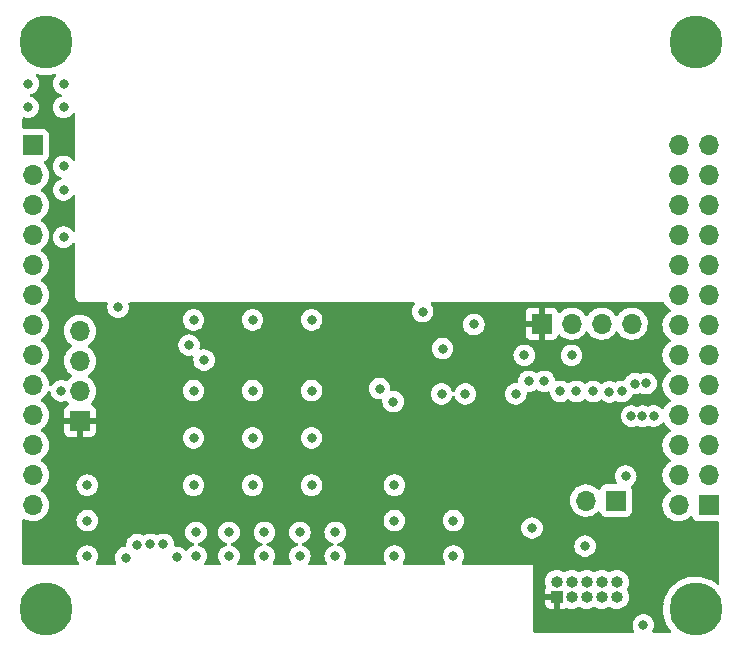
<source format=gbr>
%TF.GenerationSoftware,KiCad,Pcbnew,6.0.0-d3dd2cf0fa~116~ubuntu20.04.1*%
%TF.CreationDate,2022-01-05T21:30:44+00:00*%
%TF.ProjectId,opizero2_cc2652p,6f70697a-6572-46f3-925f-636332363532,rev?*%
%TF.SameCoordinates,Original*%
%TF.FileFunction,Copper,L3,Inr*%
%TF.FilePolarity,Positive*%
%FSLAX46Y46*%
G04 Gerber Fmt 4.6, Leading zero omitted, Abs format (unit mm)*
G04 Created by KiCad (PCBNEW 6.0.0-d3dd2cf0fa~116~ubuntu20.04.1) date 2022-01-05 21:30:44*
%MOMM*%
%LPD*%
G01*
G04 APERTURE LIST*
%TA.AperFunction,ComponentPad*%
%ADD10R,1.700000X1.700000*%
%TD*%
%TA.AperFunction,ComponentPad*%
%ADD11O,1.700000X1.700000*%
%TD*%
%TA.AperFunction,ComponentPad*%
%ADD12R,1.000000X1.000000*%
%TD*%
%TA.AperFunction,ComponentPad*%
%ADD13O,1.000000X1.000000*%
%TD*%
%TA.AperFunction,ComponentPad*%
%ADD14C,4.500000*%
%TD*%
%TA.AperFunction,ViaPad*%
%ADD15C,0.800000*%
%TD*%
G04 APERTURE END LIST*
D10*
%TO.N,Net-(D2-Pad1)*%
%TO.C,J4*%
X170775000Y-101300000D03*
D11*
%TO.N,GND*%
X168235000Y-101300000D03*
%TD*%
D10*
%TO.N,+3V3*%
%TO.C,J5*%
X125380000Y-94570000D03*
D11*
%TO.N,GND*%
X125380000Y-92030000D03*
%TO.N,/SCL*%
X125380000Y-89490000D03*
%TO.N,/SDA*%
X125380000Y-86950000D03*
%TD*%
D10*
%TO.N,+3V3*%
%TO.C,J3*%
X164475000Y-86325000D03*
D11*
%TO.N,/UART_RX*%
X167015000Y-86325000D03*
%TO.N,/UART_TX*%
X169555000Y-86325000D03*
%TO.N,GND*%
X172095000Y-86325000D03*
%TD*%
D12*
%TO.N,+3V3*%
%TO.C,J6*%
X165760000Y-109465000D03*
D13*
%TO.N,XDS_TMS*%
X165760000Y-108195000D03*
%TO.N,GND*%
X167030000Y-109465000D03*
%TO.N,XDS_TCK*%
X167030000Y-108195000D03*
%TO.N,GND*%
X168300000Y-109465000D03*
%TO.N,XDS_TDO*%
X168300000Y-108195000D03*
%TO.N,unconnected-(J6-Pad7)*%
X169570000Y-109465000D03*
%TO.N,XDS_TDI*%
X169570000Y-108195000D03*
%TO.N,GND*%
X170840000Y-109465000D03*
%TO.N,{slash}RESET*%
X170840000Y-108195000D03*
%TD*%
D10*
%TO.N,+5VP*%
%TO.C,J2*%
X121400000Y-71200000D03*
D11*
%TO.N,GND*%
X121400000Y-73740000D03*
%TO.N,/USB2_D-*%
X121400000Y-76280000D03*
%TO.N,/USB2_D+*%
X121400000Y-78820000D03*
%TO.N,/USB3_D-*%
X121400000Y-81360000D03*
%TO.N,/USB3_D+*%
X121400000Y-83900000D03*
%TO.N,/LINEOUT_R*%
X121400000Y-86440000D03*
%TO.N,/LINEOUT_L*%
X121400000Y-88980000D03*
%TO.N,/TV_OUT*%
X121400000Y-91520000D03*
%TO.N,/PC1*%
X121400000Y-94060000D03*
%TO.N,/PI16*%
X121400000Y-96600000D03*
%TO.N,/PI6*%
X121400000Y-99140000D03*
%TO.N,/IR_RX*%
X121400000Y-101680000D03*
%TD*%
%TO.N,/PC10*%
%TO.C,J1*%
X176060000Y-71220000D03*
%TO.N,GND*%
X178600000Y-71220000D03*
%TO.N,/SPI_CS*%
X176060000Y-73760000D03*
%TO.N,/SPI_CLK*%
X178600000Y-73760000D03*
%TO.N,/PC7*%
X176060000Y-76300000D03*
%TO.N,/SPI_MISO*%
X178600000Y-76300000D03*
%TO.N,GND*%
X176060000Y-78840000D03*
%TO.N,/SPI_MOSI*%
X178600000Y-78840000D03*
%TO.N,/PC14*%
X176060000Y-81380000D03*
%TO.N,+3.3VP*%
X178600000Y-81380000D03*
%TO.N,/PC15*%
X176060000Y-83920000D03*
%TO.N,/PC8*%
X178600000Y-83920000D03*
%TO.N,GND*%
X176060000Y-86460000D03*
%TO.N,/PC5*%
X178600000Y-86460000D03*
%TO.N,/PC11*%
X176060000Y-89000000D03*
%TO.N,/PC6*%
X178600000Y-89000000D03*
%TO.N,/UART_RX*%
X176060000Y-91540000D03*
%TO.N,GND*%
X178600000Y-91540000D03*
%TO.N,/UART_TX*%
X176060000Y-94080000D03*
%TO.N,/PC9*%
X178600000Y-94080000D03*
%TO.N,GND*%
X176060000Y-96620000D03*
%TO.N,/opSCL*%
X178600000Y-96620000D03*
%TO.N,+5V*%
X176060000Y-99160000D03*
%TO.N,/opSDA*%
X178600000Y-99160000D03*
%TO.N,+5V*%
X176060000Y-101700000D03*
D10*
%TO.N,+3.3VP*%
X178600000Y-101700000D03*
%TD*%
D14*
%TO.N,N/C*%
%TO.C,H4*%
X122500000Y-110500000D03*
%TD*%
%TO.N,N/C*%
%TO.C,H3*%
X177500000Y-110500000D03*
%TD*%
%TO.N,N/C*%
%TO.C,H2*%
X177500000Y-62500000D03*
%TD*%
%TO.N,N/C*%
%TO.C,H1*%
X122500000Y-62500000D03*
%TD*%
D15*
%TO.N,+3V3*%
X127230000Y-85470000D03*
X128180000Y-94830000D03*
%TO.N,GND*%
X158730000Y-86390000D03*
%TO.N,/BSL*%
X128610000Y-84930000D03*
X156080000Y-88430000D03*
%TO.N,GND*%
X164700000Y-91200000D03*
X123800000Y-92010000D03*
X124000000Y-79000000D03*
X124000000Y-75000000D03*
X124000000Y-73000000D03*
X121000000Y-68000000D03*
X124000000Y-68000000D03*
X124000000Y-66000000D03*
X121000000Y-66000000D03*
X163000000Y-89000000D03*
X167000000Y-89000000D03*
X156000000Y-92280000D03*
X158000000Y-92280000D03*
X152000000Y-100000000D03*
X152000000Y-103000000D03*
X157000000Y-103000000D03*
X157000000Y-106000000D03*
X152000000Y-106000000D03*
X126000000Y-100000000D03*
X126000000Y-103000000D03*
X126000000Y-106000000D03*
X145000000Y-86000000D03*
X140000000Y-86000000D03*
X135000000Y-86000000D03*
X145000000Y-100000000D03*
X145000000Y-96000000D03*
X145000000Y-92000000D03*
X140000000Y-92000000D03*
X140000000Y-96000000D03*
X140000000Y-100000000D03*
X135000000Y-92000000D03*
X135000000Y-96000000D03*
X135000000Y-100000000D03*
X135210000Y-104000000D03*
X138000000Y-104000000D03*
X141000000Y-104000000D03*
X144000000Y-104000000D03*
X147000000Y-104000000D03*
X147000000Y-106000000D03*
X144000000Y-106000000D03*
X141000000Y-106000000D03*
X138000000Y-106000000D03*
X133560000Y-106120000D03*
X135210000Y-106000000D03*
X132450000Y-105000000D03*
X131330000Y-105010000D03*
X130220000Y-105030000D03*
X129240000Y-106140000D03*
X163380000Y-91200000D03*
X162280000Y-92280000D03*
X166060000Y-92050000D03*
X167410000Y-92050000D03*
X168830000Y-92060000D03*
X171590000Y-99230000D03*
X172070000Y-94150000D03*
X173010000Y-94150000D03*
X173950000Y-94140000D03*
X173310000Y-91390000D03*
X172370000Y-91400000D03*
X171260000Y-92060000D03*
X170210000Y-92100000D03*
X173080000Y-111830000D03*
%TO.N,+3V3*%
X174370000Y-110070000D03*
X154390000Y-87190000D03*
X153160000Y-88190000D03*
X163725000Y-98175000D03*
X166050000Y-98600000D03*
%TO.N,GND*%
X154400000Y-85300000D03*
%TO.N,{slash}RESET*%
X163659970Y-103625000D03*
%TO.N,+3V3*%
X165800000Y-110825000D03*
X162825000Y-94000000D03*
X162850000Y-96375000D03*
X164100000Y-93900000D03*
X164175000Y-96500000D03*
X162475000Y-95225000D03*
%TO.N,/UART_TX*%
X151900000Y-92925000D03*
%TO.N,/UART_RX*%
X150750000Y-91825000D03*
%TO.N,XDS_TDO*%
X168148000Y-105156000D03*
%TO.N,XDS_TDI*%
X135890000Y-89408000D03*
%TO.N,XDS_TDO*%
X134620000Y-88138000D03*
%TD*%
%TA.AperFunction,Conductor*%
%TO.N,+3V3*%
G36*
X123286567Y-65164882D02*
G01*
X123346284Y-65203280D01*
X123375762Y-65267868D01*
X123365641Y-65338139D01*
X123344676Y-65370079D01*
X123260960Y-65463056D01*
X123165473Y-65628444D01*
X123106458Y-65810072D01*
X123086496Y-66000000D01*
X123106458Y-66189928D01*
X123165473Y-66371556D01*
X123260960Y-66536944D01*
X123388747Y-66678866D01*
X123543248Y-66791118D01*
X123549276Y-66793802D01*
X123549278Y-66793803D01*
X123711681Y-66866109D01*
X123717712Y-66868794D01*
X123755156Y-66876753D01*
X123817629Y-66910482D01*
X123851951Y-66972631D01*
X123847223Y-67043470D01*
X123804947Y-67100508D01*
X123755156Y-67123247D01*
X123717712Y-67131206D01*
X123711682Y-67133891D01*
X123711681Y-67133891D01*
X123549278Y-67206197D01*
X123549276Y-67206198D01*
X123543248Y-67208882D01*
X123388747Y-67321134D01*
X123260960Y-67463056D01*
X123165473Y-67628444D01*
X123106458Y-67810072D01*
X123086496Y-68000000D01*
X123106458Y-68189928D01*
X123165473Y-68371556D01*
X123260960Y-68536944D01*
X123388747Y-68678866D01*
X123543248Y-68791118D01*
X123549276Y-68793802D01*
X123549278Y-68793803D01*
X123711681Y-68866109D01*
X123717712Y-68868794D01*
X123811113Y-68888647D01*
X123898056Y-68907128D01*
X123898061Y-68907128D01*
X123904513Y-68908500D01*
X124095487Y-68908500D01*
X124101939Y-68907128D01*
X124101944Y-68907128D01*
X124188887Y-68888647D01*
X124282288Y-68868794D01*
X124288319Y-68866109D01*
X124450722Y-68793803D01*
X124450724Y-68793802D01*
X124456752Y-68791118D01*
X124611253Y-68678866D01*
X124739040Y-68536944D01*
X124756882Y-68506041D01*
X124808264Y-68457049D01*
X124877978Y-68443614D01*
X124943889Y-68470001D01*
X124985070Y-68527833D01*
X124992000Y-68569043D01*
X124992000Y-72430957D01*
X124971998Y-72499078D01*
X124918342Y-72545571D01*
X124848068Y-72555675D01*
X124783488Y-72526181D01*
X124756881Y-72493958D01*
X124739040Y-72463056D01*
X124699050Y-72418642D01*
X124615675Y-72326045D01*
X124615674Y-72326044D01*
X124611253Y-72321134D01*
X124456752Y-72208882D01*
X124450724Y-72206198D01*
X124450722Y-72206197D01*
X124288319Y-72133891D01*
X124288318Y-72133891D01*
X124282288Y-72131206D01*
X124169053Y-72107137D01*
X124101944Y-72092872D01*
X124101939Y-72092872D01*
X124095487Y-72091500D01*
X123904513Y-72091500D01*
X123898061Y-72092872D01*
X123898056Y-72092872D01*
X123830947Y-72107137D01*
X123717712Y-72131206D01*
X123711682Y-72133891D01*
X123711681Y-72133891D01*
X123549278Y-72206197D01*
X123549276Y-72206198D01*
X123543248Y-72208882D01*
X123388747Y-72321134D01*
X123384326Y-72326044D01*
X123384325Y-72326045D01*
X123300951Y-72418642D01*
X123260960Y-72463056D01*
X123224515Y-72526181D01*
X123179241Y-72604598D01*
X123165473Y-72628444D01*
X123106458Y-72810072D01*
X123105768Y-72816633D01*
X123105768Y-72816635D01*
X123096333Y-72906403D01*
X123086496Y-73000000D01*
X123087186Y-73006565D01*
X123092493Y-73057054D01*
X123106458Y-73189928D01*
X123165473Y-73371556D01*
X123260960Y-73536944D01*
X123388747Y-73678866D01*
X123543248Y-73791118D01*
X123549276Y-73793802D01*
X123549278Y-73793803D01*
X123585451Y-73809908D01*
X123717712Y-73868794D01*
X123755156Y-73876753D01*
X123817629Y-73910482D01*
X123851951Y-73972631D01*
X123847223Y-74043470D01*
X123804947Y-74100508D01*
X123755156Y-74123247D01*
X123717712Y-74131206D01*
X123711682Y-74133891D01*
X123711681Y-74133891D01*
X123549278Y-74206197D01*
X123549276Y-74206198D01*
X123543248Y-74208882D01*
X123388747Y-74321134D01*
X123384326Y-74326044D01*
X123384325Y-74326045D01*
X123279850Y-74442077D01*
X123260960Y-74463056D01*
X123165473Y-74628444D01*
X123106458Y-74810072D01*
X123105768Y-74816633D01*
X123105768Y-74816635D01*
X123101986Y-74852619D01*
X123086496Y-75000000D01*
X123087186Y-75006565D01*
X123103534Y-75162104D01*
X123106458Y-75189928D01*
X123165473Y-75371556D01*
X123260960Y-75536944D01*
X123265378Y-75541851D01*
X123265379Y-75541852D01*
X123346091Y-75631492D01*
X123388747Y-75678866D01*
X123543248Y-75791118D01*
X123549276Y-75793802D01*
X123549278Y-75793803D01*
X123711681Y-75866109D01*
X123717712Y-75868794D01*
X123811112Y-75888647D01*
X123898056Y-75907128D01*
X123898061Y-75907128D01*
X123904513Y-75908500D01*
X124095487Y-75908500D01*
X124101939Y-75907128D01*
X124101944Y-75907128D01*
X124188888Y-75888647D01*
X124282288Y-75868794D01*
X124288319Y-75866109D01*
X124450722Y-75793803D01*
X124450724Y-75793802D01*
X124456752Y-75791118D01*
X124611253Y-75678866D01*
X124653909Y-75631492D01*
X124734621Y-75541852D01*
X124734622Y-75541851D01*
X124739040Y-75536944D01*
X124756882Y-75506041D01*
X124808264Y-75457049D01*
X124877978Y-75443614D01*
X124943889Y-75470001D01*
X124985070Y-75527833D01*
X124992000Y-75569043D01*
X124992000Y-78430957D01*
X124971998Y-78499078D01*
X124918342Y-78545571D01*
X124848068Y-78555675D01*
X124783488Y-78526181D01*
X124756881Y-78493958D01*
X124742341Y-78468774D01*
X124739040Y-78463056D01*
X124669407Y-78385720D01*
X124615675Y-78326045D01*
X124615674Y-78326044D01*
X124611253Y-78321134D01*
X124456752Y-78208882D01*
X124450724Y-78206198D01*
X124450722Y-78206197D01*
X124288319Y-78133891D01*
X124288318Y-78133891D01*
X124282288Y-78131206D01*
X124188888Y-78111353D01*
X124101944Y-78092872D01*
X124101939Y-78092872D01*
X124095487Y-78091500D01*
X123904513Y-78091500D01*
X123898061Y-78092872D01*
X123898056Y-78092872D01*
X123811112Y-78111353D01*
X123717712Y-78131206D01*
X123711682Y-78133891D01*
X123711681Y-78133891D01*
X123549278Y-78206197D01*
X123549276Y-78206198D01*
X123543248Y-78208882D01*
X123388747Y-78321134D01*
X123384326Y-78326044D01*
X123384325Y-78326045D01*
X123330594Y-78385720D01*
X123260960Y-78463056D01*
X123257659Y-78468774D01*
X123186317Y-78592342D01*
X123165473Y-78628444D01*
X123106458Y-78810072D01*
X123105768Y-78816633D01*
X123105768Y-78816635D01*
X123105061Y-78823365D01*
X123086496Y-79000000D01*
X123106458Y-79189928D01*
X123165473Y-79371556D01*
X123260960Y-79536944D01*
X123265378Y-79541851D01*
X123265379Y-79541852D01*
X123384325Y-79673955D01*
X123388747Y-79678866D01*
X123543248Y-79791118D01*
X123549276Y-79793802D01*
X123549278Y-79793803D01*
X123711681Y-79866109D01*
X123717712Y-79868794D01*
X123811113Y-79888647D01*
X123898056Y-79907128D01*
X123898061Y-79907128D01*
X123904513Y-79908500D01*
X124095487Y-79908500D01*
X124101939Y-79907128D01*
X124101944Y-79907128D01*
X124188887Y-79888647D01*
X124282288Y-79868794D01*
X124288319Y-79866109D01*
X124450722Y-79793803D01*
X124450724Y-79793802D01*
X124456752Y-79791118D01*
X124611253Y-79678866D01*
X124615675Y-79673955D01*
X124734621Y-79541852D01*
X124734622Y-79541851D01*
X124739040Y-79536944D01*
X124756882Y-79506041D01*
X124808264Y-79457049D01*
X124877978Y-79443614D01*
X124943889Y-79470001D01*
X124985070Y-79527833D01*
X124992000Y-79569043D01*
X124992000Y-83991298D01*
X124991998Y-83992068D01*
X124991524Y-84069652D01*
X124993990Y-84078281D01*
X124993991Y-84078286D01*
X124999639Y-84098048D01*
X125003217Y-84114809D01*
X125006130Y-84135152D01*
X125006133Y-84135162D01*
X125007405Y-84144045D01*
X125018021Y-84167395D01*
X125024464Y-84184907D01*
X125031512Y-84209565D01*
X125047274Y-84234548D01*
X125055404Y-84249614D01*
X125067633Y-84276510D01*
X125084374Y-84295939D01*
X125095479Y-84310947D01*
X125109160Y-84332631D01*
X125115888Y-84338573D01*
X125131296Y-84352181D01*
X125143340Y-84364373D01*
X125162619Y-84386747D01*
X125170147Y-84391626D01*
X125170150Y-84391629D01*
X125184139Y-84400696D01*
X125199013Y-84411986D01*
X125218228Y-84428956D01*
X125226354Y-84432771D01*
X125226355Y-84432772D01*
X125232021Y-84435432D01*
X125244966Y-84441510D01*
X125259935Y-84449824D01*
X125284727Y-84465893D01*
X125293327Y-84468465D01*
X125309290Y-84473239D01*
X125326736Y-84479901D01*
X125349948Y-84490799D01*
X125379130Y-84495343D01*
X125395849Y-84499126D01*
X125415536Y-84505014D01*
X125415539Y-84505015D01*
X125424141Y-84507587D01*
X125433116Y-84507642D01*
X125433117Y-84507642D01*
X125439810Y-84507683D01*
X125458556Y-84507797D01*
X125459328Y-84507830D01*
X125460423Y-84508000D01*
X125491298Y-84508000D01*
X125492068Y-84508002D01*
X125565716Y-84508452D01*
X125565717Y-84508452D01*
X125569652Y-84508476D01*
X125570996Y-84508092D01*
X125572341Y-84508000D01*
X127618439Y-84508000D01*
X127686560Y-84528002D01*
X127733053Y-84581658D01*
X127743157Y-84651932D01*
X127738272Y-84672936D01*
X127716458Y-84740072D01*
X127715768Y-84746633D01*
X127715768Y-84746635D01*
X127714042Y-84763056D01*
X127696496Y-84930000D01*
X127697186Y-84936565D01*
X127713407Y-85090896D01*
X127716458Y-85119928D01*
X127775473Y-85301556D01*
X127778776Y-85307278D01*
X127778777Y-85307279D01*
X127786776Y-85321134D01*
X127870960Y-85466944D01*
X127875378Y-85471851D01*
X127875379Y-85471852D01*
X127987340Y-85596197D01*
X127998747Y-85608866D01*
X128050598Y-85646538D01*
X128146266Y-85716045D01*
X128153248Y-85721118D01*
X128159276Y-85723802D01*
X128159278Y-85723803D01*
X128311311Y-85791492D01*
X128327712Y-85798794D01*
X128402064Y-85814598D01*
X128508056Y-85837128D01*
X128508061Y-85837128D01*
X128514513Y-85838500D01*
X128705487Y-85838500D01*
X128711939Y-85837128D01*
X128711944Y-85837128D01*
X128817936Y-85814598D01*
X128892288Y-85798794D01*
X128908689Y-85791492D01*
X129060722Y-85723803D01*
X129060724Y-85723802D01*
X129066752Y-85721118D01*
X129073735Y-85716045D01*
X129169402Y-85646538D01*
X129221253Y-85608866D01*
X129232660Y-85596197D01*
X129344621Y-85471852D01*
X129344622Y-85471851D01*
X129349040Y-85466944D01*
X129433224Y-85321134D01*
X129441223Y-85307279D01*
X129441224Y-85307278D01*
X129444527Y-85301556D01*
X129503542Y-85119928D01*
X129506594Y-85090896D01*
X129522814Y-84936565D01*
X129523504Y-84930000D01*
X129505958Y-84763056D01*
X129504232Y-84746635D01*
X129504232Y-84746633D01*
X129503542Y-84740072D01*
X129481728Y-84672936D01*
X129479700Y-84601969D01*
X129516363Y-84541171D01*
X129580075Y-84509845D01*
X129601561Y-84508000D01*
X153607613Y-84508000D01*
X153675734Y-84528002D01*
X153722227Y-84581658D01*
X153732331Y-84651932D01*
X153701251Y-84718309D01*
X153660960Y-84763056D01*
X153565473Y-84928444D01*
X153506458Y-85110072D01*
X153505768Y-85116633D01*
X153505768Y-85116635D01*
X153497868Y-85191797D01*
X153486496Y-85300000D01*
X153487186Y-85306565D01*
X153504235Y-85468774D01*
X153506458Y-85489928D01*
X153565473Y-85671556D01*
X153568776Y-85677278D01*
X153568777Y-85677279D01*
X153587170Y-85709137D01*
X153660960Y-85836944D01*
X153788747Y-85978866D01*
X153843221Y-86018444D01*
X153911600Y-86068124D01*
X153943248Y-86091118D01*
X153949276Y-86093802D01*
X153949278Y-86093803D01*
X154004248Y-86118277D01*
X154117712Y-86168794D01*
X154186263Y-86183365D01*
X154298056Y-86207128D01*
X154298061Y-86207128D01*
X154304513Y-86208500D01*
X154495487Y-86208500D01*
X154501939Y-86207128D01*
X154501944Y-86207128D01*
X154613737Y-86183365D01*
X154682288Y-86168794D01*
X154795752Y-86118277D01*
X154850722Y-86093803D01*
X154850724Y-86093802D01*
X154856752Y-86091118D01*
X154888401Y-86068124D01*
X154956779Y-86018444D01*
X155011253Y-85978866D01*
X155139040Y-85836944D01*
X155212830Y-85709137D01*
X155231223Y-85677279D01*
X155231224Y-85677278D01*
X155234527Y-85671556D01*
X155293542Y-85489928D01*
X155295766Y-85468774D01*
X155312814Y-85306565D01*
X155313504Y-85300000D01*
X155302132Y-85191797D01*
X155294232Y-85116635D01*
X155294232Y-85116633D01*
X155293542Y-85110072D01*
X155234527Y-84928444D01*
X155139040Y-84763056D01*
X155098749Y-84718309D01*
X155068033Y-84654302D01*
X155076798Y-84583849D01*
X155122261Y-84529318D01*
X155192387Y-84508000D01*
X174491298Y-84508000D01*
X174492069Y-84508002D01*
X174569652Y-84508476D01*
X174578281Y-84506010D01*
X174578286Y-84506009D01*
X174598048Y-84500361D01*
X174614809Y-84496783D01*
X174635152Y-84493870D01*
X174635162Y-84493867D01*
X174644045Y-84492595D01*
X174667395Y-84481979D01*
X174684907Y-84475536D01*
X174697489Y-84471940D01*
X174768484Y-84472452D01*
X174827931Y-84511266D01*
X174842941Y-84533815D01*
X174843266Y-84534616D01*
X174845966Y-84539022D01*
X174845967Y-84539024D01*
X174957291Y-84720688D01*
X174959987Y-84725088D01*
X175106250Y-84893938D01*
X175278126Y-85036632D01*
X175329667Y-85066750D01*
X175351445Y-85079476D01*
X175400169Y-85131114D01*
X175413240Y-85200897D01*
X175386509Y-85266669D01*
X175346055Y-85300027D01*
X175333607Y-85306507D01*
X175329474Y-85309610D01*
X175329471Y-85309612D01*
X175164733Y-85433301D01*
X175154965Y-85440635D01*
X175000629Y-85602138D01*
X174874743Y-85786680D01*
X174843353Y-85854305D01*
X174785534Y-85978866D01*
X174780688Y-85989305D01*
X174720989Y-86204570D01*
X174697251Y-86426695D01*
X174697548Y-86431848D01*
X174697548Y-86431851D01*
X174706291Y-86583475D01*
X174710110Y-86649715D01*
X174711247Y-86654761D01*
X174711248Y-86654767D01*
X174733898Y-86755271D01*
X174759222Y-86867639D01*
X174843266Y-87074616D01*
X174881763Y-87137438D01*
X174957291Y-87260688D01*
X174959987Y-87265088D01*
X175106250Y-87433938D01*
X175278126Y-87576632D01*
X175311524Y-87596148D01*
X175351445Y-87619476D01*
X175400169Y-87671114D01*
X175413240Y-87740897D01*
X175386509Y-87806669D01*
X175346055Y-87840027D01*
X175333607Y-87846507D01*
X175329474Y-87849610D01*
X175329471Y-87849612D01*
X175164733Y-87973301D01*
X175154965Y-87980635D01*
X175151393Y-87984373D01*
X175031842Y-88109476D01*
X175000629Y-88142138D01*
X174997720Y-88146403D01*
X174997714Y-88146411D01*
X174933823Y-88240072D01*
X174874743Y-88326680D01*
X174833213Y-88416150D01*
X174787199Y-88515279D01*
X174780688Y-88529305D01*
X174720989Y-88744570D01*
X174697251Y-88966695D01*
X174697548Y-88971848D01*
X174697548Y-88971851D01*
X174702049Y-89049908D01*
X174710110Y-89189715D01*
X174711247Y-89194761D01*
X174711248Y-89194767D01*
X174734087Y-89296109D01*
X174759222Y-89407639D01*
X174843266Y-89614616D01*
X174881763Y-89677438D01*
X174957291Y-89800688D01*
X174959987Y-89805088D01*
X175106250Y-89973938D01*
X175278126Y-90116632D01*
X175333362Y-90148909D01*
X175351445Y-90159476D01*
X175400169Y-90211114D01*
X175413240Y-90280897D01*
X175386509Y-90346669D01*
X175346055Y-90380027D01*
X175333607Y-90386507D01*
X175329474Y-90389610D01*
X175329471Y-90389612D01*
X175164733Y-90513301D01*
X175154965Y-90520635D01*
X175151393Y-90524373D01*
X175031842Y-90649476D01*
X175000629Y-90682138D01*
X174997720Y-90686403D01*
X174997714Y-90686411D01*
X174975253Y-90719338D01*
X174874743Y-90866680D01*
X174850981Y-90917872D01*
X174796737Y-91034731D01*
X174780688Y-91069305D01*
X174720989Y-91284570D01*
X174697251Y-91506695D01*
X174697548Y-91511848D01*
X174697548Y-91511851D01*
X174703941Y-91622721D01*
X174710110Y-91729715D01*
X174711247Y-91734761D01*
X174711248Y-91734767D01*
X174730104Y-91818435D01*
X174759222Y-91947639D01*
X174804533Y-92059228D01*
X174833757Y-92131197D01*
X174843266Y-92154616D01*
X174881763Y-92217438D01*
X174957291Y-92340688D01*
X174959987Y-92345088D01*
X175106250Y-92513938D01*
X175278126Y-92656632D01*
X175307771Y-92673955D01*
X175351445Y-92699476D01*
X175400169Y-92751114D01*
X175413240Y-92820897D01*
X175386509Y-92886669D01*
X175346055Y-92920027D01*
X175333607Y-92926507D01*
X175329474Y-92929610D01*
X175329471Y-92929612D01*
X175164733Y-93053301D01*
X175154965Y-93060635D01*
X175000629Y-93222138D01*
X174997720Y-93226403D01*
X174997714Y-93226411D01*
X174922301Y-93336963D01*
X174874743Y-93406680D01*
X174872565Y-93411373D01*
X174872560Y-93411381D01*
X174831728Y-93499346D01*
X174784904Y-93552713D01*
X174716661Y-93572293D01*
X174648665Y-93551869D01*
X174623805Y-93530605D01*
X174565675Y-93466045D01*
X174565674Y-93466044D01*
X174561253Y-93461134D01*
X174445527Y-93377054D01*
X174412094Y-93352763D01*
X174412093Y-93352762D01*
X174406752Y-93348882D01*
X174400724Y-93346198D01*
X174400722Y-93346197D01*
X174238319Y-93273891D01*
X174238318Y-93273891D01*
X174232288Y-93271206D01*
X174138887Y-93251353D01*
X174051944Y-93232872D01*
X174051939Y-93232872D01*
X174045487Y-93231500D01*
X173854513Y-93231500D01*
X173848061Y-93232872D01*
X173848056Y-93232872D01*
X173761113Y-93251353D01*
X173667712Y-93271206D01*
X173661682Y-93273891D01*
X173661681Y-93273891D01*
X173520019Y-93336963D01*
X173449652Y-93346397D01*
X173417521Y-93336963D01*
X173298319Y-93283891D01*
X173298318Y-93283891D01*
X173292288Y-93281206D01*
X173189408Y-93259338D01*
X173111944Y-93242872D01*
X173111939Y-93242872D01*
X173105487Y-93241500D01*
X172914513Y-93241500D01*
X172908061Y-93242872D01*
X172908056Y-93242872D01*
X172830592Y-93259338D01*
X172727712Y-93281206D01*
X172721682Y-93283891D01*
X172721681Y-93283891D01*
X172591249Y-93341963D01*
X172520882Y-93351397D01*
X172488751Y-93341963D01*
X172358319Y-93283891D01*
X172358318Y-93283891D01*
X172352288Y-93281206D01*
X172249408Y-93259338D01*
X172171944Y-93242872D01*
X172171939Y-93242872D01*
X172165487Y-93241500D01*
X171974513Y-93241500D01*
X171968061Y-93242872D01*
X171968056Y-93242872D01*
X171890592Y-93259338D01*
X171787712Y-93281206D01*
X171781682Y-93283891D01*
X171781681Y-93283891D01*
X171619278Y-93356197D01*
X171619276Y-93356198D01*
X171613248Y-93358882D01*
X171607907Y-93362762D01*
X171607906Y-93362763D01*
X171606882Y-93363507D01*
X171458747Y-93471134D01*
X171454326Y-93476044D01*
X171454325Y-93476045D01*
X171343657Y-93598955D01*
X171330960Y-93613056D01*
X171235473Y-93778444D01*
X171176458Y-93960072D01*
X171156496Y-94150000D01*
X171157186Y-94156565D01*
X171173327Y-94310135D01*
X171176458Y-94339928D01*
X171235473Y-94521556D01*
X171238776Y-94527278D01*
X171238777Y-94527279D01*
X171255854Y-94556857D01*
X171330960Y-94686944D01*
X171458747Y-94828866D01*
X171470697Y-94837548D01*
X171594143Y-94927237D01*
X171613248Y-94941118D01*
X171619276Y-94943802D01*
X171619278Y-94943803D01*
X171768333Y-95010166D01*
X171787712Y-95018794D01*
X171881112Y-95038647D01*
X171968056Y-95057128D01*
X171968061Y-95057128D01*
X171974513Y-95058500D01*
X172165487Y-95058500D01*
X172171939Y-95057128D01*
X172171944Y-95057128D01*
X172258888Y-95038647D01*
X172352288Y-95018794D01*
X172374749Y-95008794D01*
X172488751Y-94958037D01*
X172559118Y-94948603D01*
X172591249Y-94958037D01*
X172705252Y-95008794D01*
X172727712Y-95018794D01*
X172821112Y-95038647D01*
X172908056Y-95057128D01*
X172908061Y-95057128D01*
X172914513Y-95058500D01*
X173105487Y-95058500D01*
X173111939Y-95057128D01*
X173111944Y-95057128D01*
X173198888Y-95038647D01*
X173292288Y-95018794D01*
X173314749Y-95008794D01*
X173408312Y-94967137D01*
X173439982Y-94953037D01*
X173510348Y-94943603D01*
X173542479Y-94953037D01*
X173667712Y-95008794D01*
X173761113Y-95028647D01*
X173848056Y-95047128D01*
X173848061Y-95047128D01*
X173854513Y-95048500D01*
X174045487Y-95048500D01*
X174051939Y-95047128D01*
X174051944Y-95047128D01*
X174138887Y-95028647D01*
X174232288Y-95008794D01*
X174325852Y-94967137D01*
X174400722Y-94933803D01*
X174400724Y-94933802D01*
X174406752Y-94931118D01*
X174561253Y-94818866D01*
X174661461Y-94707573D01*
X174721906Y-94670335D01*
X174792890Y-94671687D01*
X174851874Y-94711201D01*
X174862527Y-94726047D01*
X174881763Y-94757438D01*
X174957291Y-94880688D01*
X174959987Y-94885088D01*
X175106250Y-95053938D01*
X175278126Y-95196632D01*
X175305731Y-95212763D01*
X175351445Y-95239476D01*
X175400169Y-95291114D01*
X175413240Y-95360897D01*
X175386509Y-95426669D01*
X175346055Y-95460027D01*
X175333607Y-95466507D01*
X175329474Y-95469610D01*
X175329471Y-95469612D01*
X175164733Y-95593301D01*
X175154965Y-95600635D01*
X175000629Y-95762138D01*
X174874743Y-95946680D01*
X174780688Y-96149305D01*
X174720989Y-96364570D01*
X174697251Y-96586695D01*
X174697548Y-96591848D01*
X174697548Y-96591851D01*
X174702049Y-96669908D01*
X174710110Y-96809715D01*
X174711247Y-96814761D01*
X174711248Y-96814767D01*
X174732063Y-96907128D01*
X174759222Y-97027639D01*
X174843266Y-97234616D01*
X174881763Y-97297438D01*
X174957291Y-97420688D01*
X174959987Y-97425088D01*
X175106250Y-97593938D01*
X175278126Y-97736632D01*
X175333362Y-97768909D01*
X175351445Y-97779476D01*
X175400169Y-97831114D01*
X175413240Y-97900897D01*
X175386509Y-97966669D01*
X175346055Y-98000027D01*
X175333607Y-98006507D01*
X175329474Y-98009610D01*
X175329471Y-98009612D01*
X175164733Y-98133301D01*
X175154965Y-98140635D01*
X175000629Y-98302138D01*
X174997720Y-98306403D01*
X174997714Y-98306411D01*
X174958504Y-98363891D01*
X174874743Y-98486680D01*
X174780688Y-98689305D01*
X174720989Y-98904570D01*
X174697251Y-99126695D01*
X174697548Y-99131848D01*
X174697548Y-99131851D01*
X174702829Y-99223435D01*
X174710110Y-99349715D01*
X174711247Y-99354761D01*
X174711248Y-99354767D01*
X174734547Y-99458148D01*
X174759222Y-99567639D01*
X174843266Y-99774616D01*
X174881763Y-99837438D01*
X174957291Y-99960688D01*
X174959987Y-99965088D01*
X175106250Y-100133938D01*
X175278126Y-100276632D01*
X175317856Y-100299848D01*
X175351445Y-100319476D01*
X175400169Y-100371114D01*
X175413240Y-100440897D01*
X175386509Y-100506669D01*
X175346055Y-100540027D01*
X175333607Y-100546507D01*
X175329474Y-100549610D01*
X175329471Y-100549612D01*
X175159100Y-100677530D01*
X175154965Y-100680635D01*
X175115525Y-100721907D01*
X175012893Y-100829305D01*
X175000629Y-100842138D01*
X174997715Y-100846410D01*
X174997714Y-100846411D01*
X174956296Y-100907128D01*
X174874743Y-101026680D01*
X174780688Y-101229305D01*
X174720989Y-101444570D01*
X174697251Y-101666695D01*
X174697548Y-101671848D01*
X174697548Y-101671851D01*
X174702049Y-101749908D01*
X174710110Y-101889715D01*
X174711247Y-101894761D01*
X174711248Y-101894767D01*
X174729483Y-101975678D01*
X174759222Y-102107639D01*
X174798590Y-102204592D01*
X174826749Y-102273938D01*
X174843266Y-102314616D01*
X174845965Y-102319020D01*
X174940430Y-102473173D01*
X174959987Y-102505088D01*
X175106250Y-102673938D01*
X175208577Y-102758891D01*
X175262663Y-102803794D01*
X175278126Y-102816632D01*
X175471000Y-102929338D01*
X175475825Y-102931180D01*
X175475826Y-102931181D01*
X175548612Y-102958975D01*
X175679692Y-103009030D01*
X175684760Y-103010061D01*
X175684763Y-103010062D01*
X175792017Y-103031883D01*
X175898597Y-103053567D01*
X175903772Y-103053757D01*
X175903774Y-103053757D01*
X176116673Y-103061564D01*
X176116677Y-103061564D01*
X176121837Y-103061753D01*
X176126957Y-103061097D01*
X176126959Y-103061097D01*
X176338288Y-103034025D01*
X176338289Y-103034025D01*
X176343416Y-103033368D01*
X176348366Y-103031883D01*
X176552429Y-102970661D01*
X176552434Y-102970659D01*
X176557384Y-102969174D01*
X176757994Y-102870896D01*
X176939860Y-102741173D01*
X177048091Y-102633319D01*
X177110462Y-102599404D01*
X177181268Y-102604592D01*
X177238030Y-102647238D01*
X177255012Y-102678341D01*
X177299385Y-102796705D01*
X177386739Y-102913261D01*
X177503295Y-103000615D01*
X177639684Y-103051745D01*
X177701866Y-103058500D01*
X179366000Y-103058500D01*
X179434121Y-103078502D01*
X179480614Y-103132158D01*
X179492000Y-103184500D01*
X179492000Y-108297953D01*
X179471998Y-108366074D01*
X179418342Y-108412567D01*
X179348068Y-108422671D01*
X179287994Y-108396903D01*
X179080172Y-108233070D01*
X179077191Y-108230720D01*
X178793144Y-108057677D01*
X178662259Y-107998167D01*
X178493817Y-107921580D01*
X178493809Y-107921577D01*
X178490365Y-107920011D01*
X178173240Y-107819718D01*
X177950896Y-107777906D01*
X177850087Y-107758949D01*
X177850085Y-107758949D01*
X177846364Y-107758249D01*
X177514470Y-107736496D01*
X177510690Y-107736704D01*
X177510689Y-107736704D01*
X177412918Y-107742085D01*
X177182366Y-107754773D01*
X177178639Y-107755434D01*
X177178635Y-107755434D01*
X176950944Y-107795787D01*
X176854864Y-107812815D01*
X176851239Y-107813920D01*
X176851234Y-107813921D01*
X176643683Y-107877178D01*
X176536707Y-107909782D01*
X176533243Y-107911313D01*
X176533236Y-107911316D01*
X176368137Y-107984306D01*
X176232503Y-108044269D01*
X176229249Y-108046205D01*
X176229243Y-108046208D01*
X175973225Y-108198523D01*
X175946659Y-108214328D01*
X175943658Y-108216643D01*
X175943654Y-108216646D01*
X175935036Y-108223295D01*
X175683316Y-108417496D01*
X175446288Y-108650829D01*
X175239009Y-108910949D01*
X175064481Y-109194086D01*
X174925232Y-109496140D01*
X174924073Y-109499740D01*
X174924070Y-109499747D01*
X174824442Y-109809126D01*
X174823280Y-109812735D01*
X174822561Y-109816451D01*
X174822559Y-109816459D01*
X174784348Y-110013956D01*
X174760100Y-110139285D01*
X174759833Y-110143061D01*
X174759832Y-110143066D01*
X174737755Y-110454884D01*
X174736610Y-110471061D01*
X174753147Y-110803255D01*
X174753788Y-110806986D01*
X174753789Y-110806994D01*
X174793174Y-111036197D01*
X174809474Y-111131057D01*
X174904774Y-111449718D01*
X174906287Y-111453189D01*
X174906289Y-111453195D01*
X174990600Y-111646635D01*
X175037666Y-111754622D01*
X175206226Y-112041352D01*
X175332858Y-112207279D01*
X175395651Y-112289558D01*
X175421078Y-112355845D01*
X175406631Y-112425356D01*
X175356897Y-112476022D01*
X175295488Y-112492000D01*
X173965077Y-112492000D01*
X173896956Y-112471998D01*
X173850463Y-112418342D01*
X173840359Y-112348068D01*
X173855958Y-112303000D01*
X173911223Y-112207279D01*
X173911224Y-112207278D01*
X173914527Y-112201556D01*
X173973542Y-112019928D01*
X173993504Y-111830000D01*
X173973542Y-111640072D01*
X173914527Y-111458444D01*
X173819040Y-111293056D01*
X173691253Y-111151134D01*
X173536752Y-111038882D01*
X173530724Y-111036198D01*
X173530722Y-111036197D01*
X173368319Y-110963891D01*
X173368318Y-110963891D01*
X173362288Y-110961206D01*
X173268888Y-110941353D01*
X173181944Y-110922872D01*
X173181939Y-110922872D01*
X173175487Y-110921500D01*
X172984513Y-110921500D01*
X172978061Y-110922872D01*
X172978056Y-110922872D01*
X172891113Y-110941353D01*
X172797712Y-110961206D01*
X172791682Y-110963891D01*
X172791681Y-110963891D01*
X172629278Y-111036197D01*
X172629276Y-111036198D01*
X172623248Y-111038882D01*
X172468747Y-111151134D01*
X172340960Y-111293056D01*
X172245473Y-111458444D01*
X172186458Y-111640072D01*
X172166496Y-111830000D01*
X172186458Y-112019928D01*
X172245473Y-112201556D01*
X172248776Y-112207278D01*
X172248777Y-112207279D01*
X172304042Y-112303000D01*
X172320780Y-112371995D01*
X172297560Y-112439087D01*
X172241753Y-112482974D01*
X172194923Y-112492000D01*
X163876000Y-112492000D01*
X163807879Y-112471998D01*
X163761386Y-112418342D01*
X163750000Y-112366000D01*
X163750000Y-110009669D01*
X164752001Y-110009669D01*
X164752371Y-110016490D01*
X164757895Y-110067352D01*
X164761521Y-110082604D01*
X164806676Y-110203054D01*
X164815214Y-110218649D01*
X164891715Y-110320724D01*
X164904276Y-110333285D01*
X165006351Y-110409786D01*
X165021946Y-110418324D01*
X165142394Y-110463478D01*
X165157649Y-110467105D01*
X165208514Y-110472631D01*
X165215328Y-110473000D01*
X165487885Y-110473000D01*
X165503124Y-110468525D01*
X165504329Y-110467135D01*
X165506000Y-110459452D01*
X165506000Y-109737115D01*
X165501525Y-109721876D01*
X165500135Y-109720671D01*
X165492452Y-109719000D01*
X164770116Y-109719000D01*
X164754877Y-109723475D01*
X164753672Y-109724865D01*
X164752001Y-109732548D01*
X164752001Y-110009669D01*
X163750000Y-110009669D01*
X163750000Y-108180851D01*
X164746719Y-108180851D01*
X164763268Y-108377934D01*
X164817783Y-108568050D01*
X164820602Y-108573535D01*
X164824402Y-108580929D01*
X164837750Y-108650660D01*
X164817667Y-108702468D01*
X164819521Y-108703483D01*
X164806677Y-108726942D01*
X164761522Y-108847394D01*
X164757895Y-108862649D01*
X164752369Y-108913514D01*
X164752000Y-108920328D01*
X164752000Y-109192885D01*
X164756475Y-109208124D01*
X164757865Y-109209329D01*
X164765548Y-109211000D01*
X165888000Y-109211000D01*
X165956121Y-109231002D01*
X166002614Y-109284658D01*
X166014000Y-109337000D01*
X166014000Y-110454884D01*
X166018475Y-110470123D01*
X166019865Y-110471328D01*
X166027548Y-110472999D01*
X166304669Y-110472999D01*
X166311490Y-110472629D01*
X166362352Y-110467105D01*
X166377604Y-110463479D01*
X166498054Y-110418324D01*
X166521517Y-110405478D01*
X166522792Y-110407806D01*
X166576321Y-110387797D01*
X166624333Y-110393637D01*
X166812392Y-110454740D01*
X167008777Y-110478158D01*
X167014912Y-110477686D01*
X167014914Y-110477686D01*
X167199830Y-110463457D01*
X167199834Y-110463456D01*
X167205972Y-110462984D01*
X167396463Y-110409798D01*
X167401967Y-110407018D01*
X167401969Y-110407017D01*
X167567493Y-110323405D01*
X167567495Y-110323404D01*
X167572996Y-110320625D01*
X167577850Y-110316833D01*
X167577859Y-110316827D01*
X167586548Y-110310038D01*
X167652542Y-110283860D01*
X167725592Y-110299339D01*
X167894294Y-110393624D01*
X168082392Y-110454740D01*
X168278777Y-110478158D01*
X168284912Y-110477686D01*
X168284914Y-110477686D01*
X168469830Y-110463457D01*
X168469834Y-110463456D01*
X168475972Y-110462984D01*
X168666463Y-110409798D01*
X168671967Y-110407018D01*
X168671969Y-110407017D01*
X168837493Y-110323405D01*
X168837495Y-110323404D01*
X168842996Y-110320625D01*
X168847850Y-110316833D01*
X168847859Y-110316827D01*
X168856548Y-110310038D01*
X168922542Y-110283860D01*
X168995592Y-110299339D01*
X169164294Y-110393624D01*
X169352392Y-110454740D01*
X169548777Y-110478158D01*
X169554912Y-110477686D01*
X169554914Y-110477686D01*
X169739830Y-110463457D01*
X169739834Y-110463456D01*
X169745972Y-110462984D01*
X169936463Y-110409798D01*
X169941967Y-110407018D01*
X169941969Y-110407017D01*
X170107493Y-110323405D01*
X170107495Y-110323404D01*
X170112996Y-110320625D01*
X170117850Y-110316833D01*
X170117859Y-110316827D01*
X170126548Y-110310038D01*
X170192542Y-110283860D01*
X170265592Y-110299339D01*
X170434294Y-110393624D01*
X170622392Y-110454740D01*
X170818777Y-110478158D01*
X170824912Y-110477686D01*
X170824914Y-110477686D01*
X171009830Y-110463457D01*
X171009834Y-110463456D01*
X171015972Y-110462984D01*
X171206463Y-110409798D01*
X171211967Y-110407018D01*
X171211969Y-110407017D01*
X171377495Y-110323404D01*
X171377497Y-110323403D01*
X171382996Y-110320625D01*
X171538847Y-110198861D01*
X171668078Y-110049145D01*
X171765769Y-109877179D01*
X171828197Y-109689513D01*
X171852985Y-109493295D01*
X171853380Y-109465000D01*
X171834080Y-109268167D01*
X171776916Y-109078831D01*
X171684066Y-108904204D01*
X171680167Y-108899424D01*
X171679715Y-108898743D01*
X171658676Y-108830935D01*
X171675105Y-108766775D01*
X171762723Y-108612542D01*
X171762725Y-108612537D01*
X171765769Y-108607179D01*
X171828197Y-108419513D01*
X171852985Y-108223295D01*
X171853380Y-108195000D01*
X171834080Y-107998167D01*
X171776916Y-107808831D01*
X171684066Y-107634204D01*
X171613709Y-107547938D01*
X171562960Y-107485713D01*
X171562957Y-107485710D01*
X171559065Y-107480938D01*
X171552724Y-107475692D01*
X171411425Y-107358799D01*
X171411421Y-107358797D01*
X171406675Y-107354870D01*
X171232701Y-107260802D01*
X171043768Y-107202318D01*
X171037643Y-107201674D01*
X171037642Y-107201674D01*
X170853204Y-107182289D01*
X170853202Y-107182289D01*
X170847075Y-107181645D01*
X170764576Y-107189153D01*
X170656251Y-107199011D01*
X170656248Y-107199012D01*
X170650112Y-107199570D01*
X170644206Y-107201308D01*
X170644202Y-107201309D01*
X170539076Y-107232249D01*
X170460381Y-107255410D01*
X170454923Y-107258263D01*
X170454919Y-107258265D01*
X170359135Y-107308340D01*
X170285110Y-107347040D01*
X170280310Y-107350900D01*
X170275153Y-107354274D01*
X170273769Y-107352158D01*
X170218365Y-107375027D01*
X170148512Y-107362334D01*
X170138898Y-107356709D01*
X170136675Y-107354870D01*
X169962701Y-107260802D01*
X169773768Y-107202318D01*
X169767643Y-107201674D01*
X169767642Y-107201674D01*
X169583204Y-107182289D01*
X169583202Y-107182289D01*
X169577075Y-107181645D01*
X169494576Y-107189153D01*
X169386251Y-107199011D01*
X169386248Y-107199012D01*
X169380112Y-107199570D01*
X169374206Y-107201308D01*
X169374202Y-107201309D01*
X169269076Y-107232249D01*
X169190381Y-107255410D01*
X169184923Y-107258263D01*
X169184919Y-107258265D01*
X169089135Y-107308340D01*
X169015110Y-107347040D01*
X169010310Y-107350900D01*
X169005153Y-107354274D01*
X169003769Y-107352158D01*
X168948365Y-107375027D01*
X168878512Y-107362334D01*
X168868898Y-107356709D01*
X168866675Y-107354870D01*
X168692701Y-107260802D01*
X168503768Y-107202318D01*
X168497643Y-107201674D01*
X168497642Y-107201674D01*
X168313204Y-107182289D01*
X168313202Y-107182289D01*
X168307075Y-107181645D01*
X168224576Y-107189153D01*
X168116251Y-107199011D01*
X168116248Y-107199012D01*
X168110112Y-107199570D01*
X168104206Y-107201308D01*
X168104202Y-107201309D01*
X167999076Y-107232249D01*
X167920381Y-107255410D01*
X167914923Y-107258263D01*
X167914919Y-107258265D01*
X167819135Y-107308340D01*
X167745110Y-107347040D01*
X167740310Y-107350900D01*
X167735153Y-107354274D01*
X167733769Y-107352158D01*
X167678365Y-107375027D01*
X167608512Y-107362334D01*
X167598898Y-107356709D01*
X167596675Y-107354870D01*
X167422701Y-107260802D01*
X167233768Y-107202318D01*
X167227643Y-107201674D01*
X167227642Y-107201674D01*
X167043204Y-107182289D01*
X167043202Y-107182289D01*
X167037075Y-107181645D01*
X166954576Y-107189153D01*
X166846251Y-107199011D01*
X166846248Y-107199012D01*
X166840112Y-107199570D01*
X166834206Y-107201308D01*
X166834202Y-107201309D01*
X166729076Y-107232249D01*
X166650381Y-107255410D01*
X166644923Y-107258263D01*
X166644919Y-107258265D01*
X166549135Y-107308340D01*
X166475110Y-107347040D01*
X166470310Y-107350900D01*
X166465153Y-107354274D01*
X166463769Y-107352158D01*
X166408365Y-107375027D01*
X166338512Y-107362334D01*
X166328898Y-107356709D01*
X166326675Y-107354870D01*
X166152701Y-107260802D01*
X165963768Y-107202318D01*
X165957643Y-107201674D01*
X165957642Y-107201674D01*
X165773204Y-107182289D01*
X165773202Y-107182289D01*
X165767075Y-107181645D01*
X165684576Y-107189153D01*
X165576251Y-107199011D01*
X165576248Y-107199012D01*
X165570112Y-107199570D01*
X165564206Y-107201308D01*
X165564202Y-107201309D01*
X165459076Y-107232249D01*
X165380381Y-107255410D01*
X165374923Y-107258263D01*
X165374919Y-107258265D01*
X165284147Y-107305720D01*
X165205110Y-107347040D01*
X165050975Y-107470968D01*
X164923846Y-107622474D01*
X164920879Y-107627872D01*
X164920875Y-107627877D01*
X164848819Y-107758949D01*
X164828567Y-107795787D01*
X164826706Y-107801654D01*
X164826705Y-107801656D01*
X164789161Y-107920011D01*
X164768765Y-107984306D01*
X164746719Y-108180851D01*
X163750000Y-108180851D01*
X163750000Y-106750000D01*
X157830203Y-106750000D01*
X157762082Y-106729998D01*
X157715589Y-106676342D01*
X157705485Y-106606068D01*
X157732469Y-106548448D01*
X157730741Y-106547192D01*
X157734620Y-106541852D01*
X157739040Y-106536944D01*
X157834527Y-106371556D01*
X157893542Y-106189928D01*
X157913504Y-106000000D01*
X157893542Y-105810072D01*
X157834527Y-105628444D01*
X157823171Y-105608774D01*
X157774014Y-105523633D01*
X157739040Y-105463056D01*
X157719302Y-105441134D01*
X157615675Y-105326045D01*
X157615674Y-105326044D01*
X157611253Y-105321134D01*
X157512157Y-105249136D01*
X157462094Y-105212763D01*
X157462093Y-105212762D01*
X157456752Y-105208882D01*
X157450724Y-105206198D01*
X157450722Y-105206197D01*
X157337977Y-105156000D01*
X167234496Y-105156000D01*
X167235186Y-105162565D01*
X167240594Y-105214015D01*
X167254458Y-105345928D01*
X167313473Y-105527556D01*
X167316776Y-105533278D01*
X167316777Y-105533279D01*
X167327190Y-105551315D01*
X167408960Y-105692944D01*
X167413378Y-105697851D01*
X167413379Y-105697852D01*
X167502868Y-105797240D01*
X167536747Y-105834866D01*
X167691248Y-105947118D01*
X167697276Y-105949802D01*
X167697278Y-105949803D01*
X167859681Y-106022109D01*
X167865712Y-106024794D01*
X167959113Y-106044647D01*
X168046056Y-106063128D01*
X168046061Y-106063128D01*
X168052513Y-106064500D01*
X168243487Y-106064500D01*
X168249939Y-106063128D01*
X168249944Y-106063128D01*
X168336887Y-106044647D01*
X168430288Y-106024794D01*
X168436319Y-106022109D01*
X168598722Y-105949803D01*
X168598724Y-105949802D01*
X168604752Y-105947118D01*
X168759253Y-105834866D01*
X168793132Y-105797240D01*
X168882621Y-105697852D01*
X168882622Y-105697851D01*
X168887040Y-105692944D01*
X168968810Y-105551315D01*
X168979223Y-105533279D01*
X168979224Y-105533278D01*
X168982527Y-105527556D01*
X169041542Y-105345928D01*
X169055407Y-105214015D01*
X169060814Y-105162565D01*
X169061504Y-105156000D01*
X169041542Y-104966072D01*
X168982527Y-104784444D01*
X168887040Y-104619056D01*
X168759253Y-104477134D01*
X168604752Y-104364882D01*
X168598724Y-104362198D01*
X168598722Y-104362197D01*
X168436319Y-104289891D01*
X168436318Y-104289891D01*
X168430288Y-104287206D01*
X168336887Y-104267353D01*
X168249944Y-104248872D01*
X168249939Y-104248872D01*
X168243487Y-104247500D01*
X168052513Y-104247500D01*
X168046061Y-104248872D01*
X168046056Y-104248872D01*
X167959113Y-104267353D01*
X167865712Y-104287206D01*
X167859682Y-104289891D01*
X167859681Y-104289891D01*
X167697278Y-104362197D01*
X167697276Y-104362198D01*
X167691248Y-104364882D01*
X167536747Y-104477134D01*
X167408960Y-104619056D01*
X167313473Y-104784444D01*
X167254458Y-104966072D01*
X167234496Y-105156000D01*
X157337977Y-105156000D01*
X157288319Y-105133891D01*
X157288318Y-105133891D01*
X157282288Y-105131206D01*
X157188888Y-105111353D01*
X157101944Y-105092872D01*
X157101939Y-105092872D01*
X157095487Y-105091500D01*
X156904513Y-105091500D01*
X156898061Y-105092872D01*
X156898056Y-105092872D01*
X156811112Y-105111353D01*
X156717712Y-105131206D01*
X156711682Y-105133891D01*
X156711681Y-105133891D01*
X156549278Y-105206197D01*
X156549276Y-105206198D01*
X156543248Y-105208882D01*
X156537907Y-105212762D01*
X156537906Y-105212763D01*
X156487843Y-105249136D01*
X156388747Y-105321134D01*
X156384326Y-105326044D01*
X156384325Y-105326045D01*
X156280699Y-105441134D01*
X156260960Y-105463056D01*
X156225986Y-105523633D01*
X156176830Y-105608774D01*
X156165473Y-105628444D01*
X156106458Y-105810072D01*
X156086496Y-106000000D01*
X156106458Y-106189928D01*
X156165473Y-106371556D01*
X156260960Y-106536944D01*
X156265380Y-106541852D01*
X156269259Y-106547192D01*
X156267607Y-106548392D01*
X156294148Y-106603685D01*
X156285391Y-106674139D01*
X156239934Y-106728675D01*
X156169797Y-106750000D01*
X152830203Y-106750000D01*
X152762082Y-106729998D01*
X152715589Y-106676342D01*
X152705485Y-106606068D01*
X152732469Y-106548448D01*
X152730741Y-106547192D01*
X152734620Y-106541852D01*
X152739040Y-106536944D01*
X152834527Y-106371556D01*
X152893542Y-106189928D01*
X152913504Y-106000000D01*
X152893542Y-105810072D01*
X152834527Y-105628444D01*
X152823171Y-105608774D01*
X152774014Y-105523633D01*
X152739040Y-105463056D01*
X152719302Y-105441134D01*
X152615675Y-105326045D01*
X152615674Y-105326044D01*
X152611253Y-105321134D01*
X152512157Y-105249136D01*
X152462094Y-105212763D01*
X152462093Y-105212762D01*
X152456752Y-105208882D01*
X152450724Y-105206198D01*
X152450722Y-105206197D01*
X152288319Y-105133891D01*
X152288318Y-105133891D01*
X152282288Y-105131206D01*
X152188888Y-105111353D01*
X152101944Y-105092872D01*
X152101939Y-105092872D01*
X152095487Y-105091500D01*
X151904513Y-105091500D01*
X151898061Y-105092872D01*
X151898056Y-105092872D01*
X151811112Y-105111353D01*
X151717712Y-105131206D01*
X151711682Y-105133891D01*
X151711681Y-105133891D01*
X151549278Y-105206197D01*
X151549276Y-105206198D01*
X151543248Y-105208882D01*
X151537907Y-105212762D01*
X151537906Y-105212763D01*
X151487843Y-105249136D01*
X151388747Y-105321134D01*
X151384326Y-105326044D01*
X151384325Y-105326045D01*
X151280699Y-105441134D01*
X151260960Y-105463056D01*
X151225986Y-105523633D01*
X151176830Y-105608774D01*
X151165473Y-105628444D01*
X151106458Y-105810072D01*
X151086496Y-106000000D01*
X151106458Y-106189928D01*
X151165473Y-106371556D01*
X151260960Y-106536944D01*
X151265380Y-106541852D01*
X151269259Y-106547192D01*
X151267607Y-106548392D01*
X151294148Y-106603685D01*
X151285391Y-106674139D01*
X151239934Y-106728675D01*
X151169797Y-106750000D01*
X147830203Y-106750000D01*
X147762082Y-106729998D01*
X147715589Y-106676342D01*
X147705485Y-106606068D01*
X147732469Y-106548448D01*
X147730741Y-106547192D01*
X147734620Y-106541852D01*
X147739040Y-106536944D01*
X147834527Y-106371556D01*
X147893542Y-106189928D01*
X147913504Y-106000000D01*
X147893542Y-105810072D01*
X147834527Y-105628444D01*
X147823171Y-105608774D01*
X147774014Y-105523633D01*
X147739040Y-105463056D01*
X147719302Y-105441134D01*
X147615675Y-105326045D01*
X147615674Y-105326044D01*
X147611253Y-105321134D01*
X147512157Y-105249136D01*
X147462094Y-105212763D01*
X147462093Y-105212762D01*
X147456752Y-105208882D01*
X147450724Y-105206198D01*
X147450722Y-105206197D01*
X147288319Y-105133891D01*
X147288318Y-105133891D01*
X147282288Y-105131206D01*
X147244844Y-105123247D01*
X147182371Y-105089518D01*
X147148049Y-105027369D01*
X147152777Y-104956530D01*
X147195053Y-104899492D01*
X147244844Y-104876753D01*
X147282288Y-104868794D01*
X147288319Y-104866109D01*
X147450722Y-104793803D01*
X147450724Y-104793802D01*
X147456752Y-104791118D01*
X147611253Y-104678866D01*
X147739040Y-104536944D01*
X147765503Y-104491109D01*
X147831223Y-104377279D01*
X147831224Y-104377278D01*
X147834527Y-104371556D01*
X147893542Y-104189928D01*
X147895968Y-104166852D01*
X147912814Y-104006565D01*
X147913504Y-104000000D01*
X147893542Y-103810072D01*
X147834527Y-103628444D01*
X147739040Y-103463056D01*
X147719753Y-103441635D01*
X147615675Y-103326045D01*
X147615674Y-103326044D01*
X147611253Y-103321134D01*
X147456752Y-103208882D01*
X147450724Y-103206198D01*
X147450722Y-103206197D01*
X147288319Y-103133891D01*
X147288318Y-103133891D01*
X147282288Y-103131206D01*
X147188888Y-103111353D01*
X147101944Y-103092872D01*
X147101939Y-103092872D01*
X147095487Y-103091500D01*
X146904513Y-103091500D01*
X146898061Y-103092872D01*
X146898056Y-103092872D01*
X146811112Y-103111353D01*
X146717712Y-103131206D01*
X146711682Y-103133891D01*
X146711681Y-103133891D01*
X146549278Y-103206197D01*
X146549276Y-103206198D01*
X146543248Y-103208882D01*
X146388747Y-103321134D01*
X146384326Y-103326044D01*
X146384325Y-103326045D01*
X146280248Y-103441635D01*
X146260960Y-103463056D01*
X146165473Y-103628444D01*
X146106458Y-103810072D01*
X146086496Y-104000000D01*
X146087186Y-104006565D01*
X146104033Y-104166852D01*
X146106458Y-104189928D01*
X146165473Y-104371556D01*
X146168776Y-104377278D01*
X146168777Y-104377279D01*
X146234497Y-104491109D01*
X146260960Y-104536944D01*
X146388747Y-104678866D01*
X146543248Y-104791118D01*
X146549276Y-104793802D01*
X146549278Y-104793803D01*
X146711681Y-104866109D01*
X146717712Y-104868794D01*
X146755156Y-104876753D01*
X146817629Y-104910482D01*
X146851951Y-104972631D01*
X146847223Y-105043470D01*
X146804947Y-105100508D01*
X146755156Y-105123247D01*
X146717712Y-105131206D01*
X146711682Y-105133891D01*
X146711681Y-105133891D01*
X146549278Y-105206197D01*
X146549276Y-105206198D01*
X146543248Y-105208882D01*
X146537907Y-105212762D01*
X146537906Y-105212763D01*
X146487843Y-105249136D01*
X146388747Y-105321134D01*
X146384326Y-105326044D01*
X146384325Y-105326045D01*
X146280699Y-105441134D01*
X146260960Y-105463056D01*
X146225986Y-105523633D01*
X146176830Y-105608774D01*
X146165473Y-105628444D01*
X146106458Y-105810072D01*
X146086496Y-106000000D01*
X146106458Y-106189928D01*
X146165473Y-106371556D01*
X146260960Y-106536944D01*
X146265380Y-106541852D01*
X146269259Y-106547192D01*
X146267607Y-106548392D01*
X146294148Y-106603685D01*
X146285391Y-106674139D01*
X146239934Y-106728675D01*
X146169797Y-106750000D01*
X144830203Y-106750000D01*
X144762082Y-106729998D01*
X144715589Y-106676342D01*
X144705485Y-106606068D01*
X144732469Y-106548448D01*
X144730741Y-106547192D01*
X144734620Y-106541852D01*
X144739040Y-106536944D01*
X144834527Y-106371556D01*
X144893542Y-106189928D01*
X144913504Y-106000000D01*
X144893542Y-105810072D01*
X144834527Y-105628444D01*
X144823171Y-105608774D01*
X144774014Y-105523633D01*
X144739040Y-105463056D01*
X144719302Y-105441134D01*
X144615675Y-105326045D01*
X144615674Y-105326044D01*
X144611253Y-105321134D01*
X144512157Y-105249136D01*
X144462094Y-105212763D01*
X144462093Y-105212762D01*
X144456752Y-105208882D01*
X144450724Y-105206198D01*
X144450722Y-105206197D01*
X144288319Y-105133891D01*
X144288318Y-105133891D01*
X144282288Y-105131206D01*
X144244844Y-105123247D01*
X144182371Y-105089518D01*
X144148049Y-105027369D01*
X144152777Y-104956530D01*
X144195053Y-104899492D01*
X144244844Y-104876753D01*
X144282288Y-104868794D01*
X144288319Y-104866109D01*
X144450722Y-104793803D01*
X144450724Y-104793802D01*
X144456752Y-104791118D01*
X144611253Y-104678866D01*
X144739040Y-104536944D01*
X144765503Y-104491109D01*
X144831223Y-104377279D01*
X144831224Y-104377278D01*
X144834527Y-104371556D01*
X144893542Y-104189928D01*
X144895968Y-104166852D01*
X144912814Y-104006565D01*
X144913504Y-104000000D01*
X144893542Y-103810072D01*
X144834527Y-103628444D01*
X144739040Y-103463056D01*
X144719753Y-103441635D01*
X144615675Y-103326045D01*
X144615674Y-103326044D01*
X144611253Y-103321134D01*
X144456752Y-103208882D01*
X144450724Y-103206198D01*
X144450722Y-103206197D01*
X144288319Y-103133891D01*
X144288318Y-103133891D01*
X144282288Y-103131206D01*
X144188888Y-103111353D01*
X144101944Y-103092872D01*
X144101939Y-103092872D01*
X144095487Y-103091500D01*
X143904513Y-103091500D01*
X143898061Y-103092872D01*
X143898056Y-103092872D01*
X143811112Y-103111353D01*
X143717712Y-103131206D01*
X143711682Y-103133891D01*
X143711681Y-103133891D01*
X143549278Y-103206197D01*
X143549276Y-103206198D01*
X143543248Y-103208882D01*
X143388747Y-103321134D01*
X143384326Y-103326044D01*
X143384325Y-103326045D01*
X143280248Y-103441635D01*
X143260960Y-103463056D01*
X143165473Y-103628444D01*
X143106458Y-103810072D01*
X143086496Y-104000000D01*
X143087186Y-104006565D01*
X143104033Y-104166852D01*
X143106458Y-104189928D01*
X143165473Y-104371556D01*
X143168776Y-104377278D01*
X143168777Y-104377279D01*
X143234497Y-104491109D01*
X143260960Y-104536944D01*
X143388747Y-104678866D01*
X143543248Y-104791118D01*
X143549276Y-104793802D01*
X143549278Y-104793803D01*
X143711681Y-104866109D01*
X143717712Y-104868794D01*
X143755156Y-104876753D01*
X143817629Y-104910482D01*
X143851951Y-104972631D01*
X143847223Y-105043470D01*
X143804947Y-105100508D01*
X143755156Y-105123247D01*
X143717712Y-105131206D01*
X143711682Y-105133891D01*
X143711681Y-105133891D01*
X143549278Y-105206197D01*
X143549276Y-105206198D01*
X143543248Y-105208882D01*
X143537907Y-105212762D01*
X143537906Y-105212763D01*
X143487843Y-105249136D01*
X143388747Y-105321134D01*
X143384326Y-105326044D01*
X143384325Y-105326045D01*
X143280699Y-105441134D01*
X143260960Y-105463056D01*
X143225986Y-105523633D01*
X143176830Y-105608774D01*
X143165473Y-105628444D01*
X143106458Y-105810072D01*
X143086496Y-106000000D01*
X143106458Y-106189928D01*
X143165473Y-106371556D01*
X143260960Y-106536944D01*
X143265380Y-106541852D01*
X143269259Y-106547192D01*
X143267607Y-106548392D01*
X143294148Y-106603685D01*
X143285391Y-106674139D01*
X143239934Y-106728675D01*
X143169797Y-106750000D01*
X141830203Y-106750000D01*
X141762082Y-106729998D01*
X141715589Y-106676342D01*
X141705485Y-106606068D01*
X141732469Y-106548448D01*
X141730741Y-106547192D01*
X141734620Y-106541852D01*
X141739040Y-106536944D01*
X141834527Y-106371556D01*
X141893542Y-106189928D01*
X141913504Y-106000000D01*
X141893542Y-105810072D01*
X141834527Y-105628444D01*
X141823171Y-105608774D01*
X141774014Y-105523633D01*
X141739040Y-105463056D01*
X141719302Y-105441134D01*
X141615675Y-105326045D01*
X141615674Y-105326044D01*
X141611253Y-105321134D01*
X141512157Y-105249136D01*
X141462094Y-105212763D01*
X141462093Y-105212762D01*
X141456752Y-105208882D01*
X141450724Y-105206198D01*
X141450722Y-105206197D01*
X141288319Y-105133891D01*
X141288318Y-105133891D01*
X141282288Y-105131206D01*
X141244844Y-105123247D01*
X141182371Y-105089518D01*
X141148049Y-105027369D01*
X141152777Y-104956530D01*
X141195053Y-104899492D01*
X141244844Y-104876753D01*
X141282288Y-104868794D01*
X141288319Y-104866109D01*
X141450722Y-104793803D01*
X141450724Y-104793802D01*
X141456752Y-104791118D01*
X141611253Y-104678866D01*
X141739040Y-104536944D01*
X141765503Y-104491109D01*
X141831223Y-104377279D01*
X141831224Y-104377278D01*
X141834527Y-104371556D01*
X141893542Y-104189928D01*
X141895968Y-104166852D01*
X141912814Y-104006565D01*
X141913504Y-104000000D01*
X141893542Y-103810072D01*
X141834527Y-103628444D01*
X141739040Y-103463056D01*
X141719753Y-103441635D01*
X141615675Y-103326045D01*
X141615674Y-103326044D01*
X141611253Y-103321134D01*
X141456752Y-103208882D01*
X141450724Y-103206198D01*
X141450722Y-103206197D01*
X141288319Y-103133891D01*
X141288318Y-103133891D01*
X141282288Y-103131206D01*
X141188888Y-103111353D01*
X141101944Y-103092872D01*
X141101939Y-103092872D01*
X141095487Y-103091500D01*
X140904513Y-103091500D01*
X140898061Y-103092872D01*
X140898056Y-103092872D01*
X140811112Y-103111353D01*
X140717712Y-103131206D01*
X140711682Y-103133891D01*
X140711681Y-103133891D01*
X140549278Y-103206197D01*
X140549276Y-103206198D01*
X140543248Y-103208882D01*
X140388747Y-103321134D01*
X140384326Y-103326044D01*
X140384325Y-103326045D01*
X140280248Y-103441635D01*
X140260960Y-103463056D01*
X140165473Y-103628444D01*
X140106458Y-103810072D01*
X140086496Y-104000000D01*
X140087186Y-104006565D01*
X140104033Y-104166852D01*
X140106458Y-104189928D01*
X140165473Y-104371556D01*
X140168776Y-104377278D01*
X140168777Y-104377279D01*
X140234497Y-104491109D01*
X140260960Y-104536944D01*
X140388747Y-104678866D01*
X140543248Y-104791118D01*
X140549276Y-104793802D01*
X140549278Y-104793803D01*
X140711681Y-104866109D01*
X140717712Y-104868794D01*
X140755156Y-104876753D01*
X140817629Y-104910482D01*
X140851951Y-104972631D01*
X140847223Y-105043470D01*
X140804947Y-105100508D01*
X140755156Y-105123247D01*
X140717712Y-105131206D01*
X140711682Y-105133891D01*
X140711681Y-105133891D01*
X140549278Y-105206197D01*
X140549276Y-105206198D01*
X140543248Y-105208882D01*
X140537907Y-105212762D01*
X140537906Y-105212763D01*
X140487843Y-105249136D01*
X140388747Y-105321134D01*
X140384326Y-105326044D01*
X140384325Y-105326045D01*
X140280699Y-105441134D01*
X140260960Y-105463056D01*
X140225986Y-105523633D01*
X140176830Y-105608774D01*
X140165473Y-105628444D01*
X140106458Y-105810072D01*
X140086496Y-106000000D01*
X140106458Y-106189928D01*
X140165473Y-106371556D01*
X140260960Y-106536944D01*
X140265380Y-106541852D01*
X140269259Y-106547192D01*
X140267607Y-106548392D01*
X140294148Y-106603685D01*
X140285391Y-106674139D01*
X140239934Y-106728675D01*
X140169797Y-106750000D01*
X138830203Y-106750000D01*
X138762082Y-106729998D01*
X138715589Y-106676342D01*
X138705485Y-106606068D01*
X138732469Y-106548448D01*
X138730741Y-106547192D01*
X138734620Y-106541852D01*
X138739040Y-106536944D01*
X138834527Y-106371556D01*
X138893542Y-106189928D01*
X138913504Y-106000000D01*
X138893542Y-105810072D01*
X138834527Y-105628444D01*
X138823171Y-105608774D01*
X138774014Y-105523633D01*
X138739040Y-105463056D01*
X138719302Y-105441134D01*
X138615675Y-105326045D01*
X138615674Y-105326044D01*
X138611253Y-105321134D01*
X138512157Y-105249136D01*
X138462094Y-105212763D01*
X138462093Y-105212762D01*
X138456752Y-105208882D01*
X138450724Y-105206198D01*
X138450722Y-105206197D01*
X138288319Y-105133891D01*
X138288318Y-105133891D01*
X138282288Y-105131206D01*
X138244844Y-105123247D01*
X138182371Y-105089518D01*
X138148049Y-105027369D01*
X138152777Y-104956530D01*
X138195053Y-104899492D01*
X138244844Y-104876753D01*
X138282288Y-104868794D01*
X138288319Y-104866109D01*
X138450722Y-104793803D01*
X138450724Y-104793802D01*
X138456752Y-104791118D01*
X138611253Y-104678866D01*
X138739040Y-104536944D01*
X138765503Y-104491109D01*
X138831223Y-104377279D01*
X138831224Y-104377278D01*
X138834527Y-104371556D01*
X138893542Y-104189928D01*
X138895968Y-104166852D01*
X138912814Y-104006565D01*
X138913504Y-104000000D01*
X138893542Y-103810072D01*
X138834527Y-103628444D01*
X138739040Y-103463056D01*
X138719753Y-103441635D01*
X138615675Y-103326045D01*
X138615674Y-103326044D01*
X138611253Y-103321134D01*
X138456752Y-103208882D01*
X138450724Y-103206198D01*
X138450722Y-103206197D01*
X138288319Y-103133891D01*
X138288318Y-103133891D01*
X138282288Y-103131206D01*
X138188888Y-103111353D01*
X138101944Y-103092872D01*
X138101939Y-103092872D01*
X138095487Y-103091500D01*
X137904513Y-103091500D01*
X137898061Y-103092872D01*
X137898056Y-103092872D01*
X137811112Y-103111353D01*
X137717712Y-103131206D01*
X137711682Y-103133891D01*
X137711681Y-103133891D01*
X137549278Y-103206197D01*
X137549276Y-103206198D01*
X137543248Y-103208882D01*
X137388747Y-103321134D01*
X137384326Y-103326044D01*
X137384325Y-103326045D01*
X137280248Y-103441635D01*
X137260960Y-103463056D01*
X137165473Y-103628444D01*
X137106458Y-103810072D01*
X137086496Y-104000000D01*
X137087186Y-104006565D01*
X137104033Y-104166852D01*
X137106458Y-104189928D01*
X137165473Y-104371556D01*
X137168776Y-104377278D01*
X137168777Y-104377279D01*
X137234497Y-104491109D01*
X137260960Y-104536944D01*
X137388747Y-104678866D01*
X137543248Y-104791118D01*
X137549276Y-104793802D01*
X137549278Y-104793803D01*
X137711681Y-104866109D01*
X137717712Y-104868794D01*
X137755156Y-104876753D01*
X137817629Y-104910482D01*
X137851951Y-104972631D01*
X137847223Y-105043470D01*
X137804947Y-105100508D01*
X137755156Y-105123247D01*
X137717712Y-105131206D01*
X137711682Y-105133891D01*
X137711681Y-105133891D01*
X137549278Y-105206197D01*
X137549276Y-105206198D01*
X137543248Y-105208882D01*
X137537907Y-105212762D01*
X137537906Y-105212763D01*
X137487843Y-105249136D01*
X137388747Y-105321134D01*
X137384326Y-105326044D01*
X137384325Y-105326045D01*
X137280699Y-105441134D01*
X137260960Y-105463056D01*
X137225986Y-105523633D01*
X137176830Y-105608774D01*
X137165473Y-105628444D01*
X137106458Y-105810072D01*
X137086496Y-106000000D01*
X137106458Y-106189928D01*
X137165473Y-106371556D01*
X137260960Y-106536944D01*
X137265380Y-106541852D01*
X137269259Y-106547192D01*
X137267607Y-106548392D01*
X137294148Y-106603685D01*
X137285391Y-106674139D01*
X137239934Y-106728675D01*
X137169797Y-106750000D01*
X136040203Y-106750000D01*
X135972082Y-106729998D01*
X135925589Y-106676342D01*
X135915485Y-106606068D01*
X135942469Y-106548448D01*
X135940741Y-106547192D01*
X135944620Y-106541852D01*
X135949040Y-106536944D01*
X136044527Y-106371556D01*
X136103542Y-106189928D01*
X136123504Y-106000000D01*
X136103542Y-105810072D01*
X136044527Y-105628444D01*
X136033171Y-105608774D01*
X135984014Y-105523633D01*
X135949040Y-105463056D01*
X135929302Y-105441134D01*
X135825675Y-105326045D01*
X135825674Y-105326044D01*
X135821253Y-105321134D01*
X135722157Y-105249136D01*
X135672094Y-105212763D01*
X135672093Y-105212762D01*
X135666752Y-105208882D01*
X135660724Y-105206198D01*
X135660722Y-105206197D01*
X135498319Y-105133891D01*
X135498318Y-105133891D01*
X135492288Y-105131206D01*
X135454844Y-105123247D01*
X135392371Y-105089518D01*
X135358049Y-105027369D01*
X135362777Y-104956530D01*
X135405053Y-104899492D01*
X135454844Y-104876753D01*
X135492288Y-104868794D01*
X135498319Y-104866109D01*
X135660722Y-104793803D01*
X135660724Y-104793802D01*
X135666752Y-104791118D01*
X135821253Y-104678866D01*
X135949040Y-104536944D01*
X135975503Y-104491109D01*
X136041223Y-104377279D01*
X136041224Y-104377278D01*
X136044527Y-104371556D01*
X136103542Y-104189928D01*
X136105968Y-104166852D01*
X136122814Y-104006565D01*
X136123504Y-104000000D01*
X136103542Y-103810072D01*
X136044527Y-103628444D01*
X135949040Y-103463056D01*
X135929753Y-103441635D01*
X135825675Y-103326045D01*
X135825674Y-103326044D01*
X135821253Y-103321134D01*
X135666752Y-103208882D01*
X135660724Y-103206198D01*
X135660722Y-103206197D01*
X135498319Y-103133891D01*
X135498318Y-103133891D01*
X135492288Y-103131206D01*
X135398888Y-103111353D01*
X135311944Y-103092872D01*
X135311939Y-103092872D01*
X135305487Y-103091500D01*
X135114513Y-103091500D01*
X135108061Y-103092872D01*
X135108056Y-103092872D01*
X135021112Y-103111353D01*
X134927712Y-103131206D01*
X134921682Y-103133891D01*
X134921681Y-103133891D01*
X134759278Y-103206197D01*
X134759276Y-103206198D01*
X134753248Y-103208882D01*
X134598747Y-103321134D01*
X134594326Y-103326044D01*
X134594325Y-103326045D01*
X134490248Y-103441635D01*
X134470960Y-103463056D01*
X134375473Y-103628444D01*
X134316458Y-103810072D01*
X134296496Y-104000000D01*
X134297186Y-104006565D01*
X134314033Y-104166852D01*
X134316458Y-104189928D01*
X134375473Y-104371556D01*
X134378776Y-104377278D01*
X134378777Y-104377279D01*
X134444497Y-104491109D01*
X134470960Y-104536944D01*
X134598747Y-104678866D01*
X134753248Y-104791118D01*
X134759276Y-104793802D01*
X134759278Y-104793803D01*
X134921681Y-104866109D01*
X134927712Y-104868794D01*
X134965156Y-104876753D01*
X135027629Y-104910482D01*
X135061951Y-104972631D01*
X135057223Y-105043470D01*
X135014947Y-105100508D01*
X134965156Y-105123247D01*
X134927712Y-105131206D01*
X134921682Y-105133891D01*
X134921681Y-105133891D01*
X134759278Y-105206197D01*
X134759276Y-105206198D01*
X134753248Y-105208882D01*
X134747907Y-105212762D01*
X134747906Y-105212763D01*
X134697843Y-105249136D01*
X134598747Y-105321134D01*
X134594326Y-105326044D01*
X134594325Y-105326045D01*
X134490699Y-105441134D01*
X134470960Y-105463056D01*
X134467659Y-105468774D01*
X134448290Y-105502322D01*
X134396908Y-105551315D01*
X134327195Y-105564752D01*
X134261283Y-105538365D01*
X134245535Y-105523633D01*
X134171253Y-105441134D01*
X134016752Y-105328882D01*
X134010724Y-105326198D01*
X134010722Y-105326197D01*
X133848319Y-105253891D01*
X133848318Y-105253891D01*
X133842288Y-105251206D01*
X133748888Y-105231353D01*
X133661944Y-105212872D01*
X133661939Y-105212872D01*
X133655487Y-105211500D01*
X133481212Y-105211500D01*
X133413091Y-105191498D01*
X133366598Y-105137842D01*
X133355902Y-105072330D01*
X133362814Y-105006565D01*
X133363504Y-105000000D01*
X133352940Y-104899492D01*
X133344232Y-104816635D01*
X133344232Y-104816633D01*
X133343542Y-104810072D01*
X133284527Y-104628444D01*
X133189040Y-104463056D01*
X133149195Y-104418803D01*
X133065675Y-104326045D01*
X133065674Y-104326044D01*
X133061253Y-104321134D01*
X132906752Y-104208882D01*
X132900724Y-104206198D01*
X132900722Y-104206197D01*
X132738319Y-104133891D01*
X132738318Y-104133891D01*
X132732288Y-104131206D01*
X132638887Y-104111353D01*
X132551944Y-104092872D01*
X132551939Y-104092872D01*
X132545487Y-104091500D01*
X132354513Y-104091500D01*
X132348061Y-104092872D01*
X132348056Y-104092872D01*
X132261113Y-104111353D01*
X132167712Y-104131206D01*
X132161682Y-104133891D01*
X132161681Y-104133891D01*
X131999278Y-104206197D01*
X131999276Y-104206198D01*
X131993248Y-104208882D01*
X131957177Y-104235089D01*
X131890312Y-104258946D01*
X131821160Y-104242866D01*
X131809056Y-104235087D01*
X131792095Y-104222764D01*
X131792096Y-104222764D01*
X131786752Y-104218882D01*
X131780724Y-104216198D01*
X131780722Y-104216197D01*
X131618319Y-104143891D01*
X131618318Y-104143891D01*
X131612288Y-104141206D01*
X131518887Y-104121353D01*
X131431944Y-104102872D01*
X131431939Y-104102872D01*
X131425487Y-104101500D01*
X131234513Y-104101500D01*
X131228061Y-104102872D01*
X131228056Y-104102872D01*
X131141113Y-104121353D01*
X131047712Y-104141206D01*
X131041682Y-104143891D01*
X131041681Y-104143891D01*
X130879278Y-104216197D01*
X130879276Y-104216198D01*
X130873248Y-104218882D01*
X130850943Y-104235088D01*
X130835299Y-104246454D01*
X130768432Y-104270313D01*
X130699280Y-104254234D01*
X130687174Y-104246454D01*
X130682091Y-104242761D01*
X130676752Y-104238882D01*
X130670722Y-104236197D01*
X130508319Y-104163891D01*
X130508318Y-104163891D01*
X130502288Y-104161206D01*
X130401741Y-104139834D01*
X130321944Y-104122872D01*
X130321939Y-104122872D01*
X130315487Y-104121500D01*
X130124513Y-104121500D01*
X130118061Y-104122872D01*
X130118056Y-104122872D01*
X130038259Y-104139834D01*
X129937712Y-104161206D01*
X129931682Y-104163891D01*
X129931681Y-104163891D01*
X129769278Y-104236197D01*
X129769276Y-104236198D01*
X129763248Y-104238882D01*
X129757909Y-104242761D01*
X129757906Y-104242763D01*
X129752826Y-104246454D01*
X129608747Y-104351134D01*
X129604326Y-104356044D01*
X129604325Y-104356045D01*
X129502824Y-104468774D01*
X129480960Y-104493056D01*
X129477659Y-104498774D01*
X129402794Y-104628444D01*
X129385473Y-104658444D01*
X129326458Y-104840072D01*
X129306496Y-105030000D01*
X129307186Y-105036565D01*
X129313047Y-105092330D01*
X129300275Y-105162168D01*
X129251773Y-105214015D01*
X129187737Y-105231500D01*
X129144513Y-105231500D01*
X129138061Y-105232872D01*
X129138056Y-105232872D01*
X129058259Y-105249834D01*
X128957712Y-105271206D01*
X128951682Y-105273891D01*
X128951681Y-105273891D01*
X128789278Y-105346197D01*
X128789276Y-105346198D01*
X128783248Y-105348882D01*
X128628747Y-105461134D01*
X128500960Y-105603056D01*
X128486302Y-105628444D01*
X128422048Y-105739736D01*
X128405473Y-105768444D01*
X128346458Y-105950072D01*
X128345768Y-105956633D01*
X128345768Y-105956635D01*
X128341900Y-105993435D01*
X128326496Y-106140000D01*
X128346458Y-106329928D01*
X128405473Y-106511556D01*
X128434021Y-106561002D01*
X128450758Y-106629994D01*
X128427538Y-106697086D01*
X128371731Y-106740974D01*
X128324901Y-106750000D01*
X126830203Y-106750000D01*
X126762082Y-106729998D01*
X126715589Y-106676342D01*
X126705485Y-106606068D01*
X126732469Y-106548448D01*
X126730741Y-106547192D01*
X126734620Y-106541852D01*
X126739040Y-106536944D01*
X126834527Y-106371556D01*
X126893542Y-106189928D01*
X126913504Y-106000000D01*
X126893542Y-105810072D01*
X126834527Y-105628444D01*
X126823171Y-105608774D01*
X126774014Y-105523633D01*
X126739040Y-105463056D01*
X126719302Y-105441134D01*
X126615675Y-105326045D01*
X126615674Y-105326044D01*
X126611253Y-105321134D01*
X126512157Y-105249136D01*
X126462094Y-105212763D01*
X126462093Y-105212762D01*
X126456752Y-105208882D01*
X126450724Y-105206198D01*
X126450722Y-105206197D01*
X126288319Y-105133891D01*
X126288318Y-105133891D01*
X126282288Y-105131206D01*
X126188888Y-105111353D01*
X126101944Y-105092872D01*
X126101939Y-105092872D01*
X126095487Y-105091500D01*
X125904513Y-105091500D01*
X125898061Y-105092872D01*
X125898056Y-105092872D01*
X125811112Y-105111353D01*
X125717712Y-105131206D01*
X125711682Y-105133891D01*
X125711681Y-105133891D01*
X125549278Y-105206197D01*
X125549276Y-105206198D01*
X125543248Y-105208882D01*
X125537907Y-105212762D01*
X125537906Y-105212763D01*
X125487843Y-105249136D01*
X125388747Y-105321134D01*
X125384326Y-105326044D01*
X125384325Y-105326045D01*
X125280699Y-105441134D01*
X125260960Y-105463056D01*
X125225986Y-105523633D01*
X125176830Y-105608774D01*
X125165473Y-105628444D01*
X125106458Y-105810072D01*
X125086496Y-106000000D01*
X125106458Y-106189928D01*
X125165473Y-106371556D01*
X125260960Y-106536944D01*
X125265380Y-106541852D01*
X125269259Y-106547192D01*
X125267607Y-106548392D01*
X125294148Y-106603685D01*
X125285391Y-106674139D01*
X125239934Y-106728675D01*
X125169797Y-106750000D01*
X120634000Y-106750000D01*
X120565879Y-106729998D01*
X120519386Y-106676342D01*
X120508000Y-106624000D01*
X120508000Y-102951843D01*
X120528002Y-102883722D01*
X120581658Y-102837229D01*
X120651932Y-102827125D01*
X120697569Y-102843055D01*
X120811000Y-102909338D01*
X120815825Y-102911180D01*
X120815826Y-102911181D01*
X120863375Y-102929338D01*
X121019692Y-102989030D01*
X121024760Y-102990061D01*
X121024763Y-102990062D01*
X121123067Y-103010062D01*
X121238597Y-103033567D01*
X121243772Y-103033757D01*
X121243774Y-103033757D01*
X121456673Y-103041564D01*
X121456677Y-103041564D01*
X121461837Y-103041753D01*
X121466957Y-103041097D01*
X121466959Y-103041097D01*
X121678288Y-103014025D01*
X121678289Y-103014025D01*
X121683416Y-103013368D01*
X121688366Y-103011883D01*
X121727974Y-103000000D01*
X125086496Y-103000000D01*
X125087186Y-103006565D01*
X125092967Y-103061564D01*
X125106458Y-103189928D01*
X125165473Y-103371556D01*
X125260960Y-103536944D01*
X125388747Y-103678866D01*
X125543248Y-103791118D01*
X125549276Y-103793802D01*
X125549278Y-103793803D01*
X125596726Y-103814928D01*
X125717712Y-103868794D01*
X125811112Y-103888647D01*
X125898056Y-103907128D01*
X125898061Y-103907128D01*
X125904513Y-103908500D01*
X126095487Y-103908500D01*
X126101939Y-103907128D01*
X126101944Y-103907128D01*
X126188887Y-103888647D01*
X126282288Y-103868794D01*
X126403274Y-103814928D01*
X126450722Y-103793803D01*
X126450724Y-103793802D01*
X126456752Y-103791118D01*
X126611253Y-103678866D01*
X126739040Y-103536944D01*
X126834527Y-103371556D01*
X126893542Y-103189928D01*
X126907034Y-103061564D01*
X126912814Y-103006565D01*
X126913504Y-103000000D01*
X151086496Y-103000000D01*
X151087186Y-103006565D01*
X151092967Y-103061564D01*
X151106458Y-103189928D01*
X151165473Y-103371556D01*
X151260960Y-103536944D01*
X151388747Y-103678866D01*
X151543248Y-103791118D01*
X151549276Y-103793802D01*
X151549278Y-103793803D01*
X151596726Y-103814928D01*
X151717712Y-103868794D01*
X151811112Y-103888647D01*
X151898056Y-103907128D01*
X151898061Y-103907128D01*
X151904513Y-103908500D01*
X152095487Y-103908500D01*
X152101939Y-103907128D01*
X152101944Y-103907128D01*
X152188887Y-103888647D01*
X152282288Y-103868794D01*
X152403274Y-103814928D01*
X152450722Y-103793803D01*
X152450724Y-103793802D01*
X152456752Y-103791118D01*
X152611253Y-103678866D01*
X152739040Y-103536944D01*
X152834527Y-103371556D01*
X152893542Y-103189928D01*
X152907034Y-103061564D01*
X152912814Y-103006565D01*
X152913504Y-103000000D01*
X156086496Y-103000000D01*
X156087186Y-103006565D01*
X156092967Y-103061564D01*
X156106458Y-103189928D01*
X156165473Y-103371556D01*
X156260960Y-103536944D01*
X156388747Y-103678866D01*
X156543248Y-103791118D01*
X156549276Y-103793802D01*
X156549278Y-103793803D01*
X156596726Y-103814928D01*
X156717712Y-103868794D01*
X156811112Y-103888647D01*
X156898056Y-103907128D01*
X156898061Y-103907128D01*
X156904513Y-103908500D01*
X157095487Y-103908500D01*
X157101939Y-103907128D01*
X157101944Y-103907128D01*
X157188887Y-103888647D01*
X157282288Y-103868794D01*
X157403274Y-103814928D01*
X157450722Y-103793803D01*
X157450724Y-103793802D01*
X157456752Y-103791118D01*
X157611253Y-103678866D01*
X157659754Y-103625000D01*
X162746466Y-103625000D01*
X162747156Y-103631565D01*
X162763518Y-103787237D01*
X162766428Y-103814928D01*
X162825443Y-103996556D01*
X162920930Y-104161944D01*
X162925348Y-104166851D01*
X162925349Y-104166852D01*
X162990205Y-104238882D01*
X163048717Y-104303866D01*
X163203218Y-104416118D01*
X163209246Y-104418802D01*
X163209248Y-104418803D01*
X163371651Y-104491109D01*
X163377682Y-104493794D01*
X163471083Y-104513647D01*
X163558026Y-104532128D01*
X163558031Y-104532128D01*
X163564483Y-104533500D01*
X163755457Y-104533500D01*
X163761909Y-104532128D01*
X163761914Y-104532128D01*
X163848857Y-104513647D01*
X163942258Y-104493794D01*
X163948289Y-104491109D01*
X164110692Y-104418803D01*
X164110694Y-104418802D01*
X164116722Y-104416118D01*
X164271223Y-104303866D01*
X164329735Y-104238882D01*
X164394591Y-104166852D01*
X164394592Y-104166851D01*
X164399010Y-104161944D01*
X164494497Y-103996556D01*
X164553512Y-103814928D01*
X164556423Y-103787237D01*
X164572784Y-103631565D01*
X164573474Y-103625000D01*
X164556453Y-103463056D01*
X164554202Y-103441635D01*
X164554202Y-103441633D01*
X164553512Y-103435072D01*
X164494497Y-103253444D01*
X164399010Y-103088056D01*
X164372066Y-103058131D01*
X164275645Y-102951045D01*
X164275644Y-102951044D01*
X164271223Y-102946134D01*
X164116722Y-102833882D01*
X164110694Y-102831198D01*
X164110692Y-102831197D01*
X163948289Y-102758891D01*
X163948288Y-102758891D01*
X163942258Y-102756206D01*
X163848857Y-102736353D01*
X163761914Y-102717872D01*
X163761909Y-102717872D01*
X163755457Y-102716500D01*
X163564483Y-102716500D01*
X163558031Y-102717872D01*
X163558026Y-102717872D01*
X163471083Y-102736353D01*
X163377682Y-102756206D01*
X163371652Y-102758891D01*
X163371651Y-102758891D01*
X163209248Y-102831197D01*
X163209246Y-102831198D01*
X163203218Y-102833882D01*
X163048717Y-102946134D01*
X163044296Y-102951044D01*
X163044295Y-102951045D01*
X162947875Y-103058131D01*
X162920930Y-103088056D01*
X162825443Y-103253444D01*
X162766428Y-103435072D01*
X162765738Y-103441633D01*
X162765738Y-103441635D01*
X162763487Y-103463056D01*
X162746466Y-103625000D01*
X157659754Y-103625000D01*
X157739040Y-103536944D01*
X157834527Y-103371556D01*
X157893542Y-103189928D01*
X157907034Y-103061564D01*
X157912814Y-103006565D01*
X157913504Y-103000000D01*
X157893542Y-102810072D01*
X157834527Y-102628444D01*
X157817028Y-102598134D01*
X157765560Y-102508990D01*
X157739040Y-102463056D01*
X157679298Y-102396705D01*
X157615675Y-102326045D01*
X157615674Y-102326044D01*
X157611253Y-102321134D01*
X157456752Y-102208882D01*
X157450724Y-102206198D01*
X157450722Y-102206197D01*
X157288319Y-102133891D01*
X157288318Y-102133891D01*
X157282288Y-102131206D01*
X157171415Y-102107639D01*
X157101944Y-102092872D01*
X157101939Y-102092872D01*
X157095487Y-102091500D01*
X156904513Y-102091500D01*
X156898061Y-102092872D01*
X156898056Y-102092872D01*
X156828585Y-102107639D01*
X156717712Y-102131206D01*
X156711682Y-102133891D01*
X156711681Y-102133891D01*
X156549278Y-102206197D01*
X156549276Y-102206198D01*
X156543248Y-102208882D01*
X156388747Y-102321134D01*
X156384326Y-102326044D01*
X156384325Y-102326045D01*
X156320703Y-102396705D01*
X156260960Y-102463056D01*
X156234440Y-102508990D01*
X156182973Y-102598134D01*
X156165473Y-102628444D01*
X156106458Y-102810072D01*
X156086496Y-103000000D01*
X152913504Y-103000000D01*
X152893542Y-102810072D01*
X152834527Y-102628444D01*
X152817028Y-102598134D01*
X152765560Y-102508990D01*
X152739040Y-102463056D01*
X152679298Y-102396705D01*
X152615675Y-102326045D01*
X152615674Y-102326044D01*
X152611253Y-102321134D01*
X152456752Y-102208882D01*
X152450724Y-102206198D01*
X152450722Y-102206197D01*
X152288319Y-102133891D01*
X152288318Y-102133891D01*
X152282288Y-102131206D01*
X152171415Y-102107639D01*
X152101944Y-102092872D01*
X152101939Y-102092872D01*
X152095487Y-102091500D01*
X151904513Y-102091500D01*
X151898061Y-102092872D01*
X151898056Y-102092872D01*
X151828585Y-102107639D01*
X151717712Y-102131206D01*
X151711682Y-102133891D01*
X151711681Y-102133891D01*
X151549278Y-102206197D01*
X151549276Y-102206198D01*
X151543248Y-102208882D01*
X151388747Y-102321134D01*
X151384326Y-102326044D01*
X151384325Y-102326045D01*
X151320703Y-102396705D01*
X151260960Y-102463056D01*
X151234440Y-102508990D01*
X151182973Y-102598134D01*
X151165473Y-102628444D01*
X151106458Y-102810072D01*
X151086496Y-103000000D01*
X126913504Y-103000000D01*
X126893542Y-102810072D01*
X126834527Y-102628444D01*
X126817028Y-102598134D01*
X126765560Y-102508990D01*
X126739040Y-102463056D01*
X126679298Y-102396705D01*
X126615675Y-102326045D01*
X126615674Y-102326044D01*
X126611253Y-102321134D01*
X126456752Y-102208882D01*
X126450724Y-102206198D01*
X126450722Y-102206197D01*
X126288319Y-102133891D01*
X126288318Y-102133891D01*
X126282288Y-102131206D01*
X126171415Y-102107639D01*
X126101944Y-102092872D01*
X126101939Y-102092872D01*
X126095487Y-102091500D01*
X125904513Y-102091500D01*
X125898061Y-102092872D01*
X125898056Y-102092872D01*
X125828585Y-102107639D01*
X125717712Y-102131206D01*
X125711682Y-102133891D01*
X125711681Y-102133891D01*
X125549278Y-102206197D01*
X125549276Y-102206198D01*
X125543248Y-102208882D01*
X125388747Y-102321134D01*
X125384326Y-102326044D01*
X125384325Y-102326045D01*
X125320703Y-102396705D01*
X125260960Y-102463056D01*
X125234440Y-102508990D01*
X125182973Y-102598134D01*
X125165473Y-102628444D01*
X125106458Y-102810072D01*
X125086496Y-103000000D01*
X121727974Y-103000000D01*
X121892429Y-102950661D01*
X121892434Y-102950659D01*
X121897384Y-102949174D01*
X122097994Y-102850896D01*
X122279860Y-102721173D01*
X122284550Y-102716500D01*
X122391360Y-102610062D01*
X122438096Y-102563489D01*
X122504631Y-102470896D01*
X122557942Y-102396705D01*
X122568453Y-102382077D01*
X122620267Y-102277240D01*
X122665136Y-102186453D01*
X122665137Y-102186451D01*
X122667430Y-102181811D01*
X122732370Y-101968069D01*
X122761529Y-101746590D01*
X122763156Y-101680000D01*
X122744852Y-101457361D01*
X122696960Y-101266695D01*
X166872251Y-101266695D01*
X166872548Y-101271848D01*
X166872548Y-101271851D01*
X166883542Y-101462522D01*
X166885110Y-101489715D01*
X166886247Y-101494761D01*
X166886248Y-101494767D01*
X166910304Y-101601508D01*
X166934222Y-101707639D01*
X167018266Y-101914616D01*
X167134987Y-102105088D01*
X167281250Y-102273938D01*
X167453126Y-102416632D01*
X167646000Y-102529338D01*
X167854692Y-102609030D01*
X167859760Y-102610061D01*
X167859763Y-102610062D01*
X167950114Y-102628444D01*
X168073597Y-102653567D01*
X168078772Y-102653757D01*
X168078774Y-102653757D01*
X168291673Y-102661564D01*
X168291677Y-102661564D01*
X168296837Y-102661753D01*
X168301957Y-102661097D01*
X168301959Y-102661097D01*
X168513288Y-102634025D01*
X168513289Y-102634025D01*
X168518416Y-102633368D01*
X168523366Y-102631883D01*
X168727429Y-102570661D01*
X168727434Y-102570659D01*
X168732384Y-102569174D01*
X168932994Y-102470896D01*
X169114860Y-102341173D01*
X169223091Y-102233319D01*
X169285462Y-102199404D01*
X169356268Y-102204592D01*
X169413030Y-102247238D01*
X169430012Y-102278341D01*
X169443611Y-102314616D01*
X169474385Y-102396705D01*
X169561739Y-102513261D01*
X169678295Y-102600615D01*
X169814684Y-102651745D01*
X169876866Y-102658500D01*
X171673134Y-102658500D01*
X171735316Y-102651745D01*
X171871705Y-102600615D01*
X171988261Y-102513261D01*
X172075615Y-102396705D01*
X172126745Y-102260316D01*
X172133500Y-102198134D01*
X172133500Y-100401866D01*
X172126745Y-100339684D01*
X172075615Y-100203295D01*
X172070230Y-100196110D01*
X172070229Y-100196108D01*
X172053735Y-100174101D01*
X172028886Y-100107595D01*
X172043938Y-100038212D01*
X172080499Y-99996599D01*
X172195909Y-99912749D01*
X172195911Y-99912747D01*
X172201253Y-99908866D01*
X172284298Y-99816635D01*
X172324621Y-99771852D01*
X172324622Y-99771851D01*
X172329040Y-99766944D01*
X172424527Y-99601556D01*
X172483542Y-99419928D01*
X172503504Y-99230000D01*
X172493188Y-99131851D01*
X172484232Y-99046635D01*
X172484232Y-99046633D01*
X172483542Y-99040072D01*
X172424527Y-98858444D01*
X172329040Y-98693056D01*
X172201253Y-98551134D01*
X172046752Y-98438882D01*
X172040724Y-98436198D01*
X172040722Y-98436197D01*
X171878319Y-98363891D01*
X171878318Y-98363891D01*
X171872288Y-98361206D01*
X171778888Y-98341353D01*
X171691944Y-98322872D01*
X171691939Y-98322872D01*
X171685487Y-98321500D01*
X171494513Y-98321500D01*
X171488061Y-98322872D01*
X171488056Y-98322872D01*
X171401112Y-98341353D01*
X171307712Y-98361206D01*
X171301682Y-98363891D01*
X171301681Y-98363891D01*
X171139278Y-98436197D01*
X171139276Y-98436198D01*
X171133248Y-98438882D01*
X170978747Y-98551134D01*
X170850960Y-98693056D01*
X170755473Y-98858444D01*
X170696458Y-99040072D01*
X170695768Y-99046633D01*
X170695768Y-99046635D01*
X170686812Y-99131851D01*
X170676496Y-99230000D01*
X170696458Y-99419928D01*
X170755473Y-99601556D01*
X170758776Y-99607278D01*
X170758777Y-99607279D01*
X170842621Y-99752500D01*
X170859359Y-99821495D01*
X170836139Y-99888587D01*
X170780332Y-99932474D01*
X170733502Y-99941500D01*
X169876866Y-99941500D01*
X169814684Y-99948255D01*
X169678295Y-99999385D01*
X169561739Y-100086739D01*
X169474385Y-100203295D01*
X169471233Y-100211703D01*
X169429919Y-100321907D01*
X169387277Y-100378671D01*
X169320716Y-100403371D01*
X169251367Y-100388163D01*
X169218743Y-100362476D01*
X169168151Y-100306875D01*
X169168142Y-100306866D01*
X169164670Y-100303051D01*
X169160619Y-100299852D01*
X169160615Y-100299848D01*
X168993414Y-100167800D01*
X168993410Y-100167798D01*
X168989359Y-100164598D01*
X168939804Y-100137242D01*
X168926741Y-100130031D01*
X168793789Y-100056638D01*
X168788920Y-100054914D01*
X168788916Y-100054912D01*
X168588087Y-99983795D01*
X168588083Y-99983794D01*
X168583212Y-99982069D01*
X168578119Y-99981162D01*
X168578116Y-99981161D01*
X168368373Y-99943800D01*
X168368367Y-99943799D01*
X168363284Y-99942894D01*
X168289452Y-99941992D01*
X168145081Y-99940228D01*
X168145079Y-99940228D01*
X168139911Y-99940165D01*
X167919091Y-99973955D01*
X167706756Y-100043357D01*
X167676443Y-100059137D01*
X167518827Y-100141187D01*
X167508607Y-100146507D01*
X167504474Y-100149610D01*
X167504471Y-100149612D01*
X167334100Y-100277530D01*
X167329965Y-100280635D01*
X167302946Y-100308909D01*
X167193577Y-100423357D01*
X167175629Y-100442138D01*
X167049743Y-100626680D01*
X167024698Y-100680635D01*
X166968425Y-100801866D01*
X166955688Y-100829305D01*
X166895989Y-101044570D01*
X166872251Y-101266695D01*
X122696960Y-101266695D01*
X122690431Y-101240702D01*
X122601354Y-101035840D01*
X122518974Y-100908500D01*
X122482822Y-100852617D01*
X122482820Y-100852614D01*
X122480014Y-100848277D01*
X122329670Y-100683051D01*
X122325619Y-100679852D01*
X122325615Y-100679848D01*
X122158414Y-100547800D01*
X122158410Y-100547798D01*
X122154359Y-100544598D01*
X122113053Y-100521796D01*
X122063084Y-100471364D01*
X122048312Y-100401921D01*
X122073428Y-100335516D01*
X122100780Y-100308909D01*
X122237058Y-100211703D01*
X122279860Y-100181173D01*
X122311532Y-100149612D01*
X122380024Y-100081358D01*
X122438096Y-100023489D01*
X122454975Y-100000000D01*
X125086496Y-100000000D01*
X125087186Y-100006565D01*
X125104795Y-100174101D01*
X125106458Y-100189928D01*
X125165473Y-100371556D01*
X125168776Y-100377278D01*
X125168777Y-100377279D01*
X125198739Y-100429174D01*
X125260960Y-100536944D01*
X125265378Y-100541851D01*
X125265379Y-100541852D01*
X125384325Y-100673955D01*
X125388747Y-100678866D01*
X125543248Y-100791118D01*
X125549276Y-100793802D01*
X125549278Y-100793803D01*
X125711681Y-100866109D01*
X125717712Y-100868794D01*
X125811112Y-100888647D01*
X125898056Y-100907128D01*
X125898061Y-100907128D01*
X125904513Y-100908500D01*
X126095487Y-100908500D01*
X126101939Y-100907128D01*
X126101944Y-100907128D01*
X126188887Y-100888647D01*
X126282288Y-100868794D01*
X126288319Y-100866109D01*
X126450722Y-100793803D01*
X126450724Y-100793802D01*
X126456752Y-100791118D01*
X126611253Y-100678866D01*
X126615675Y-100673955D01*
X126734621Y-100541852D01*
X126734622Y-100541851D01*
X126739040Y-100536944D01*
X126801261Y-100429174D01*
X126831223Y-100377279D01*
X126831224Y-100377278D01*
X126834527Y-100371556D01*
X126893542Y-100189928D01*
X126895206Y-100174101D01*
X126912814Y-100006565D01*
X126913504Y-100000000D01*
X134086496Y-100000000D01*
X134087186Y-100006565D01*
X134104795Y-100174101D01*
X134106458Y-100189928D01*
X134165473Y-100371556D01*
X134168776Y-100377278D01*
X134168777Y-100377279D01*
X134198739Y-100429174D01*
X134260960Y-100536944D01*
X134265378Y-100541851D01*
X134265379Y-100541852D01*
X134384325Y-100673955D01*
X134388747Y-100678866D01*
X134543248Y-100791118D01*
X134549276Y-100793802D01*
X134549278Y-100793803D01*
X134711681Y-100866109D01*
X134717712Y-100868794D01*
X134811112Y-100888647D01*
X134898056Y-100907128D01*
X134898061Y-100907128D01*
X134904513Y-100908500D01*
X135095487Y-100908500D01*
X135101939Y-100907128D01*
X135101944Y-100907128D01*
X135188887Y-100888647D01*
X135282288Y-100868794D01*
X135288319Y-100866109D01*
X135450722Y-100793803D01*
X135450724Y-100793802D01*
X135456752Y-100791118D01*
X135611253Y-100678866D01*
X135615675Y-100673955D01*
X135734621Y-100541852D01*
X135734622Y-100541851D01*
X135739040Y-100536944D01*
X135801261Y-100429174D01*
X135831223Y-100377279D01*
X135831224Y-100377278D01*
X135834527Y-100371556D01*
X135893542Y-100189928D01*
X135895206Y-100174101D01*
X135912814Y-100006565D01*
X135913504Y-100000000D01*
X139086496Y-100000000D01*
X139087186Y-100006565D01*
X139104795Y-100174101D01*
X139106458Y-100189928D01*
X139165473Y-100371556D01*
X139168776Y-100377278D01*
X139168777Y-100377279D01*
X139198739Y-100429174D01*
X139260960Y-100536944D01*
X139265378Y-100541851D01*
X139265379Y-100541852D01*
X139384325Y-100673955D01*
X139388747Y-100678866D01*
X139543248Y-100791118D01*
X139549276Y-100793802D01*
X139549278Y-100793803D01*
X139711681Y-100866109D01*
X139717712Y-100868794D01*
X139811112Y-100888647D01*
X139898056Y-100907128D01*
X139898061Y-100907128D01*
X139904513Y-100908500D01*
X140095487Y-100908500D01*
X140101939Y-100907128D01*
X140101944Y-100907128D01*
X140188887Y-100888647D01*
X140282288Y-100868794D01*
X140288319Y-100866109D01*
X140450722Y-100793803D01*
X140450724Y-100793802D01*
X140456752Y-100791118D01*
X140611253Y-100678866D01*
X140615675Y-100673955D01*
X140734621Y-100541852D01*
X140734622Y-100541851D01*
X140739040Y-100536944D01*
X140801261Y-100429174D01*
X140831223Y-100377279D01*
X140831224Y-100377278D01*
X140834527Y-100371556D01*
X140893542Y-100189928D01*
X140895206Y-100174101D01*
X140912814Y-100006565D01*
X140913504Y-100000000D01*
X144086496Y-100000000D01*
X144087186Y-100006565D01*
X144104795Y-100174101D01*
X144106458Y-100189928D01*
X144165473Y-100371556D01*
X144168776Y-100377278D01*
X144168777Y-100377279D01*
X144198739Y-100429174D01*
X144260960Y-100536944D01*
X144265378Y-100541851D01*
X144265379Y-100541852D01*
X144384325Y-100673955D01*
X144388747Y-100678866D01*
X144543248Y-100791118D01*
X144549276Y-100793802D01*
X144549278Y-100793803D01*
X144711681Y-100866109D01*
X144717712Y-100868794D01*
X144811112Y-100888647D01*
X144898056Y-100907128D01*
X144898061Y-100907128D01*
X144904513Y-100908500D01*
X145095487Y-100908500D01*
X145101939Y-100907128D01*
X145101944Y-100907128D01*
X145188887Y-100888647D01*
X145282288Y-100868794D01*
X145288319Y-100866109D01*
X145450722Y-100793803D01*
X145450724Y-100793802D01*
X145456752Y-100791118D01*
X145611253Y-100678866D01*
X145615675Y-100673955D01*
X145734621Y-100541852D01*
X145734622Y-100541851D01*
X145739040Y-100536944D01*
X145801261Y-100429174D01*
X145831223Y-100377279D01*
X145831224Y-100377278D01*
X145834527Y-100371556D01*
X145893542Y-100189928D01*
X145895206Y-100174101D01*
X145912814Y-100006565D01*
X145913504Y-100000000D01*
X151086496Y-100000000D01*
X151087186Y-100006565D01*
X151104795Y-100174101D01*
X151106458Y-100189928D01*
X151165473Y-100371556D01*
X151168776Y-100377278D01*
X151168777Y-100377279D01*
X151198739Y-100429174D01*
X151260960Y-100536944D01*
X151265378Y-100541851D01*
X151265379Y-100541852D01*
X151384325Y-100673955D01*
X151388747Y-100678866D01*
X151543248Y-100791118D01*
X151549276Y-100793802D01*
X151549278Y-100793803D01*
X151711681Y-100866109D01*
X151717712Y-100868794D01*
X151811112Y-100888647D01*
X151898056Y-100907128D01*
X151898061Y-100907128D01*
X151904513Y-100908500D01*
X152095487Y-100908500D01*
X152101939Y-100907128D01*
X152101944Y-100907128D01*
X152188887Y-100888647D01*
X152282288Y-100868794D01*
X152288319Y-100866109D01*
X152450722Y-100793803D01*
X152450724Y-100793802D01*
X152456752Y-100791118D01*
X152611253Y-100678866D01*
X152615675Y-100673955D01*
X152734621Y-100541852D01*
X152734622Y-100541851D01*
X152739040Y-100536944D01*
X152801261Y-100429174D01*
X152831223Y-100377279D01*
X152831224Y-100377278D01*
X152834527Y-100371556D01*
X152893542Y-100189928D01*
X152895206Y-100174101D01*
X152912814Y-100006565D01*
X152913504Y-100000000D01*
X152911524Y-99981161D01*
X152894232Y-99816635D01*
X152894232Y-99816633D01*
X152893542Y-99810072D01*
X152834527Y-99628444D01*
X152739040Y-99463056D01*
X152700208Y-99419928D01*
X152615675Y-99326045D01*
X152615674Y-99326044D01*
X152611253Y-99321134D01*
X152485818Y-99230000D01*
X152462094Y-99212763D01*
X152462093Y-99212762D01*
X152456752Y-99208882D01*
X152450724Y-99206198D01*
X152450722Y-99206197D01*
X152288319Y-99133891D01*
X152288318Y-99133891D01*
X152282288Y-99131206D01*
X152188888Y-99111353D01*
X152101944Y-99092872D01*
X152101939Y-99092872D01*
X152095487Y-99091500D01*
X151904513Y-99091500D01*
X151898061Y-99092872D01*
X151898056Y-99092872D01*
X151811112Y-99111353D01*
X151717712Y-99131206D01*
X151711682Y-99133891D01*
X151711681Y-99133891D01*
X151549278Y-99206197D01*
X151549276Y-99206198D01*
X151543248Y-99208882D01*
X151537907Y-99212762D01*
X151537906Y-99212763D01*
X151514182Y-99230000D01*
X151388747Y-99321134D01*
X151384326Y-99326044D01*
X151384325Y-99326045D01*
X151299793Y-99419928D01*
X151260960Y-99463056D01*
X151165473Y-99628444D01*
X151106458Y-99810072D01*
X151105768Y-99816633D01*
X151105768Y-99816635D01*
X151088476Y-99981161D01*
X151086496Y-100000000D01*
X145913504Y-100000000D01*
X145911524Y-99981161D01*
X145894232Y-99816635D01*
X145894232Y-99816633D01*
X145893542Y-99810072D01*
X145834527Y-99628444D01*
X145739040Y-99463056D01*
X145700208Y-99419928D01*
X145615675Y-99326045D01*
X145615674Y-99326044D01*
X145611253Y-99321134D01*
X145485818Y-99230000D01*
X145462094Y-99212763D01*
X145462093Y-99212762D01*
X145456752Y-99208882D01*
X145450724Y-99206198D01*
X145450722Y-99206197D01*
X145288319Y-99133891D01*
X145288318Y-99133891D01*
X145282288Y-99131206D01*
X145188888Y-99111353D01*
X145101944Y-99092872D01*
X145101939Y-99092872D01*
X145095487Y-99091500D01*
X144904513Y-99091500D01*
X144898061Y-99092872D01*
X144898056Y-99092872D01*
X144811112Y-99111353D01*
X144717712Y-99131206D01*
X144711682Y-99133891D01*
X144711681Y-99133891D01*
X144549278Y-99206197D01*
X144549276Y-99206198D01*
X144543248Y-99208882D01*
X144537907Y-99212762D01*
X144537906Y-99212763D01*
X144514182Y-99230000D01*
X144388747Y-99321134D01*
X144384326Y-99326044D01*
X144384325Y-99326045D01*
X144299793Y-99419928D01*
X144260960Y-99463056D01*
X144165473Y-99628444D01*
X144106458Y-99810072D01*
X144105768Y-99816633D01*
X144105768Y-99816635D01*
X144088476Y-99981161D01*
X144086496Y-100000000D01*
X140913504Y-100000000D01*
X140911524Y-99981161D01*
X140894232Y-99816635D01*
X140894232Y-99816633D01*
X140893542Y-99810072D01*
X140834527Y-99628444D01*
X140739040Y-99463056D01*
X140700208Y-99419928D01*
X140615675Y-99326045D01*
X140615674Y-99326044D01*
X140611253Y-99321134D01*
X140485818Y-99230000D01*
X140462094Y-99212763D01*
X140462093Y-99212762D01*
X140456752Y-99208882D01*
X140450724Y-99206198D01*
X140450722Y-99206197D01*
X140288319Y-99133891D01*
X140288318Y-99133891D01*
X140282288Y-99131206D01*
X140188888Y-99111353D01*
X140101944Y-99092872D01*
X140101939Y-99092872D01*
X140095487Y-99091500D01*
X139904513Y-99091500D01*
X139898061Y-99092872D01*
X139898056Y-99092872D01*
X139811112Y-99111353D01*
X139717712Y-99131206D01*
X139711682Y-99133891D01*
X139711681Y-99133891D01*
X139549278Y-99206197D01*
X139549276Y-99206198D01*
X139543248Y-99208882D01*
X139537907Y-99212762D01*
X139537906Y-99212763D01*
X139514182Y-99230000D01*
X139388747Y-99321134D01*
X139384326Y-99326044D01*
X139384325Y-99326045D01*
X139299793Y-99419928D01*
X139260960Y-99463056D01*
X139165473Y-99628444D01*
X139106458Y-99810072D01*
X139105768Y-99816633D01*
X139105768Y-99816635D01*
X139088476Y-99981161D01*
X139086496Y-100000000D01*
X135913504Y-100000000D01*
X135911524Y-99981161D01*
X135894232Y-99816635D01*
X135894232Y-99816633D01*
X135893542Y-99810072D01*
X135834527Y-99628444D01*
X135739040Y-99463056D01*
X135700208Y-99419928D01*
X135615675Y-99326045D01*
X135615674Y-99326044D01*
X135611253Y-99321134D01*
X135485818Y-99230000D01*
X135462094Y-99212763D01*
X135462093Y-99212762D01*
X135456752Y-99208882D01*
X135450724Y-99206198D01*
X135450722Y-99206197D01*
X135288319Y-99133891D01*
X135288318Y-99133891D01*
X135282288Y-99131206D01*
X135188888Y-99111353D01*
X135101944Y-99092872D01*
X135101939Y-99092872D01*
X135095487Y-99091500D01*
X134904513Y-99091500D01*
X134898061Y-99092872D01*
X134898056Y-99092872D01*
X134811112Y-99111353D01*
X134717712Y-99131206D01*
X134711682Y-99133891D01*
X134711681Y-99133891D01*
X134549278Y-99206197D01*
X134549276Y-99206198D01*
X134543248Y-99208882D01*
X134537907Y-99212762D01*
X134537906Y-99212763D01*
X134514182Y-99230000D01*
X134388747Y-99321134D01*
X134384326Y-99326044D01*
X134384325Y-99326045D01*
X134299793Y-99419928D01*
X134260960Y-99463056D01*
X134165473Y-99628444D01*
X134106458Y-99810072D01*
X134105768Y-99816633D01*
X134105768Y-99816635D01*
X134088476Y-99981161D01*
X134086496Y-100000000D01*
X126913504Y-100000000D01*
X126911524Y-99981161D01*
X126894232Y-99816635D01*
X126894232Y-99816633D01*
X126893542Y-99810072D01*
X126834527Y-99628444D01*
X126739040Y-99463056D01*
X126700208Y-99419928D01*
X126615675Y-99326045D01*
X126615674Y-99326044D01*
X126611253Y-99321134D01*
X126485818Y-99230000D01*
X126462094Y-99212763D01*
X126462093Y-99212762D01*
X126456752Y-99208882D01*
X126450724Y-99206198D01*
X126450722Y-99206197D01*
X126288319Y-99133891D01*
X126288318Y-99133891D01*
X126282288Y-99131206D01*
X126188888Y-99111353D01*
X126101944Y-99092872D01*
X126101939Y-99092872D01*
X126095487Y-99091500D01*
X125904513Y-99091500D01*
X125898061Y-99092872D01*
X125898056Y-99092872D01*
X125811112Y-99111353D01*
X125717712Y-99131206D01*
X125711682Y-99133891D01*
X125711681Y-99133891D01*
X125549278Y-99206197D01*
X125549276Y-99206198D01*
X125543248Y-99208882D01*
X125537907Y-99212762D01*
X125537906Y-99212763D01*
X125514182Y-99230000D01*
X125388747Y-99321134D01*
X125384326Y-99326044D01*
X125384325Y-99326045D01*
X125299793Y-99419928D01*
X125260960Y-99463056D01*
X125165473Y-99628444D01*
X125106458Y-99810072D01*
X125105768Y-99816633D01*
X125105768Y-99816635D01*
X125088476Y-99981161D01*
X125086496Y-100000000D01*
X122454975Y-100000000D01*
X122565435Y-99846277D01*
X122568453Y-99842077D01*
X122571880Y-99835144D01*
X122665136Y-99646453D01*
X122665137Y-99646451D01*
X122667430Y-99641811D01*
X122732370Y-99428069D01*
X122761529Y-99206590D01*
X122763156Y-99140000D01*
X122744852Y-98917361D01*
X122690431Y-98700702D01*
X122601354Y-98495840D01*
X122561906Y-98434862D01*
X122482822Y-98312617D01*
X122482820Y-98312614D01*
X122480014Y-98308277D01*
X122329670Y-98143051D01*
X122325619Y-98139852D01*
X122325615Y-98139848D01*
X122158414Y-98007800D01*
X122158410Y-98007798D01*
X122154359Y-98004598D01*
X122113053Y-97981796D01*
X122063084Y-97931364D01*
X122048312Y-97861921D01*
X122073428Y-97795516D01*
X122100780Y-97768909D01*
X122174070Y-97716632D01*
X122279860Y-97641173D01*
X122438096Y-97483489D01*
X122568453Y-97302077D01*
X122571880Y-97295144D01*
X122665136Y-97106453D01*
X122665137Y-97106451D01*
X122667430Y-97101811D01*
X122726163Y-96908500D01*
X122730865Y-96893023D01*
X122730865Y-96893021D01*
X122732370Y-96888069D01*
X122761529Y-96666590D01*
X122763156Y-96600000D01*
X122744852Y-96377361D01*
X122690431Y-96160702D01*
X122620555Y-96000000D01*
X134086496Y-96000000D01*
X134087186Y-96006565D01*
X134103914Y-96165720D01*
X134106458Y-96189928D01*
X134165473Y-96371556D01*
X134168776Y-96377278D01*
X134168777Y-96377279D01*
X134171804Y-96382522D01*
X134260960Y-96536944D01*
X134388747Y-96678866D01*
X134543248Y-96791118D01*
X134549276Y-96793802D01*
X134549278Y-96793803D01*
X134711681Y-96866109D01*
X134717712Y-96868794D01*
X134784259Y-96882939D01*
X134898056Y-96907128D01*
X134898061Y-96907128D01*
X134904513Y-96908500D01*
X135095487Y-96908500D01*
X135101939Y-96907128D01*
X135101944Y-96907128D01*
X135215741Y-96882939D01*
X135282288Y-96868794D01*
X135288319Y-96866109D01*
X135450722Y-96793803D01*
X135450724Y-96793802D01*
X135456752Y-96791118D01*
X135611253Y-96678866D01*
X135739040Y-96536944D01*
X135828196Y-96382522D01*
X135831223Y-96377279D01*
X135831224Y-96377278D01*
X135834527Y-96371556D01*
X135893542Y-96189928D01*
X135896087Y-96165720D01*
X135912814Y-96006565D01*
X135913504Y-96000000D01*
X139086496Y-96000000D01*
X139087186Y-96006565D01*
X139103914Y-96165720D01*
X139106458Y-96189928D01*
X139165473Y-96371556D01*
X139168776Y-96377278D01*
X139168777Y-96377279D01*
X139171804Y-96382522D01*
X139260960Y-96536944D01*
X139388747Y-96678866D01*
X139543248Y-96791118D01*
X139549276Y-96793802D01*
X139549278Y-96793803D01*
X139711681Y-96866109D01*
X139717712Y-96868794D01*
X139784259Y-96882939D01*
X139898056Y-96907128D01*
X139898061Y-96907128D01*
X139904513Y-96908500D01*
X140095487Y-96908500D01*
X140101939Y-96907128D01*
X140101944Y-96907128D01*
X140215741Y-96882939D01*
X140282288Y-96868794D01*
X140288319Y-96866109D01*
X140450722Y-96793803D01*
X140450724Y-96793802D01*
X140456752Y-96791118D01*
X140611253Y-96678866D01*
X140739040Y-96536944D01*
X140828196Y-96382522D01*
X140831223Y-96377279D01*
X140831224Y-96377278D01*
X140834527Y-96371556D01*
X140893542Y-96189928D01*
X140896087Y-96165720D01*
X140912814Y-96006565D01*
X140913504Y-96000000D01*
X144086496Y-96000000D01*
X144087186Y-96006565D01*
X144103914Y-96165720D01*
X144106458Y-96189928D01*
X144165473Y-96371556D01*
X144168776Y-96377278D01*
X144168777Y-96377279D01*
X144171804Y-96382522D01*
X144260960Y-96536944D01*
X144388747Y-96678866D01*
X144543248Y-96791118D01*
X144549276Y-96793802D01*
X144549278Y-96793803D01*
X144711681Y-96866109D01*
X144717712Y-96868794D01*
X144784259Y-96882939D01*
X144898056Y-96907128D01*
X144898061Y-96907128D01*
X144904513Y-96908500D01*
X145095487Y-96908500D01*
X145101939Y-96907128D01*
X145101944Y-96907128D01*
X145215741Y-96882939D01*
X145282288Y-96868794D01*
X145288319Y-96866109D01*
X145450722Y-96793803D01*
X145450724Y-96793802D01*
X145456752Y-96791118D01*
X145611253Y-96678866D01*
X145739040Y-96536944D01*
X145828196Y-96382522D01*
X145831223Y-96377279D01*
X145831224Y-96377278D01*
X145834527Y-96371556D01*
X145893542Y-96189928D01*
X145896087Y-96165720D01*
X145912814Y-96006565D01*
X145913504Y-96000000D01*
X145907450Y-95942401D01*
X145894232Y-95816635D01*
X145894232Y-95816633D01*
X145893542Y-95810072D01*
X145834527Y-95628444D01*
X145818472Y-95600635D01*
X145797314Y-95563990D01*
X145739040Y-95463056D01*
X145719899Y-95441797D01*
X145615675Y-95326045D01*
X145615674Y-95326044D01*
X145611253Y-95321134D01*
X145456752Y-95208882D01*
X145450724Y-95206198D01*
X145450722Y-95206197D01*
X145288319Y-95133891D01*
X145288318Y-95133891D01*
X145282288Y-95131206D01*
X145188888Y-95111353D01*
X145101944Y-95092872D01*
X145101939Y-95092872D01*
X145095487Y-95091500D01*
X144904513Y-95091500D01*
X144898061Y-95092872D01*
X144898056Y-95092872D01*
X144811112Y-95111353D01*
X144717712Y-95131206D01*
X144711682Y-95133891D01*
X144711681Y-95133891D01*
X144549278Y-95206197D01*
X144549276Y-95206198D01*
X144543248Y-95208882D01*
X144388747Y-95321134D01*
X144384326Y-95326044D01*
X144384325Y-95326045D01*
X144280102Y-95441797D01*
X144260960Y-95463056D01*
X144202686Y-95563990D01*
X144181529Y-95600635D01*
X144165473Y-95628444D01*
X144106458Y-95810072D01*
X144105768Y-95816633D01*
X144105768Y-95816635D01*
X144092550Y-95942401D01*
X144086496Y-96000000D01*
X140913504Y-96000000D01*
X140907450Y-95942401D01*
X140894232Y-95816635D01*
X140894232Y-95816633D01*
X140893542Y-95810072D01*
X140834527Y-95628444D01*
X140818472Y-95600635D01*
X140797314Y-95563990D01*
X140739040Y-95463056D01*
X140719899Y-95441797D01*
X140615675Y-95326045D01*
X140615674Y-95326044D01*
X140611253Y-95321134D01*
X140456752Y-95208882D01*
X140450724Y-95206198D01*
X140450722Y-95206197D01*
X140288319Y-95133891D01*
X140288318Y-95133891D01*
X140282288Y-95131206D01*
X140188888Y-95111353D01*
X140101944Y-95092872D01*
X140101939Y-95092872D01*
X140095487Y-95091500D01*
X139904513Y-95091500D01*
X139898061Y-95092872D01*
X139898056Y-95092872D01*
X139811112Y-95111353D01*
X139717712Y-95131206D01*
X139711682Y-95133891D01*
X139711681Y-95133891D01*
X139549278Y-95206197D01*
X139549276Y-95206198D01*
X139543248Y-95208882D01*
X139388747Y-95321134D01*
X139384326Y-95326044D01*
X139384325Y-95326045D01*
X139280102Y-95441797D01*
X139260960Y-95463056D01*
X139202686Y-95563990D01*
X139181529Y-95600635D01*
X139165473Y-95628444D01*
X139106458Y-95810072D01*
X139105768Y-95816633D01*
X139105768Y-95816635D01*
X139092550Y-95942401D01*
X139086496Y-96000000D01*
X135913504Y-96000000D01*
X135907450Y-95942401D01*
X135894232Y-95816635D01*
X135894232Y-95816633D01*
X135893542Y-95810072D01*
X135834527Y-95628444D01*
X135818472Y-95600635D01*
X135797314Y-95563990D01*
X135739040Y-95463056D01*
X135719899Y-95441797D01*
X135615675Y-95326045D01*
X135615674Y-95326044D01*
X135611253Y-95321134D01*
X135456752Y-95208882D01*
X135450724Y-95206198D01*
X135450722Y-95206197D01*
X135288319Y-95133891D01*
X135288318Y-95133891D01*
X135282288Y-95131206D01*
X135188888Y-95111353D01*
X135101944Y-95092872D01*
X135101939Y-95092872D01*
X135095487Y-95091500D01*
X134904513Y-95091500D01*
X134898061Y-95092872D01*
X134898056Y-95092872D01*
X134811112Y-95111353D01*
X134717712Y-95131206D01*
X134711682Y-95133891D01*
X134711681Y-95133891D01*
X134549278Y-95206197D01*
X134549276Y-95206198D01*
X134543248Y-95208882D01*
X134388747Y-95321134D01*
X134384326Y-95326044D01*
X134384325Y-95326045D01*
X134280102Y-95441797D01*
X134260960Y-95463056D01*
X134202686Y-95563990D01*
X134181529Y-95600635D01*
X134165473Y-95628444D01*
X134106458Y-95810072D01*
X134105768Y-95816633D01*
X134105768Y-95816635D01*
X134092550Y-95942401D01*
X134086496Y-96000000D01*
X122620555Y-96000000D01*
X122601354Y-95955840D01*
X122547972Y-95873324D01*
X122482822Y-95772617D01*
X122482820Y-95772614D01*
X122480014Y-95768277D01*
X122329670Y-95603051D01*
X122325619Y-95599852D01*
X122325615Y-95599848D01*
X122158414Y-95467800D01*
X122158410Y-95467798D01*
X122154449Y-95464669D01*
X124022001Y-95464669D01*
X124022371Y-95471490D01*
X124027895Y-95522352D01*
X124031521Y-95537604D01*
X124076676Y-95658054D01*
X124085214Y-95673649D01*
X124161715Y-95775724D01*
X124174276Y-95788285D01*
X124276351Y-95864786D01*
X124291946Y-95873324D01*
X124412394Y-95918478D01*
X124427649Y-95922105D01*
X124478514Y-95927631D01*
X124485328Y-95928000D01*
X125107885Y-95928000D01*
X125123124Y-95923525D01*
X125124329Y-95922135D01*
X125126000Y-95914452D01*
X125126000Y-95909884D01*
X125634000Y-95909884D01*
X125638475Y-95925123D01*
X125639865Y-95926328D01*
X125647548Y-95927999D01*
X126274669Y-95927999D01*
X126281490Y-95927629D01*
X126332352Y-95922105D01*
X126347604Y-95918479D01*
X126468054Y-95873324D01*
X126483649Y-95864786D01*
X126585724Y-95788285D01*
X126598285Y-95775724D01*
X126674786Y-95673649D01*
X126683324Y-95658054D01*
X126728478Y-95537606D01*
X126732105Y-95522351D01*
X126737631Y-95471486D01*
X126738000Y-95464672D01*
X126738000Y-94842115D01*
X126733525Y-94826876D01*
X126732135Y-94825671D01*
X126724452Y-94824000D01*
X125652115Y-94824000D01*
X125636876Y-94828475D01*
X125635671Y-94829865D01*
X125634000Y-94837548D01*
X125634000Y-95909884D01*
X125126000Y-95909884D01*
X125126000Y-94842115D01*
X125121525Y-94826876D01*
X125120135Y-94825671D01*
X125112452Y-94824000D01*
X124040116Y-94824000D01*
X124024877Y-94828475D01*
X124023672Y-94829865D01*
X124022001Y-94837548D01*
X124022001Y-95464669D01*
X122154449Y-95464669D01*
X122154359Y-95464598D01*
X122113053Y-95441796D01*
X122063084Y-95391364D01*
X122048312Y-95321921D01*
X122073428Y-95255516D01*
X122100780Y-95228909D01*
X122174070Y-95176632D01*
X122279860Y-95101173D01*
X122322683Y-95058500D01*
X122418026Y-94963489D01*
X122438096Y-94943489D01*
X122442589Y-94937237D01*
X122565435Y-94766277D01*
X122568453Y-94762077D01*
X122571880Y-94755144D01*
X122665136Y-94566453D01*
X122665137Y-94566451D01*
X122667430Y-94561811D01*
X122732370Y-94348069D01*
X122761529Y-94126590D01*
X122763156Y-94060000D01*
X122744852Y-93837361D01*
X122690431Y-93620702D01*
X122601354Y-93415840D01*
X122520120Y-93290271D01*
X122482822Y-93232617D01*
X122482820Y-93232614D01*
X122480014Y-93228277D01*
X122329670Y-93063051D01*
X122325619Y-93059852D01*
X122325615Y-93059848D01*
X122158414Y-92927800D01*
X122158410Y-92927798D01*
X122154359Y-92924598D01*
X122113053Y-92901796D01*
X122063084Y-92851364D01*
X122048312Y-92781921D01*
X122073428Y-92715516D01*
X122100780Y-92688909D01*
X122199065Y-92618803D01*
X122279860Y-92561173D01*
X122438096Y-92403489D01*
X122452713Y-92383148D01*
X122565435Y-92226277D01*
X122568453Y-92222077D01*
X122571880Y-92215144D01*
X122656317Y-92044297D01*
X122704430Y-91992090D01*
X122773132Y-91974183D01*
X122840608Y-91996261D01*
X122885436Y-92051315D01*
X122894584Y-92086953D01*
X122904136Y-92177832D01*
X122906458Y-92199928D01*
X122965473Y-92381556D01*
X123060960Y-92546944D01*
X123065378Y-92551851D01*
X123065379Y-92551852D01*
X123159723Y-92656632D01*
X123188747Y-92688866D01*
X123265608Y-92744709D01*
X123326809Y-92789174D01*
X123343248Y-92801118D01*
X123349276Y-92803802D01*
X123349278Y-92803803D01*
X123511681Y-92876109D01*
X123517712Y-92878794D01*
X123611113Y-92898647D01*
X123698056Y-92917128D01*
X123698061Y-92917128D01*
X123704513Y-92918500D01*
X123895487Y-92918500D01*
X123901939Y-92917128D01*
X123901944Y-92917128D01*
X123988887Y-92898647D01*
X124082288Y-92878794D01*
X124093712Y-92873708D01*
X124128489Y-92858224D01*
X124166955Y-92841098D01*
X124237321Y-92831664D01*
X124301618Y-92861770D01*
X124313440Y-92873708D01*
X124422860Y-93000025D01*
X124426250Y-93003938D01*
X124430225Y-93007238D01*
X124430231Y-93007244D01*
X124435425Y-93011556D01*
X124475059Y-93070460D01*
X124476555Y-93141441D01*
X124439439Y-93201962D01*
X124399168Y-93226480D01*
X124291946Y-93266676D01*
X124276351Y-93275214D01*
X124174276Y-93351715D01*
X124161715Y-93364276D01*
X124085214Y-93466351D01*
X124076676Y-93481946D01*
X124031522Y-93602394D01*
X124027895Y-93617649D01*
X124022369Y-93668514D01*
X124022000Y-93675328D01*
X124022000Y-94297885D01*
X124026475Y-94313124D01*
X124027865Y-94314329D01*
X124035548Y-94316000D01*
X126719884Y-94316000D01*
X126735123Y-94311525D01*
X126736328Y-94310135D01*
X126737999Y-94302452D01*
X126737999Y-93675331D01*
X126737629Y-93668510D01*
X126732105Y-93617648D01*
X126728479Y-93602396D01*
X126683324Y-93481946D01*
X126674786Y-93466351D01*
X126598285Y-93364276D01*
X126585724Y-93351715D01*
X126483649Y-93275214D01*
X126468054Y-93266676D01*
X126357813Y-93225348D01*
X126301049Y-93182706D01*
X126276349Y-93116145D01*
X126291557Y-93046796D01*
X126313104Y-93018115D01*
X126414430Y-92917144D01*
X126414444Y-92917128D01*
X126418096Y-92913489D01*
X126446682Y-92873708D01*
X126545435Y-92736277D01*
X126548453Y-92732077D01*
X126553609Y-92721646D01*
X126645136Y-92536453D01*
X126645137Y-92536451D01*
X126647430Y-92531811D01*
X126686417Y-92403489D01*
X126710865Y-92323023D01*
X126710865Y-92323021D01*
X126712370Y-92318069D01*
X126741529Y-92096590D01*
X126741705Y-92089377D01*
X126743074Y-92033365D01*
X126743074Y-92033361D01*
X126743156Y-92030000D01*
X126740690Y-92000000D01*
X134086496Y-92000000D01*
X134087186Y-92006565D01*
X134105187Y-92177832D01*
X134106458Y-92189928D01*
X134165473Y-92371556D01*
X134168776Y-92377278D01*
X134168777Y-92377279D01*
X134186016Y-92407137D01*
X134260960Y-92536944D01*
X134265378Y-92541851D01*
X134265379Y-92541852D01*
X134368727Y-92656632D01*
X134388747Y-92678866D01*
X134462056Y-92732128D01*
X134526385Y-92778866D01*
X134543248Y-92791118D01*
X134549276Y-92793802D01*
X134549278Y-92793803D01*
X134702551Y-92862044D01*
X134717712Y-92868794D01*
X134801807Y-92886669D01*
X134898056Y-92907128D01*
X134898061Y-92907128D01*
X134904513Y-92908500D01*
X135095487Y-92908500D01*
X135101939Y-92907128D01*
X135101944Y-92907128D01*
X135198193Y-92886669D01*
X135282288Y-92868794D01*
X135297449Y-92862044D01*
X135450722Y-92793803D01*
X135450724Y-92793802D01*
X135456752Y-92791118D01*
X135473616Y-92778866D01*
X135537944Y-92732128D01*
X135611253Y-92678866D01*
X135631273Y-92656632D01*
X135734621Y-92541852D01*
X135734622Y-92541851D01*
X135739040Y-92536944D01*
X135813984Y-92407137D01*
X135831223Y-92377279D01*
X135831224Y-92377278D01*
X135834527Y-92371556D01*
X135893542Y-92189928D01*
X135894814Y-92177832D01*
X135912814Y-92006565D01*
X135913504Y-92000000D01*
X139086496Y-92000000D01*
X139087186Y-92006565D01*
X139105187Y-92177832D01*
X139106458Y-92189928D01*
X139165473Y-92371556D01*
X139168776Y-92377278D01*
X139168777Y-92377279D01*
X139186016Y-92407137D01*
X139260960Y-92536944D01*
X139265378Y-92541851D01*
X139265379Y-92541852D01*
X139368727Y-92656632D01*
X139388747Y-92678866D01*
X139462056Y-92732128D01*
X139526385Y-92778866D01*
X139543248Y-92791118D01*
X139549276Y-92793802D01*
X139549278Y-92793803D01*
X139702551Y-92862044D01*
X139717712Y-92868794D01*
X139801807Y-92886669D01*
X139898056Y-92907128D01*
X139898061Y-92907128D01*
X139904513Y-92908500D01*
X140095487Y-92908500D01*
X140101939Y-92907128D01*
X140101944Y-92907128D01*
X140198193Y-92886669D01*
X140282288Y-92868794D01*
X140297449Y-92862044D01*
X140450722Y-92793803D01*
X140450724Y-92793802D01*
X140456752Y-92791118D01*
X140473616Y-92778866D01*
X140537944Y-92732128D01*
X140611253Y-92678866D01*
X140631273Y-92656632D01*
X140734621Y-92541852D01*
X140734622Y-92541851D01*
X140739040Y-92536944D01*
X140813984Y-92407137D01*
X140831223Y-92377279D01*
X140831224Y-92377278D01*
X140834527Y-92371556D01*
X140893542Y-92189928D01*
X140894814Y-92177832D01*
X140912814Y-92006565D01*
X140913504Y-92000000D01*
X144086496Y-92000000D01*
X144087186Y-92006565D01*
X144105187Y-92177832D01*
X144106458Y-92189928D01*
X144165473Y-92371556D01*
X144168776Y-92377278D01*
X144168777Y-92377279D01*
X144186016Y-92407137D01*
X144260960Y-92536944D01*
X144265378Y-92541851D01*
X144265379Y-92541852D01*
X144368727Y-92656632D01*
X144388747Y-92678866D01*
X144462056Y-92732128D01*
X144526385Y-92778866D01*
X144543248Y-92791118D01*
X144549276Y-92793802D01*
X144549278Y-92793803D01*
X144702551Y-92862044D01*
X144717712Y-92868794D01*
X144801807Y-92886669D01*
X144898056Y-92907128D01*
X144898061Y-92907128D01*
X144904513Y-92908500D01*
X145095487Y-92908500D01*
X145101939Y-92907128D01*
X145101944Y-92907128D01*
X145198193Y-92886669D01*
X145282288Y-92868794D01*
X145297449Y-92862044D01*
X145450722Y-92793803D01*
X145450724Y-92793802D01*
X145456752Y-92791118D01*
X145473616Y-92778866D01*
X145537944Y-92732128D01*
X145611253Y-92678866D01*
X145631273Y-92656632D01*
X145734621Y-92541852D01*
X145734622Y-92541851D01*
X145739040Y-92536944D01*
X145813984Y-92407137D01*
X145831223Y-92377279D01*
X145831224Y-92377278D01*
X145834527Y-92371556D01*
X145893542Y-92189928D01*
X145894814Y-92177832D01*
X145912814Y-92006565D01*
X145913504Y-92000000D01*
X145907471Y-91942596D01*
X145895111Y-91825000D01*
X149836496Y-91825000D01*
X149837186Y-91831564D01*
X149837186Y-91831565D01*
X149854058Y-91992090D01*
X149856458Y-92014928D01*
X149915473Y-92196556D01*
X149918776Y-92202278D01*
X149918777Y-92202279D01*
X149932632Y-92226277D01*
X150010960Y-92361944D01*
X150015378Y-92366851D01*
X150015379Y-92366852D01*
X150024768Y-92377279D01*
X150138747Y-92503866D01*
X150215636Y-92559729D01*
X150273613Y-92601852D01*
X150293248Y-92616118D01*
X150299276Y-92618802D01*
X150299278Y-92618803D01*
X150434183Y-92678866D01*
X150467712Y-92693794D01*
X150548170Y-92710896D01*
X150648056Y-92732128D01*
X150648061Y-92732128D01*
X150654513Y-92733500D01*
X150845487Y-92733500D01*
X150851948Y-92732127D01*
X150853752Y-92731937D01*
X150923591Y-92744709D01*
X150975438Y-92793211D01*
X150992832Y-92862044D01*
X150992234Y-92870410D01*
X150986496Y-92925000D01*
X150987186Y-92931565D01*
X151003108Y-93083051D01*
X151006458Y-93114928D01*
X151065473Y-93296556D01*
X151160960Y-93461944D01*
X151165378Y-93466851D01*
X151165379Y-93466852D01*
X151277528Y-93591406D01*
X151288747Y-93603866D01*
X151443248Y-93716118D01*
X151449276Y-93718802D01*
X151449278Y-93718803D01*
X151611681Y-93791109D01*
X151617712Y-93793794D01*
X151711112Y-93813647D01*
X151798056Y-93832128D01*
X151798061Y-93832128D01*
X151804513Y-93833500D01*
X151995487Y-93833500D01*
X152001939Y-93832128D01*
X152001944Y-93832128D01*
X152088888Y-93813647D01*
X152182288Y-93793794D01*
X152188319Y-93791109D01*
X152350722Y-93718803D01*
X152350724Y-93718802D01*
X152356752Y-93716118D01*
X152511253Y-93603866D01*
X152522472Y-93591406D01*
X152634621Y-93466852D01*
X152634622Y-93466851D01*
X152639040Y-93461944D01*
X152734527Y-93296556D01*
X152793542Y-93114928D01*
X152796893Y-93083051D01*
X152812814Y-92931565D01*
X152813504Y-92925000D01*
X152802629Y-92821533D01*
X152794232Y-92741635D01*
X152794232Y-92741633D01*
X152793542Y-92735072D01*
X152734527Y-92553444D01*
X152727835Y-92541852D01*
X152694989Y-92484962D01*
X152639040Y-92388056D01*
X152633188Y-92381556D01*
X152541746Y-92280000D01*
X155086496Y-92280000D01*
X155087186Y-92286565D01*
X155102993Y-92436956D01*
X155106458Y-92469928D01*
X155165473Y-92651556D01*
X155168776Y-92657278D01*
X155168777Y-92657279D01*
X155189256Y-92692749D01*
X155260960Y-92816944D01*
X155265378Y-92821851D01*
X155265379Y-92821852D01*
X155362905Y-92930166D01*
X155388747Y-92958866D01*
X155543248Y-93071118D01*
X155549276Y-93073802D01*
X155549278Y-93073803D01*
X155711681Y-93146109D01*
X155717712Y-93148794D01*
X155811112Y-93168647D01*
X155898056Y-93187128D01*
X155898061Y-93187128D01*
X155904513Y-93188500D01*
X156095487Y-93188500D01*
X156101939Y-93187128D01*
X156101944Y-93187128D01*
X156188888Y-93168647D01*
X156282288Y-93148794D01*
X156288319Y-93146109D01*
X156450722Y-93073803D01*
X156450724Y-93073802D01*
X156456752Y-93071118D01*
X156611253Y-92958866D01*
X156637095Y-92930166D01*
X156734621Y-92821852D01*
X156734622Y-92821851D01*
X156739040Y-92816944D01*
X156810744Y-92692749D01*
X156831223Y-92657279D01*
X156831224Y-92657278D01*
X156834527Y-92651556D01*
X156880167Y-92511090D01*
X156920241Y-92452486D01*
X156985637Y-92424849D01*
X157055594Y-92436956D01*
X157107900Y-92484962D01*
X157119832Y-92511089D01*
X157165473Y-92651556D01*
X157168776Y-92657278D01*
X157168777Y-92657279D01*
X157189256Y-92692749D01*
X157260960Y-92816944D01*
X157265378Y-92821851D01*
X157265379Y-92821852D01*
X157362905Y-92930166D01*
X157388747Y-92958866D01*
X157543248Y-93071118D01*
X157549276Y-93073802D01*
X157549278Y-93073803D01*
X157711681Y-93146109D01*
X157717712Y-93148794D01*
X157811112Y-93168647D01*
X157898056Y-93187128D01*
X157898061Y-93187128D01*
X157904513Y-93188500D01*
X158095487Y-93188500D01*
X158101939Y-93187128D01*
X158101944Y-93187128D01*
X158188888Y-93168647D01*
X158282288Y-93148794D01*
X158288319Y-93146109D01*
X158450722Y-93073803D01*
X158450724Y-93073802D01*
X158456752Y-93071118D01*
X158611253Y-92958866D01*
X158637095Y-92930166D01*
X158734621Y-92821852D01*
X158734622Y-92821851D01*
X158739040Y-92816944D01*
X158810744Y-92692749D01*
X158831223Y-92657279D01*
X158831224Y-92657278D01*
X158834527Y-92651556D01*
X158893542Y-92469928D01*
X158897008Y-92436956D01*
X158912814Y-92286565D01*
X158913504Y-92280000D01*
X161366496Y-92280000D01*
X161367186Y-92286565D01*
X161382993Y-92436956D01*
X161386458Y-92469928D01*
X161445473Y-92651556D01*
X161448776Y-92657278D01*
X161448777Y-92657279D01*
X161469256Y-92692749D01*
X161540960Y-92816944D01*
X161545378Y-92821851D01*
X161545379Y-92821852D01*
X161642905Y-92930166D01*
X161668747Y-92958866D01*
X161823248Y-93071118D01*
X161829276Y-93073802D01*
X161829278Y-93073803D01*
X161991681Y-93146109D01*
X161997712Y-93148794D01*
X162091112Y-93168647D01*
X162178056Y-93187128D01*
X162178061Y-93187128D01*
X162184513Y-93188500D01*
X162375487Y-93188500D01*
X162381939Y-93187128D01*
X162381944Y-93187128D01*
X162468888Y-93168647D01*
X162562288Y-93148794D01*
X162568319Y-93146109D01*
X162730722Y-93073803D01*
X162730724Y-93073802D01*
X162736752Y-93071118D01*
X162891253Y-92958866D01*
X162917095Y-92930166D01*
X163014621Y-92821852D01*
X163014622Y-92821851D01*
X163019040Y-92816944D01*
X163090744Y-92692749D01*
X163111223Y-92657279D01*
X163111224Y-92657278D01*
X163114527Y-92651556D01*
X163173542Y-92469928D01*
X163177008Y-92436956D01*
X163192814Y-92286565D01*
X163193504Y-92280000D01*
X163190106Y-92247671D01*
X163202878Y-92177832D01*
X163251380Y-92125985D01*
X163315416Y-92108500D01*
X163475487Y-92108500D01*
X163481939Y-92107128D01*
X163481944Y-92107128D01*
X163588261Y-92084529D01*
X163662288Y-92068794D01*
X163684531Y-92058891D01*
X163830722Y-91993803D01*
X163830724Y-91993802D01*
X163836752Y-91991118D01*
X163890008Y-91952425D01*
X163965939Y-91897258D01*
X164032807Y-91873399D01*
X164101958Y-91889480D01*
X164114061Y-91897258D01*
X164189992Y-91952425D01*
X164243248Y-91991118D01*
X164249276Y-91993802D01*
X164249278Y-91993803D01*
X164395469Y-92058891D01*
X164417712Y-92068794D01*
X164491739Y-92084529D01*
X164598056Y-92107128D01*
X164598061Y-92107128D01*
X164604513Y-92108500D01*
X164795487Y-92108500D01*
X164801939Y-92107128D01*
X164801944Y-92107128D01*
X164963681Y-92072749D01*
X164982288Y-92068794D01*
X164988324Y-92066107D01*
X164994598Y-92064068D01*
X164995520Y-92066905D01*
X165053060Y-92059228D01*
X165117337Y-92089377D01*
X165155111Y-92149491D01*
X165159170Y-92170585D01*
X165166458Y-92239928D01*
X165225473Y-92421556D01*
X165228776Y-92427278D01*
X165228777Y-92427279D01*
X165234364Y-92436956D01*
X165320960Y-92586944D01*
X165325378Y-92591851D01*
X165325379Y-92591852D01*
X165440351Y-92719541D01*
X165448747Y-92728866D01*
X165531712Y-92789144D01*
X165590236Y-92831664D01*
X165603248Y-92841118D01*
X165609276Y-92843802D01*
X165609278Y-92843803D01*
X165771681Y-92916109D01*
X165777712Y-92918794D01*
X165871113Y-92938647D01*
X165958056Y-92957128D01*
X165958061Y-92957128D01*
X165964513Y-92958500D01*
X166155487Y-92958500D01*
X166161939Y-92957128D01*
X166161944Y-92957128D01*
X166248887Y-92938647D01*
X166342288Y-92918794D01*
X166348319Y-92916109D01*
X166510722Y-92843803D01*
X166510724Y-92843802D01*
X166516752Y-92841118D01*
X166525052Y-92835088D01*
X166660939Y-92736360D01*
X166727807Y-92712501D01*
X166796958Y-92728582D01*
X166809061Y-92736360D01*
X166944948Y-92835088D01*
X166953248Y-92841118D01*
X166959276Y-92843802D01*
X166959278Y-92843803D01*
X167121681Y-92916109D01*
X167127712Y-92918794D01*
X167221113Y-92938647D01*
X167308056Y-92957128D01*
X167308061Y-92957128D01*
X167314513Y-92958500D01*
X167505487Y-92958500D01*
X167511939Y-92957128D01*
X167511944Y-92957128D01*
X167598887Y-92938647D01*
X167692288Y-92918794D01*
X167698319Y-92916109D01*
X167860722Y-92843803D01*
X167860724Y-92843802D01*
X167866752Y-92841118D01*
X167879765Y-92831664D01*
X167938288Y-92789144D01*
X168021253Y-92728866D01*
X168025675Y-92723954D01*
X168030577Y-92719541D01*
X168032472Y-92721646D01*
X168082340Y-92690941D01*
X168153324Y-92692312D01*
X168209132Y-92728187D01*
X168218747Y-92738866D01*
X168302756Y-92799902D01*
X168359457Y-92841098D01*
X168373248Y-92851118D01*
X168379276Y-92853802D01*
X168379278Y-92853803D01*
X168539190Y-92925000D01*
X168547712Y-92928794D01*
X168622064Y-92944598D01*
X168728056Y-92967128D01*
X168728061Y-92967128D01*
X168734513Y-92968500D01*
X168925487Y-92968500D01*
X168931939Y-92967128D01*
X168931944Y-92967128D01*
X169037936Y-92944598D01*
X169112288Y-92928794D01*
X169120810Y-92925000D01*
X169280722Y-92853803D01*
X169280724Y-92853802D01*
X169286752Y-92851118D01*
X169300544Y-92841098D01*
X169422906Y-92752196D01*
X169489774Y-92728338D01*
X169558925Y-92744418D01*
X169590604Y-92769822D01*
X169598747Y-92778866D01*
X169604089Y-92782747D01*
X169604091Y-92782749D01*
X169747906Y-92887237D01*
X169753248Y-92891118D01*
X169759276Y-92893802D01*
X169759278Y-92893803D01*
X169921681Y-92966109D01*
X169927712Y-92968794D01*
X170021112Y-92988647D01*
X170108056Y-93007128D01*
X170108061Y-93007128D01*
X170114513Y-93008500D01*
X170305487Y-93008500D01*
X170311939Y-93007128D01*
X170311944Y-93007128D01*
X170398888Y-92988647D01*
X170492288Y-92968794D01*
X170498319Y-92966109D01*
X170660722Y-92893803D01*
X170660724Y-92893802D01*
X170666752Y-92891118D01*
X170693900Y-92871394D01*
X170760765Y-92847537D01*
X170819207Y-92858224D01*
X170971677Y-92926108D01*
X170971685Y-92926111D01*
X170977712Y-92928794D01*
X171052064Y-92944598D01*
X171158056Y-92967128D01*
X171158061Y-92967128D01*
X171164513Y-92968500D01*
X171355487Y-92968500D01*
X171361939Y-92967128D01*
X171361944Y-92967128D01*
X171467936Y-92944598D01*
X171542288Y-92928794D01*
X171550810Y-92925000D01*
X171710722Y-92853803D01*
X171710724Y-92853802D01*
X171716752Y-92851118D01*
X171730544Y-92841098D01*
X171787244Y-92799902D01*
X171871253Y-92738866D01*
X171880513Y-92728582D01*
X171994621Y-92601852D01*
X171994622Y-92601851D01*
X171999040Y-92596944D01*
X172094527Y-92431556D01*
X172108496Y-92388564D01*
X172148569Y-92329958D01*
X172213965Y-92302320D01*
X172254524Y-92304252D01*
X172268051Y-92307127D01*
X172268056Y-92307128D01*
X172274513Y-92308500D01*
X172465487Y-92308500D01*
X172471939Y-92307128D01*
X172471944Y-92307128D01*
X172568682Y-92286565D01*
X172652288Y-92268794D01*
X172674749Y-92258794D01*
X172747783Y-92226277D01*
X172799982Y-92203037D01*
X172870348Y-92193603D01*
X172902479Y-92203037D01*
X173001209Y-92246994D01*
X173027712Y-92258794D01*
X173096597Y-92273436D01*
X173208056Y-92297128D01*
X173208061Y-92297128D01*
X173214513Y-92298500D01*
X173405487Y-92298500D01*
X173411939Y-92297128D01*
X173411944Y-92297128D01*
X173523403Y-92273436D01*
X173592288Y-92258794D01*
X173617271Y-92247671D01*
X173760722Y-92183803D01*
X173760724Y-92183802D01*
X173766752Y-92181118D01*
X173809818Y-92149829D01*
X173830020Y-92135151D01*
X173921253Y-92068866D01*
X173932652Y-92056206D01*
X174044621Y-91931852D01*
X174044622Y-91931851D01*
X174049040Y-91926944D01*
X174144527Y-91761556D01*
X174203542Y-91579928D01*
X174213394Y-91486197D01*
X174222814Y-91396565D01*
X174223504Y-91390000D01*
X174221113Y-91367251D01*
X174204232Y-91206635D01*
X174204232Y-91206633D01*
X174203542Y-91200072D01*
X174144527Y-91018444D01*
X174140019Y-91010635D01*
X174107314Y-90953990D01*
X174049040Y-90853056D01*
X174036941Y-90839618D01*
X173925675Y-90716045D01*
X173925674Y-90716044D01*
X173921253Y-90711134D01*
X173786882Y-90613507D01*
X173772094Y-90602763D01*
X173772093Y-90602762D01*
X173766752Y-90598882D01*
X173760724Y-90596198D01*
X173760722Y-90596197D01*
X173598319Y-90523891D01*
X173598318Y-90523891D01*
X173592288Y-90521206D01*
X173498888Y-90501353D01*
X173411944Y-90482872D01*
X173411939Y-90482872D01*
X173405487Y-90481500D01*
X173214513Y-90481500D01*
X173208061Y-90482872D01*
X173208056Y-90482872D01*
X173121113Y-90501353D01*
X173027712Y-90521206D01*
X173021682Y-90523891D01*
X173021681Y-90523891D01*
X172880019Y-90586963D01*
X172809652Y-90596397D01*
X172777521Y-90586963D01*
X172658319Y-90533891D01*
X172658318Y-90533891D01*
X172652288Y-90531206D01*
X172554969Y-90510520D01*
X172471944Y-90492872D01*
X172471939Y-90492872D01*
X172465487Y-90491500D01*
X172274513Y-90491500D01*
X172268061Y-90492872D01*
X172268056Y-90492872D01*
X172185031Y-90510520D01*
X172087712Y-90531206D01*
X172081682Y-90533891D01*
X172081681Y-90533891D01*
X171919278Y-90606197D01*
X171919276Y-90606198D01*
X171913248Y-90608882D01*
X171758747Y-90721134D01*
X171754326Y-90726044D01*
X171754325Y-90726045D01*
X171652064Y-90839618D01*
X171630960Y-90863056D01*
X171614189Y-90892104D01*
X171541247Y-91018444D01*
X171535473Y-91028444D01*
X171533431Y-91034729D01*
X171533430Y-91034731D01*
X171521504Y-91071436D01*
X171481431Y-91130042D01*
X171416035Y-91157680D01*
X171375476Y-91155748D01*
X171361949Y-91152873D01*
X171361944Y-91152872D01*
X171355487Y-91151500D01*
X171164513Y-91151500D01*
X171158061Y-91152872D01*
X171158056Y-91152872D01*
X171071112Y-91171353D01*
X170977712Y-91191206D01*
X170971682Y-91193891D01*
X170971681Y-91193891D01*
X170809278Y-91266197D01*
X170809276Y-91266198D01*
X170803248Y-91268882D01*
X170776100Y-91288606D01*
X170709235Y-91312463D01*
X170650793Y-91301776D01*
X170498323Y-91233892D01*
X170498315Y-91233889D01*
X170492288Y-91231206D01*
X170398888Y-91211353D01*
X170311944Y-91192872D01*
X170311939Y-91192872D01*
X170305487Y-91191500D01*
X170114513Y-91191500D01*
X170108061Y-91192872D01*
X170108056Y-91192872D01*
X170021112Y-91211353D01*
X169927712Y-91231206D01*
X169921682Y-91233891D01*
X169921681Y-91233891D01*
X169759278Y-91306197D01*
X169759276Y-91306198D01*
X169753248Y-91308882D01*
X169747907Y-91312762D01*
X169747906Y-91312763D01*
X169617094Y-91407804D01*
X169550226Y-91431662D01*
X169481075Y-91415582D01*
X169449395Y-91390177D01*
X169445671Y-91386041D01*
X169441253Y-91381134D01*
X169434245Y-91376042D01*
X169292094Y-91272763D01*
X169292093Y-91272762D01*
X169286752Y-91268882D01*
X169280724Y-91266198D01*
X169280722Y-91266197D01*
X169118319Y-91193891D01*
X169118318Y-91193891D01*
X169112288Y-91191206D01*
X169018888Y-91171353D01*
X168931944Y-91152872D01*
X168931939Y-91152872D01*
X168925487Y-91151500D01*
X168734513Y-91151500D01*
X168728061Y-91152872D01*
X168728056Y-91152872D01*
X168641112Y-91171353D01*
X168547712Y-91191206D01*
X168541682Y-91193891D01*
X168541681Y-91193891D01*
X168379278Y-91266197D01*
X168379276Y-91266198D01*
X168373248Y-91268882D01*
X168367907Y-91272762D01*
X168367906Y-91272763D01*
X168318193Y-91308882D01*
X168218747Y-91381134D01*
X168214325Y-91386046D01*
X168209423Y-91390459D01*
X168207528Y-91388354D01*
X168157660Y-91419059D01*
X168086676Y-91417688D01*
X168030867Y-91381812D01*
X168030579Y-91381492D01*
X168021253Y-91371134D01*
X167895251Y-91279588D01*
X167872094Y-91262763D01*
X167872093Y-91262762D01*
X167866752Y-91258882D01*
X167860724Y-91256198D01*
X167860722Y-91256197D01*
X167698319Y-91183891D01*
X167698318Y-91183891D01*
X167692288Y-91181206D01*
X167595453Y-91160623D01*
X167511944Y-91142872D01*
X167511939Y-91142872D01*
X167505487Y-91141500D01*
X167314513Y-91141500D01*
X167308061Y-91142872D01*
X167308056Y-91142872D01*
X167224547Y-91160623D01*
X167127712Y-91181206D01*
X167121682Y-91183891D01*
X167121681Y-91183891D01*
X166959278Y-91256197D01*
X166959276Y-91256198D01*
X166953248Y-91258882D01*
X166947907Y-91262762D01*
X166947906Y-91262763D01*
X166809061Y-91363640D01*
X166742193Y-91387499D01*
X166673042Y-91371418D01*
X166660939Y-91363640D01*
X166522094Y-91262763D01*
X166522093Y-91262762D01*
X166516752Y-91258882D01*
X166510724Y-91256198D01*
X166510722Y-91256197D01*
X166348319Y-91183891D01*
X166348318Y-91183891D01*
X166342288Y-91181206D01*
X166245453Y-91160623D01*
X166161944Y-91142872D01*
X166161939Y-91142872D01*
X166155487Y-91141500D01*
X165964513Y-91141500D01*
X165958061Y-91142872D01*
X165958056Y-91142872D01*
X165873996Y-91160740D01*
X165777712Y-91181206D01*
X165771676Y-91183893D01*
X165765402Y-91185932D01*
X165764480Y-91183095D01*
X165706940Y-91190772D01*
X165642663Y-91160623D01*
X165604889Y-91100509D01*
X165600830Y-91079414D01*
X165594232Y-91016634D01*
X165594231Y-91016631D01*
X165593542Y-91010072D01*
X165534527Y-90828444D01*
X165530440Y-90821364D01*
X165471534Y-90719338D01*
X165439040Y-90663056D01*
X165322740Y-90533891D01*
X165315675Y-90526045D01*
X165315674Y-90526044D01*
X165311253Y-90521134D01*
X165156752Y-90408882D01*
X165150724Y-90406198D01*
X165150722Y-90406197D01*
X164988319Y-90333891D01*
X164988318Y-90333891D01*
X164982288Y-90331206D01*
X164888887Y-90311353D01*
X164801944Y-90292872D01*
X164801939Y-90292872D01*
X164795487Y-90291500D01*
X164604513Y-90291500D01*
X164598061Y-90292872D01*
X164598056Y-90292872D01*
X164511113Y-90311353D01*
X164417712Y-90331206D01*
X164411682Y-90333891D01*
X164411681Y-90333891D01*
X164249278Y-90406197D01*
X164249276Y-90406198D01*
X164243248Y-90408882D01*
X164237907Y-90412762D01*
X164237906Y-90412763D01*
X164114061Y-90502742D01*
X164047193Y-90526601D01*
X163978042Y-90510520D01*
X163965939Y-90502742D01*
X163842094Y-90412763D01*
X163842093Y-90412762D01*
X163836752Y-90408882D01*
X163830724Y-90406198D01*
X163830722Y-90406197D01*
X163668319Y-90333891D01*
X163668318Y-90333891D01*
X163662288Y-90331206D01*
X163568887Y-90311353D01*
X163481944Y-90292872D01*
X163481939Y-90292872D01*
X163475487Y-90291500D01*
X163284513Y-90291500D01*
X163278061Y-90292872D01*
X163278056Y-90292872D01*
X163191113Y-90311353D01*
X163097712Y-90331206D01*
X163091682Y-90333891D01*
X163091681Y-90333891D01*
X162929278Y-90406197D01*
X162929276Y-90406198D01*
X162923248Y-90408882D01*
X162768747Y-90521134D01*
X162764326Y-90526044D01*
X162764325Y-90526045D01*
X162757261Y-90533891D01*
X162640960Y-90663056D01*
X162608466Y-90719338D01*
X162549561Y-90821364D01*
X162545473Y-90828444D01*
X162486458Y-91010072D01*
X162485768Y-91016633D01*
X162485768Y-91016635D01*
X162468471Y-91181206D01*
X162466496Y-91200000D01*
X162468889Y-91222763D01*
X162469894Y-91232329D01*
X162457122Y-91302168D01*
X162408620Y-91354015D01*
X162344584Y-91371500D01*
X162184513Y-91371500D01*
X162178061Y-91372872D01*
X162178056Y-91372872D01*
X162097478Y-91390000D01*
X161997712Y-91411206D01*
X161991682Y-91413891D01*
X161991681Y-91413891D01*
X161829278Y-91486197D01*
X161829276Y-91486198D01*
X161823248Y-91488882D01*
X161817907Y-91492762D01*
X161817906Y-91492763D01*
X161791634Y-91511851D01*
X161668747Y-91601134D01*
X161664326Y-91606044D01*
X161664325Y-91606045D01*
X161557626Y-91724547D01*
X161540960Y-91743056D01*
X161503425Y-91808069D01*
X161462137Y-91879582D01*
X161445473Y-91908444D01*
X161386458Y-92090072D01*
X161385768Y-92096633D01*
X161385768Y-92096635D01*
X161370382Y-92243028D01*
X161366496Y-92280000D01*
X158913504Y-92280000D01*
X158909618Y-92243028D01*
X158894232Y-92096635D01*
X158894232Y-92096633D01*
X158893542Y-92090072D01*
X158834527Y-91908444D01*
X158817864Y-91879582D01*
X158776575Y-91808069D01*
X158739040Y-91743056D01*
X158722375Y-91724547D01*
X158615675Y-91606045D01*
X158615674Y-91606044D01*
X158611253Y-91601134D01*
X158488366Y-91511851D01*
X158462094Y-91492763D01*
X158462093Y-91492762D01*
X158456752Y-91488882D01*
X158450724Y-91486198D01*
X158450722Y-91486197D01*
X158288319Y-91413891D01*
X158288318Y-91413891D01*
X158282288Y-91411206D01*
X158182522Y-91390000D01*
X158101944Y-91372872D01*
X158101939Y-91372872D01*
X158095487Y-91371500D01*
X157904513Y-91371500D01*
X157898061Y-91372872D01*
X157898056Y-91372872D01*
X157817478Y-91390000D01*
X157717712Y-91411206D01*
X157711682Y-91413891D01*
X157711681Y-91413891D01*
X157549278Y-91486197D01*
X157549276Y-91486198D01*
X157543248Y-91488882D01*
X157537907Y-91492762D01*
X157537906Y-91492763D01*
X157511634Y-91511851D01*
X157388747Y-91601134D01*
X157384326Y-91606044D01*
X157384325Y-91606045D01*
X157277626Y-91724547D01*
X157260960Y-91743056D01*
X157223425Y-91808069D01*
X157182137Y-91879582D01*
X157165473Y-91908444D01*
X157121332Y-92044297D01*
X157119833Y-92048909D01*
X157079759Y-92107514D01*
X157014363Y-92135151D01*
X156944406Y-92123044D01*
X156892100Y-92075038D01*
X156880167Y-92048909D01*
X156878669Y-92044297D01*
X156834527Y-91908444D01*
X156817864Y-91879582D01*
X156776575Y-91808069D01*
X156739040Y-91743056D01*
X156722375Y-91724547D01*
X156615675Y-91606045D01*
X156615674Y-91606044D01*
X156611253Y-91601134D01*
X156488366Y-91511851D01*
X156462094Y-91492763D01*
X156462093Y-91492762D01*
X156456752Y-91488882D01*
X156450724Y-91486198D01*
X156450722Y-91486197D01*
X156288319Y-91413891D01*
X156288318Y-91413891D01*
X156282288Y-91411206D01*
X156182522Y-91390000D01*
X156101944Y-91372872D01*
X156101939Y-91372872D01*
X156095487Y-91371500D01*
X155904513Y-91371500D01*
X155898061Y-91372872D01*
X155898056Y-91372872D01*
X155817478Y-91390000D01*
X155717712Y-91411206D01*
X155711682Y-91413891D01*
X155711681Y-91413891D01*
X155549278Y-91486197D01*
X155549276Y-91486198D01*
X155543248Y-91488882D01*
X155537907Y-91492762D01*
X155537906Y-91492763D01*
X155511634Y-91511851D01*
X155388747Y-91601134D01*
X155384326Y-91606044D01*
X155384325Y-91606045D01*
X155277626Y-91724547D01*
X155260960Y-91743056D01*
X155223425Y-91808069D01*
X155182137Y-91879582D01*
X155165473Y-91908444D01*
X155106458Y-92090072D01*
X155105768Y-92096633D01*
X155105768Y-92096635D01*
X155090382Y-92243028D01*
X155086496Y-92280000D01*
X152541746Y-92280000D01*
X152515675Y-92251045D01*
X152515674Y-92251044D01*
X152511253Y-92246134D01*
X152356752Y-92133882D01*
X152350724Y-92131198D01*
X152350722Y-92131197D01*
X152188319Y-92058891D01*
X152188318Y-92058891D01*
X152182288Y-92056206D01*
X152088888Y-92036353D01*
X152001944Y-92017872D01*
X152001939Y-92017872D01*
X151995487Y-92016500D01*
X151804513Y-92016500D01*
X151798052Y-92017873D01*
X151796248Y-92018063D01*
X151726409Y-92005291D01*
X151674562Y-91956789D01*
X151657168Y-91887956D01*
X151657767Y-91879582D01*
X151657843Y-91878866D01*
X151663504Y-91825000D01*
X151656175Y-91755271D01*
X151644232Y-91641635D01*
X151644232Y-91641633D01*
X151643542Y-91635072D01*
X151584527Y-91453444D01*
X151489040Y-91288056D01*
X151481416Y-91279588D01*
X151365675Y-91151045D01*
X151365674Y-91151044D01*
X151361253Y-91146134D01*
X151206752Y-91033882D01*
X151200724Y-91031198D01*
X151200722Y-91031197D01*
X151038319Y-90958891D01*
X151038318Y-90958891D01*
X151032288Y-90956206D01*
X150938888Y-90936353D01*
X150851944Y-90917872D01*
X150851939Y-90917872D01*
X150845487Y-90916500D01*
X150654513Y-90916500D01*
X150648061Y-90917872D01*
X150648056Y-90917872D01*
X150561113Y-90936353D01*
X150467712Y-90956206D01*
X150461682Y-90958891D01*
X150461681Y-90958891D01*
X150299278Y-91031197D01*
X150299276Y-91031198D01*
X150293248Y-91033882D01*
X150138747Y-91146134D01*
X150134326Y-91151044D01*
X150134325Y-91151045D01*
X150018585Y-91279588D01*
X150010960Y-91288056D01*
X149915473Y-91453444D01*
X149856458Y-91635072D01*
X149855768Y-91641633D01*
X149855768Y-91641635D01*
X149843825Y-91755271D01*
X149836496Y-91825000D01*
X145895111Y-91825000D01*
X145894232Y-91816635D01*
X145894232Y-91816633D01*
X145893542Y-91810072D01*
X145834527Y-91628444D01*
X145807657Y-91581903D01*
X145756191Y-91492763D01*
X145739040Y-91463056D01*
X145730386Y-91453444D01*
X145615675Y-91326045D01*
X145615674Y-91326044D01*
X145611253Y-91321134D01*
X145485590Y-91229834D01*
X145462094Y-91212763D01*
X145462093Y-91212762D01*
X145456752Y-91208882D01*
X145450724Y-91206198D01*
X145450722Y-91206197D01*
X145288319Y-91133891D01*
X145288318Y-91133891D01*
X145282288Y-91131206D01*
X145188888Y-91111353D01*
X145101944Y-91092872D01*
X145101939Y-91092872D01*
X145095487Y-91091500D01*
X144904513Y-91091500D01*
X144898061Y-91092872D01*
X144898056Y-91092872D01*
X144811112Y-91111353D01*
X144717712Y-91131206D01*
X144711682Y-91133891D01*
X144711681Y-91133891D01*
X144549278Y-91206197D01*
X144549276Y-91206198D01*
X144543248Y-91208882D01*
X144537907Y-91212762D01*
X144537906Y-91212763D01*
X144514410Y-91229834D01*
X144388747Y-91321134D01*
X144384326Y-91326044D01*
X144384325Y-91326045D01*
X144269615Y-91453444D01*
X144260960Y-91463056D01*
X144243809Y-91492763D01*
X144192344Y-91581903D01*
X144165473Y-91628444D01*
X144106458Y-91810072D01*
X144105768Y-91816633D01*
X144105768Y-91816635D01*
X144092529Y-91942596D01*
X144086496Y-92000000D01*
X140913504Y-92000000D01*
X140907471Y-91942596D01*
X140894232Y-91816635D01*
X140894232Y-91816633D01*
X140893542Y-91810072D01*
X140834527Y-91628444D01*
X140807657Y-91581903D01*
X140756191Y-91492763D01*
X140739040Y-91463056D01*
X140730386Y-91453444D01*
X140615675Y-91326045D01*
X140615674Y-91326044D01*
X140611253Y-91321134D01*
X140485590Y-91229834D01*
X140462094Y-91212763D01*
X140462093Y-91212762D01*
X140456752Y-91208882D01*
X140450724Y-91206198D01*
X140450722Y-91206197D01*
X140288319Y-91133891D01*
X140288318Y-91133891D01*
X140282288Y-91131206D01*
X140188888Y-91111353D01*
X140101944Y-91092872D01*
X140101939Y-91092872D01*
X140095487Y-91091500D01*
X139904513Y-91091500D01*
X139898061Y-91092872D01*
X139898056Y-91092872D01*
X139811112Y-91111353D01*
X139717712Y-91131206D01*
X139711682Y-91133891D01*
X139711681Y-91133891D01*
X139549278Y-91206197D01*
X139549276Y-91206198D01*
X139543248Y-91208882D01*
X139537907Y-91212762D01*
X139537906Y-91212763D01*
X139514410Y-91229834D01*
X139388747Y-91321134D01*
X139384326Y-91326044D01*
X139384325Y-91326045D01*
X139269615Y-91453444D01*
X139260960Y-91463056D01*
X139243809Y-91492763D01*
X139192344Y-91581903D01*
X139165473Y-91628444D01*
X139106458Y-91810072D01*
X139105768Y-91816633D01*
X139105768Y-91816635D01*
X139092529Y-91942596D01*
X139086496Y-92000000D01*
X135913504Y-92000000D01*
X135907471Y-91942596D01*
X135894232Y-91816635D01*
X135894232Y-91816633D01*
X135893542Y-91810072D01*
X135834527Y-91628444D01*
X135807657Y-91581903D01*
X135756191Y-91492763D01*
X135739040Y-91463056D01*
X135730386Y-91453444D01*
X135615675Y-91326045D01*
X135615674Y-91326044D01*
X135611253Y-91321134D01*
X135485590Y-91229834D01*
X135462094Y-91212763D01*
X135462093Y-91212762D01*
X135456752Y-91208882D01*
X135450724Y-91206198D01*
X135450722Y-91206197D01*
X135288319Y-91133891D01*
X135288318Y-91133891D01*
X135282288Y-91131206D01*
X135188888Y-91111353D01*
X135101944Y-91092872D01*
X135101939Y-91092872D01*
X135095487Y-91091500D01*
X134904513Y-91091500D01*
X134898061Y-91092872D01*
X134898056Y-91092872D01*
X134811112Y-91111353D01*
X134717712Y-91131206D01*
X134711682Y-91133891D01*
X134711681Y-91133891D01*
X134549278Y-91206197D01*
X134549276Y-91206198D01*
X134543248Y-91208882D01*
X134537907Y-91212762D01*
X134537906Y-91212763D01*
X134514410Y-91229834D01*
X134388747Y-91321134D01*
X134384326Y-91326044D01*
X134384325Y-91326045D01*
X134269615Y-91453444D01*
X134260960Y-91463056D01*
X134243809Y-91492763D01*
X134192344Y-91581903D01*
X134165473Y-91628444D01*
X134106458Y-91810072D01*
X134105768Y-91816633D01*
X134105768Y-91816635D01*
X134092529Y-91942596D01*
X134086496Y-92000000D01*
X126740690Y-92000000D01*
X126724852Y-91807361D01*
X126670431Y-91590702D01*
X126581354Y-91385840D01*
X126518095Y-91288056D01*
X126462822Y-91202617D01*
X126462820Y-91202614D01*
X126460014Y-91198277D01*
X126309670Y-91033051D01*
X126305619Y-91029852D01*
X126305615Y-91029848D01*
X126138414Y-90897800D01*
X126138410Y-90897798D01*
X126134359Y-90894598D01*
X126093053Y-90871796D01*
X126043084Y-90821364D01*
X126028312Y-90751921D01*
X126053428Y-90685516D01*
X126080780Y-90658909D01*
X126145474Y-90612763D01*
X126259860Y-90531173D01*
X126267168Y-90523891D01*
X126341209Y-90450107D01*
X126418096Y-90373489D01*
X126460033Y-90315128D01*
X126545435Y-90196277D01*
X126548453Y-90192077D01*
X126558922Y-90170896D01*
X126645136Y-89996453D01*
X126645137Y-89996451D01*
X126647430Y-89991811D01*
X126686417Y-89863489D01*
X126710865Y-89783023D01*
X126710865Y-89783021D01*
X126712370Y-89778069D01*
X126741529Y-89556590D01*
X126742149Y-89531226D01*
X126743074Y-89493365D01*
X126743074Y-89493361D01*
X126743156Y-89490000D01*
X126724852Y-89267361D01*
X126670431Y-89050702D01*
X126581354Y-88845840D01*
X126519163Y-88749707D01*
X126462822Y-88662617D01*
X126462820Y-88662614D01*
X126460014Y-88658277D01*
X126309670Y-88493051D01*
X126305619Y-88489852D01*
X126305615Y-88489848D01*
X126138414Y-88357800D01*
X126138410Y-88357798D01*
X126134359Y-88354598D01*
X126093053Y-88331796D01*
X126043084Y-88281364D01*
X126028312Y-88211921D01*
X126053428Y-88145516D01*
X126061154Y-88138000D01*
X133706496Y-88138000D01*
X133707186Y-88144565D01*
X133723483Y-88299618D01*
X133726458Y-88327928D01*
X133785473Y-88509556D01*
X133880960Y-88674944D01*
X133885378Y-88679851D01*
X133885379Y-88679852D01*
X133959815Y-88762522D01*
X134008747Y-88816866D01*
X134163248Y-88929118D01*
X134169276Y-88931802D01*
X134169278Y-88931803D01*
X134269998Y-88976646D01*
X134337712Y-89006794D01*
X134420057Y-89024297D01*
X134518056Y-89045128D01*
X134518061Y-89045128D01*
X134524513Y-89046500D01*
X134715487Y-89046500D01*
X134721939Y-89045128D01*
X134721944Y-89045128D01*
X134863716Y-89014993D01*
X134934507Y-89020395D01*
X134991139Y-89063212D01*
X135015633Y-89129850D01*
X135009746Y-89177176D01*
X134996458Y-89218072D01*
X134995768Y-89224633D01*
X134995768Y-89224635D01*
X134991203Y-89268069D01*
X134976496Y-89408000D01*
X134996458Y-89597928D01*
X135055473Y-89779556D01*
X135058776Y-89785278D01*
X135058777Y-89785279D01*
X135067674Y-89800689D01*
X135150960Y-89944944D01*
X135155378Y-89949851D01*
X135155379Y-89949852D01*
X135193159Y-89991811D01*
X135278747Y-90086866D01*
X135433248Y-90199118D01*
X135439276Y-90201802D01*
X135439278Y-90201803D01*
X135590597Y-90269174D01*
X135607712Y-90276794D01*
X135683353Y-90292872D01*
X135788056Y-90315128D01*
X135788061Y-90315128D01*
X135794513Y-90316500D01*
X135985487Y-90316500D01*
X135991939Y-90315128D01*
X135991944Y-90315128D01*
X136096647Y-90292872D01*
X136172288Y-90276794D01*
X136189403Y-90269174D01*
X136340722Y-90201803D01*
X136340724Y-90201802D01*
X136346752Y-90199118D01*
X136501253Y-90086866D01*
X136586841Y-89991811D01*
X136624621Y-89949852D01*
X136624622Y-89949851D01*
X136629040Y-89944944D01*
X136712326Y-89800689D01*
X136721223Y-89785279D01*
X136721224Y-89785278D01*
X136724527Y-89779556D01*
X136783542Y-89597928D01*
X136803504Y-89408000D01*
X136788797Y-89268069D01*
X136784232Y-89224635D01*
X136784232Y-89224633D01*
X136783542Y-89218072D01*
X136724527Y-89036444D01*
X136629040Y-88871056D01*
X136610613Y-88850590D01*
X136505675Y-88734045D01*
X136505674Y-88734044D01*
X136501253Y-88729134D01*
X136362666Y-88628444D01*
X136352094Y-88620763D01*
X136352093Y-88620762D01*
X136346752Y-88616882D01*
X136340724Y-88614198D01*
X136340722Y-88614197D01*
X136178319Y-88541891D01*
X136178318Y-88541891D01*
X136172288Y-88539206D01*
X136059721Y-88515279D01*
X135991944Y-88500872D01*
X135991939Y-88500872D01*
X135985487Y-88499500D01*
X135794513Y-88499500D01*
X135788061Y-88500872D01*
X135788056Y-88500872D01*
X135646284Y-88531007D01*
X135575493Y-88525605D01*
X135518861Y-88482788D01*
X135499458Y-88430000D01*
X155166496Y-88430000D01*
X155167186Y-88436565D01*
X155178659Y-88545720D01*
X155186458Y-88619928D01*
X155245473Y-88801556D01*
X155248776Y-88807278D01*
X155248777Y-88807279D01*
X155268530Y-88841492D01*
X155340960Y-88966944D01*
X155345378Y-88971851D01*
X155345379Y-88971852D01*
X155415661Y-89049908D01*
X155468747Y-89108866D01*
X155497629Y-89129850D01*
X155610415Y-89211794D01*
X155623248Y-89221118D01*
X155629276Y-89223802D01*
X155629278Y-89223803D01*
X155739829Y-89273023D01*
X155797712Y-89298794D01*
X155891113Y-89318647D01*
X155978056Y-89337128D01*
X155978061Y-89337128D01*
X155984513Y-89338500D01*
X156175487Y-89338500D01*
X156181939Y-89337128D01*
X156181944Y-89337128D01*
X156268887Y-89318647D01*
X156362288Y-89298794D01*
X156420171Y-89273023D01*
X156530722Y-89223803D01*
X156530724Y-89223802D01*
X156536752Y-89221118D01*
X156549586Y-89211794D01*
X156662371Y-89129850D01*
X156691253Y-89108866D01*
X156744339Y-89049908D01*
X156789276Y-89000000D01*
X162086496Y-89000000D01*
X162087186Y-89006565D01*
X162100144Y-89129850D01*
X162106458Y-89189928D01*
X162165473Y-89371556D01*
X162168776Y-89377278D01*
X162168777Y-89377279D01*
X162186514Y-89408000D01*
X162260960Y-89536944D01*
X162265378Y-89541851D01*
X162265379Y-89541852D01*
X162371631Y-89659857D01*
X162388747Y-89678866D01*
X162420694Y-89702077D01*
X162525288Y-89778069D01*
X162543248Y-89791118D01*
X162549276Y-89793802D01*
X162549278Y-89793803D01*
X162711681Y-89866109D01*
X162717712Y-89868794D01*
X162804009Y-89887137D01*
X162898056Y-89907128D01*
X162898061Y-89907128D01*
X162904513Y-89908500D01*
X163095487Y-89908500D01*
X163101939Y-89907128D01*
X163101944Y-89907128D01*
X163195991Y-89887137D01*
X163282288Y-89868794D01*
X163288319Y-89866109D01*
X163450722Y-89793803D01*
X163450724Y-89793802D01*
X163456752Y-89791118D01*
X163474713Y-89778069D01*
X163579306Y-89702077D01*
X163611253Y-89678866D01*
X163628369Y-89659857D01*
X163734621Y-89541852D01*
X163734622Y-89541851D01*
X163739040Y-89536944D01*
X163813486Y-89408000D01*
X163831223Y-89377279D01*
X163831224Y-89377278D01*
X163834527Y-89371556D01*
X163893542Y-89189928D01*
X163899857Y-89129850D01*
X163912814Y-89006565D01*
X163913504Y-89000000D01*
X166086496Y-89000000D01*
X166087186Y-89006565D01*
X166100144Y-89129850D01*
X166106458Y-89189928D01*
X166165473Y-89371556D01*
X166168776Y-89377278D01*
X166168777Y-89377279D01*
X166186514Y-89408000D01*
X166260960Y-89536944D01*
X166265378Y-89541851D01*
X166265379Y-89541852D01*
X166371631Y-89659857D01*
X166388747Y-89678866D01*
X166420694Y-89702077D01*
X166525288Y-89778069D01*
X166543248Y-89791118D01*
X166549276Y-89793802D01*
X166549278Y-89793803D01*
X166711681Y-89866109D01*
X166717712Y-89868794D01*
X166804009Y-89887137D01*
X166898056Y-89907128D01*
X166898061Y-89907128D01*
X166904513Y-89908500D01*
X167095487Y-89908500D01*
X167101939Y-89907128D01*
X167101944Y-89907128D01*
X167195991Y-89887137D01*
X167282288Y-89868794D01*
X167288319Y-89866109D01*
X167450722Y-89793803D01*
X167450724Y-89793802D01*
X167456752Y-89791118D01*
X167474713Y-89778069D01*
X167579306Y-89702077D01*
X167611253Y-89678866D01*
X167628369Y-89659857D01*
X167734621Y-89541852D01*
X167734622Y-89541851D01*
X167739040Y-89536944D01*
X167813486Y-89408000D01*
X167831223Y-89377279D01*
X167831224Y-89377278D01*
X167834527Y-89371556D01*
X167893542Y-89189928D01*
X167899857Y-89129850D01*
X167912814Y-89006565D01*
X167913504Y-89000000D01*
X167897301Y-88845840D01*
X167894232Y-88816635D01*
X167894232Y-88816633D01*
X167893542Y-88810072D01*
X167834527Y-88628444D01*
X167830093Y-88620763D01*
X167786766Y-88545720D01*
X167739040Y-88463056D01*
X167715188Y-88436565D01*
X167615675Y-88326045D01*
X167615674Y-88326044D01*
X167611253Y-88321134D01*
X167470918Y-88219174D01*
X167462094Y-88212763D01*
X167462093Y-88212762D01*
X167456752Y-88208882D01*
X167450724Y-88206198D01*
X167450722Y-88206197D01*
X167288319Y-88133891D01*
X167288318Y-88133891D01*
X167282288Y-88131206D01*
X167180057Y-88109476D01*
X167101944Y-88092872D01*
X167101939Y-88092872D01*
X167095487Y-88091500D01*
X166904513Y-88091500D01*
X166898061Y-88092872D01*
X166898056Y-88092872D01*
X166819943Y-88109476D01*
X166717712Y-88131206D01*
X166711682Y-88133891D01*
X166711681Y-88133891D01*
X166549278Y-88206197D01*
X166549276Y-88206198D01*
X166543248Y-88208882D01*
X166537907Y-88212762D01*
X166537906Y-88212763D01*
X166529082Y-88219174D01*
X166388747Y-88321134D01*
X166384326Y-88326044D01*
X166384325Y-88326045D01*
X166284813Y-88436565D01*
X166260960Y-88463056D01*
X166213234Y-88545720D01*
X166169908Y-88620763D01*
X166165473Y-88628444D01*
X166106458Y-88810072D01*
X166105768Y-88816633D01*
X166105768Y-88816635D01*
X166102699Y-88845840D01*
X166086496Y-89000000D01*
X163913504Y-89000000D01*
X163897301Y-88845840D01*
X163894232Y-88816635D01*
X163894232Y-88816633D01*
X163893542Y-88810072D01*
X163834527Y-88628444D01*
X163830093Y-88620763D01*
X163786766Y-88545720D01*
X163739040Y-88463056D01*
X163715188Y-88436565D01*
X163615675Y-88326045D01*
X163615674Y-88326044D01*
X163611253Y-88321134D01*
X163470918Y-88219174D01*
X163462094Y-88212763D01*
X163462093Y-88212762D01*
X163456752Y-88208882D01*
X163450724Y-88206198D01*
X163450722Y-88206197D01*
X163288319Y-88133891D01*
X163288318Y-88133891D01*
X163282288Y-88131206D01*
X163180057Y-88109476D01*
X163101944Y-88092872D01*
X163101939Y-88092872D01*
X163095487Y-88091500D01*
X162904513Y-88091500D01*
X162898061Y-88092872D01*
X162898056Y-88092872D01*
X162819943Y-88109476D01*
X162717712Y-88131206D01*
X162711682Y-88133891D01*
X162711681Y-88133891D01*
X162549278Y-88206197D01*
X162549276Y-88206198D01*
X162543248Y-88208882D01*
X162537907Y-88212762D01*
X162537906Y-88212763D01*
X162529082Y-88219174D01*
X162388747Y-88321134D01*
X162384326Y-88326044D01*
X162384325Y-88326045D01*
X162284813Y-88436565D01*
X162260960Y-88463056D01*
X162213234Y-88545720D01*
X162169908Y-88620763D01*
X162165473Y-88628444D01*
X162106458Y-88810072D01*
X162105768Y-88816633D01*
X162105768Y-88816635D01*
X162102699Y-88845840D01*
X162086496Y-89000000D01*
X156789276Y-89000000D01*
X156814621Y-88971852D01*
X156814622Y-88971851D01*
X156819040Y-88966944D01*
X156891470Y-88841492D01*
X156911223Y-88807279D01*
X156911224Y-88807278D01*
X156914527Y-88801556D01*
X156973542Y-88619928D01*
X156981342Y-88545720D01*
X156992814Y-88436565D01*
X156993504Y-88430000D01*
X156985317Y-88352104D01*
X156974232Y-88246635D01*
X156974232Y-88246633D01*
X156973542Y-88240072D01*
X156914527Y-88058444D01*
X156819040Y-87893056D01*
X156796300Y-87867800D01*
X156695675Y-87756045D01*
X156695674Y-87756044D01*
X156691253Y-87751134D01*
X156591635Y-87678757D01*
X156542094Y-87642763D01*
X156542093Y-87642762D01*
X156536752Y-87638882D01*
X156530724Y-87636198D01*
X156530722Y-87636197D01*
X156368319Y-87563891D01*
X156368318Y-87563891D01*
X156362288Y-87561206D01*
X156268887Y-87541353D01*
X156181944Y-87522872D01*
X156181939Y-87522872D01*
X156175487Y-87521500D01*
X155984513Y-87521500D01*
X155978061Y-87522872D01*
X155978056Y-87522872D01*
X155891112Y-87541353D01*
X155797712Y-87561206D01*
X155791682Y-87563891D01*
X155791681Y-87563891D01*
X155629278Y-87636197D01*
X155629276Y-87636198D01*
X155623248Y-87638882D01*
X155617907Y-87642762D01*
X155617906Y-87642763D01*
X155568365Y-87678757D01*
X155468747Y-87751134D01*
X155464326Y-87756044D01*
X155464325Y-87756045D01*
X155363701Y-87867800D01*
X155340960Y-87893056D01*
X155245473Y-88058444D01*
X155186458Y-88240072D01*
X155185768Y-88246633D01*
X155185768Y-88246635D01*
X155174683Y-88352104D01*
X155166496Y-88430000D01*
X135499458Y-88430000D01*
X135494367Y-88416150D01*
X135500254Y-88368824D01*
X135509428Y-88340590D01*
X135513542Y-88327928D01*
X135516518Y-88299618D01*
X135532814Y-88144565D01*
X135533504Y-88138000D01*
X135525656Y-88063327D01*
X135514232Y-87954635D01*
X135514232Y-87954633D01*
X135513542Y-87948072D01*
X135454527Y-87766444D01*
X135450224Y-87758990D01*
X135408408Y-87686564D01*
X135359040Y-87601056D01*
X135354183Y-87595661D01*
X135235675Y-87464045D01*
X135235674Y-87464044D01*
X135231253Y-87459134D01*
X135076752Y-87346882D01*
X135070724Y-87344198D01*
X135070722Y-87344197D01*
X134908319Y-87271891D01*
X134908318Y-87271891D01*
X134902288Y-87269206D01*
X134798702Y-87247188D01*
X134721944Y-87230872D01*
X134721939Y-87230872D01*
X134715487Y-87229500D01*
X134524513Y-87229500D01*
X134518061Y-87230872D01*
X134518056Y-87230872D01*
X134441298Y-87247188D01*
X134337712Y-87269206D01*
X134331682Y-87271891D01*
X134331681Y-87271891D01*
X134169278Y-87344197D01*
X134169276Y-87344198D01*
X134163248Y-87346882D01*
X134008747Y-87459134D01*
X134004326Y-87464044D01*
X134004325Y-87464045D01*
X133885818Y-87595661D01*
X133880960Y-87601056D01*
X133831592Y-87686564D01*
X133789777Y-87758990D01*
X133785473Y-87766444D01*
X133726458Y-87948072D01*
X133725768Y-87954633D01*
X133725768Y-87954635D01*
X133714344Y-88063327D01*
X133706496Y-88138000D01*
X126061154Y-88138000D01*
X126080780Y-88118909D01*
X126124603Y-88087650D01*
X126259860Y-87991173D01*
X126268011Y-87983051D01*
X126389381Y-87862104D01*
X126418096Y-87833489D01*
X126466273Y-87766444D01*
X126545435Y-87656277D01*
X126548453Y-87652077D01*
X126553057Y-87642763D01*
X126645136Y-87456453D01*
X126645137Y-87456451D01*
X126647430Y-87451811D01*
X126686417Y-87323489D01*
X126710865Y-87243023D01*
X126710865Y-87243021D01*
X126712370Y-87238069D01*
X126741529Y-87016590D01*
X126741931Y-87000144D01*
X126743074Y-86953365D01*
X126743074Y-86953361D01*
X126743156Y-86950000D01*
X126724852Y-86727361D01*
X126670431Y-86510702D01*
X126581354Y-86305840D01*
X126517175Y-86206635D01*
X126462822Y-86122617D01*
X126462820Y-86122614D01*
X126460014Y-86118277D01*
X126352390Y-86000000D01*
X134086496Y-86000000D01*
X134087186Y-86006565D01*
X134103955Y-86166109D01*
X134106458Y-86189928D01*
X134165473Y-86371556D01*
X134168776Y-86377278D01*
X134168777Y-86377279D01*
X134176122Y-86390000D01*
X134260960Y-86536944D01*
X134265378Y-86541851D01*
X134265379Y-86541852D01*
X134311026Y-86592548D01*
X134388747Y-86678866D01*
X134487843Y-86750864D01*
X134510437Y-86767279D01*
X134543248Y-86791118D01*
X134549276Y-86793802D01*
X134549278Y-86793803D01*
X134591677Y-86812680D01*
X134717712Y-86868794D01*
X134811112Y-86888647D01*
X134898056Y-86907128D01*
X134898061Y-86907128D01*
X134904513Y-86908500D01*
X135095487Y-86908500D01*
X135101939Y-86907128D01*
X135101944Y-86907128D01*
X135188887Y-86888647D01*
X135282288Y-86868794D01*
X135408323Y-86812680D01*
X135450722Y-86793803D01*
X135450724Y-86793802D01*
X135456752Y-86791118D01*
X135489564Y-86767279D01*
X135512157Y-86750864D01*
X135611253Y-86678866D01*
X135688974Y-86592548D01*
X135734621Y-86541852D01*
X135734622Y-86541851D01*
X135739040Y-86536944D01*
X135823878Y-86390000D01*
X135831223Y-86377279D01*
X135831224Y-86377278D01*
X135834527Y-86371556D01*
X135893542Y-86189928D01*
X135896046Y-86166109D01*
X135912814Y-86006565D01*
X135913504Y-86000000D01*
X139086496Y-86000000D01*
X139087186Y-86006565D01*
X139103955Y-86166109D01*
X139106458Y-86189928D01*
X139165473Y-86371556D01*
X139168776Y-86377278D01*
X139168777Y-86377279D01*
X139176122Y-86390000D01*
X139260960Y-86536944D01*
X139265378Y-86541851D01*
X139265379Y-86541852D01*
X139311026Y-86592548D01*
X139388747Y-86678866D01*
X139487843Y-86750864D01*
X139510437Y-86767279D01*
X139543248Y-86791118D01*
X139549276Y-86793802D01*
X139549278Y-86793803D01*
X139591677Y-86812680D01*
X139717712Y-86868794D01*
X139811112Y-86888647D01*
X139898056Y-86907128D01*
X139898061Y-86907128D01*
X139904513Y-86908500D01*
X140095487Y-86908500D01*
X140101939Y-86907128D01*
X140101944Y-86907128D01*
X140188887Y-86888647D01*
X140282288Y-86868794D01*
X140408323Y-86812680D01*
X140450722Y-86793803D01*
X140450724Y-86793802D01*
X140456752Y-86791118D01*
X140489564Y-86767279D01*
X140512157Y-86750864D01*
X140611253Y-86678866D01*
X140688974Y-86592548D01*
X140734621Y-86541852D01*
X140734622Y-86541851D01*
X140739040Y-86536944D01*
X140823878Y-86390000D01*
X140831223Y-86377279D01*
X140831224Y-86377278D01*
X140834527Y-86371556D01*
X140893542Y-86189928D01*
X140896046Y-86166109D01*
X140912814Y-86006565D01*
X140913504Y-86000000D01*
X144086496Y-86000000D01*
X144087186Y-86006565D01*
X144103955Y-86166109D01*
X144106458Y-86189928D01*
X144165473Y-86371556D01*
X144168776Y-86377278D01*
X144168777Y-86377279D01*
X144176122Y-86390000D01*
X144260960Y-86536944D01*
X144265378Y-86541851D01*
X144265379Y-86541852D01*
X144311026Y-86592548D01*
X144388747Y-86678866D01*
X144487843Y-86750864D01*
X144510437Y-86767279D01*
X144543248Y-86791118D01*
X144549276Y-86793802D01*
X144549278Y-86793803D01*
X144591677Y-86812680D01*
X144717712Y-86868794D01*
X144811112Y-86888647D01*
X144898056Y-86907128D01*
X144898061Y-86907128D01*
X144904513Y-86908500D01*
X145095487Y-86908500D01*
X145101939Y-86907128D01*
X145101944Y-86907128D01*
X145188887Y-86888647D01*
X145282288Y-86868794D01*
X145408323Y-86812680D01*
X145450722Y-86793803D01*
X145450724Y-86793802D01*
X145456752Y-86791118D01*
X145489564Y-86767279D01*
X145512157Y-86750864D01*
X145611253Y-86678866D01*
X145688974Y-86592548D01*
X145734621Y-86541852D01*
X145734622Y-86541851D01*
X145739040Y-86536944D01*
X145823878Y-86390000D01*
X157816496Y-86390000D01*
X157817186Y-86396565D01*
X157829710Y-86515720D01*
X157836458Y-86579928D01*
X157895473Y-86761556D01*
X157898776Y-86767278D01*
X157898777Y-86767279D01*
X157930288Y-86821857D01*
X157990960Y-86926944D01*
X157995378Y-86931851D01*
X157995379Y-86931852D01*
X158074665Y-87019908D01*
X158118747Y-87068866D01*
X158273248Y-87181118D01*
X158279276Y-87183802D01*
X158279278Y-87183803D01*
X158421644Y-87247188D01*
X158447712Y-87258794D01*
X158535020Y-87277352D01*
X158628056Y-87297128D01*
X158628061Y-87297128D01*
X158634513Y-87298500D01*
X158825487Y-87298500D01*
X158831939Y-87297128D01*
X158831944Y-87297128D01*
X158924980Y-87277352D01*
X159012288Y-87258794D01*
X159038356Y-87247188D01*
X159100165Y-87219669D01*
X163117001Y-87219669D01*
X163117371Y-87226490D01*
X163122895Y-87277352D01*
X163126521Y-87292604D01*
X163171676Y-87413054D01*
X163180214Y-87428649D01*
X163256715Y-87530724D01*
X163269276Y-87543285D01*
X163371351Y-87619786D01*
X163386946Y-87628324D01*
X163507394Y-87673478D01*
X163522649Y-87677105D01*
X163573514Y-87682631D01*
X163580328Y-87683000D01*
X164202885Y-87683000D01*
X164218124Y-87678525D01*
X164219329Y-87677135D01*
X164221000Y-87669452D01*
X164221000Y-87664884D01*
X164729000Y-87664884D01*
X164733475Y-87680123D01*
X164734865Y-87681328D01*
X164742548Y-87682999D01*
X165369669Y-87682999D01*
X165376490Y-87682629D01*
X165427352Y-87677105D01*
X165442604Y-87673479D01*
X165563054Y-87628324D01*
X165578649Y-87619786D01*
X165680724Y-87543285D01*
X165693285Y-87530724D01*
X165769786Y-87428649D01*
X165778324Y-87413054D01*
X165819225Y-87303952D01*
X165861867Y-87247188D01*
X165928428Y-87222488D01*
X165997777Y-87237696D01*
X166032444Y-87265684D01*
X166057865Y-87295031D01*
X166057869Y-87295035D01*
X166061250Y-87298938D01*
X166131956Y-87357639D01*
X166223859Y-87433938D01*
X166233126Y-87441632D01*
X166426000Y-87554338D01*
X166430825Y-87556180D01*
X166430826Y-87556181D01*
X166443985Y-87561206D01*
X166634692Y-87634030D01*
X166639760Y-87635061D01*
X166639763Y-87635062D01*
X166723395Y-87652077D01*
X166853597Y-87678567D01*
X166858772Y-87678757D01*
X166858774Y-87678757D01*
X167071673Y-87686564D01*
X167071677Y-87686564D01*
X167076837Y-87686753D01*
X167081957Y-87686097D01*
X167081959Y-87686097D01*
X167293288Y-87659025D01*
X167293289Y-87659025D01*
X167298416Y-87658368D01*
X167319385Y-87652077D01*
X167507429Y-87595661D01*
X167507434Y-87595659D01*
X167512384Y-87594174D01*
X167712994Y-87495896D01*
X167894860Y-87366173D01*
X167917624Y-87343489D01*
X168005309Y-87256109D01*
X168053096Y-87208489D01*
X168105800Y-87135144D01*
X168183453Y-87027077D01*
X168184776Y-87028028D01*
X168231645Y-86984857D01*
X168301580Y-86972625D01*
X168367026Y-87000144D01*
X168394875Y-87031994D01*
X168454987Y-87130088D01*
X168458367Y-87133990D01*
X168459367Y-87135144D01*
X168601250Y-87298938D01*
X168671956Y-87357639D01*
X168763859Y-87433938D01*
X168773126Y-87441632D01*
X168966000Y-87554338D01*
X168970825Y-87556180D01*
X168970826Y-87556181D01*
X168983985Y-87561206D01*
X169174692Y-87634030D01*
X169179760Y-87635061D01*
X169179763Y-87635062D01*
X169263395Y-87652077D01*
X169393597Y-87678567D01*
X169398772Y-87678757D01*
X169398774Y-87678757D01*
X169611673Y-87686564D01*
X169611677Y-87686564D01*
X169616837Y-87686753D01*
X169621957Y-87686097D01*
X169621959Y-87686097D01*
X169833288Y-87659025D01*
X169833289Y-87659025D01*
X169838416Y-87658368D01*
X169859385Y-87652077D01*
X170047429Y-87595661D01*
X170047434Y-87595659D01*
X170052384Y-87594174D01*
X170252994Y-87495896D01*
X170434860Y-87366173D01*
X170457624Y-87343489D01*
X170545309Y-87256109D01*
X170593096Y-87208489D01*
X170645800Y-87135144D01*
X170723453Y-87027077D01*
X170724776Y-87028028D01*
X170771645Y-86984857D01*
X170841580Y-86972625D01*
X170907026Y-87000144D01*
X170934875Y-87031994D01*
X170994987Y-87130088D01*
X170998367Y-87133990D01*
X170999367Y-87135144D01*
X171141250Y-87298938D01*
X171211956Y-87357639D01*
X171303859Y-87433938D01*
X171313126Y-87441632D01*
X171506000Y-87554338D01*
X171510825Y-87556180D01*
X171510826Y-87556181D01*
X171523985Y-87561206D01*
X171714692Y-87634030D01*
X171719760Y-87635061D01*
X171719763Y-87635062D01*
X171803395Y-87652077D01*
X171933597Y-87678567D01*
X171938772Y-87678757D01*
X171938774Y-87678757D01*
X172151673Y-87686564D01*
X172151677Y-87686564D01*
X172156837Y-87686753D01*
X172161957Y-87686097D01*
X172161959Y-87686097D01*
X172373288Y-87659025D01*
X172373289Y-87659025D01*
X172378416Y-87658368D01*
X172399385Y-87652077D01*
X172587429Y-87595661D01*
X172587434Y-87595659D01*
X172592384Y-87594174D01*
X172792994Y-87495896D01*
X172974860Y-87366173D01*
X172997624Y-87343489D01*
X173085309Y-87256109D01*
X173133096Y-87208489D01*
X173185800Y-87135144D01*
X173260435Y-87031277D01*
X173263453Y-87027077D01*
X173284320Y-86984857D01*
X173360136Y-86831453D01*
X173360137Y-86831451D01*
X173362430Y-86826811D01*
X173427370Y-86613069D01*
X173456529Y-86391590D01*
X173456879Y-86377279D01*
X173458074Y-86328365D01*
X173458074Y-86328361D01*
X173458156Y-86325000D01*
X173439852Y-86102361D01*
X173385431Y-85885702D01*
X173296354Y-85680840D01*
X173238200Y-85590948D01*
X173177822Y-85497617D01*
X173177820Y-85497614D01*
X173175014Y-85493277D01*
X173024670Y-85328051D01*
X173020619Y-85324852D01*
X173020615Y-85324848D01*
X172853414Y-85192800D01*
X172853410Y-85192798D01*
X172849359Y-85189598D01*
X172838054Y-85183357D01*
X172776428Y-85149338D01*
X172653789Y-85081638D01*
X172648920Y-85079914D01*
X172648916Y-85079912D01*
X172448087Y-85008795D01*
X172448083Y-85008794D01*
X172443212Y-85007069D01*
X172438119Y-85006162D01*
X172438116Y-85006161D01*
X172228373Y-84968800D01*
X172228367Y-84968799D01*
X172223284Y-84967894D01*
X172149452Y-84966992D01*
X172005081Y-84965228D01*
X172005079Y-84965228D01*
X171999911Y-84965165D01*
X171779091Y-84998955D01*
X171566756Y-85068357D01*
X171536443Y-85084137D01*
X171387022Y-85161921D01*
X171368607Y-85171507D01*
X171364474Y-85174610D01*
X171364471Y-85174612D01*
X171194100Y-85302530D01*
X171189965Y-85305635D01*
X171175154Y-85321134D01*
X171039535Y-85463051D01*
X171035629Y-85467138D01*
X170928201Y-85624621D01*
X170873293Y-85669621D01*
X170802768Y-85677792D01*
X170739021Y-85646538D01*
X170718324Y-85622054D01*
X170637822Y-85497617D01*
X170637820Y-85497614D01*
X170635014Y-85493277D01*
X170484670Y-85328051D01*
X170480619Y-85324852D01*
X170480615Y-85324848D01*
X170313414Y-85192800D01*
X170313410Y-85192798D01*
X170309359Y-85189598D01*
X170298054Y-85183357D01*
X170236428Y-85149338D01*
X170113789Y-85081638D01*
X170108920Y-85079914D01*
X170108916Y-85079912D01*
X169908087Y-85008795D01*
X169908083Y-85008794D01*
X169903212Y-85007069D01*
X169898119Y-85006162D01*
X169898116Y-85006161D01*
X169688373Y-84968800D01*
X169688367Y-84968799D01*
X169683284Y-84967894D01*
X169609452Y-84966992D01*
X169465081Y-84965228D01*
X169465079Y-84965228D01*
X169459911Y-84965165D01*
X169239091Y-84998955D01*
X169026756Y-85068357D01*
X168996443Y-85084137D01*
X168847022Y-85161921D01*
X168828607Y-85171507D01*
X168824474Y-85174610D01*
X168824471Y-85174612D01*
X168654100Y-85302530D01*
X168649965Y-85305635D01*
X168635154Y-85321134D01*
X168499535Y-85463051D01*
X168495629Y-85467138D01*
X168388201Y-85624621D01*
X168333293Y-85669621D01*
X168262768Y-85677792D01*
X168199021Y-85646538D01*
X168178324Y-85622054D01*
X168097822Y-85497617D01*
X168097820Y-85497614D01*
X168095014Y-85493277D01*
X167944670Y-85328051D01*
X167940619Y-85324852D01*
X167940615Y-85324848D01*
X167773414Y-85192800D01*
X167773410Y-85192798D01*
X167769359Y-85189598D01*
X167758054Y-85183357D01*
X167696428Y-85149338D01*
X167573789Y-85081638D01*
X167568920Y-85079914D01*
X167568916Y-85079912D01*
X167368087Y-85008795D01*
X167368083Y-85008794D01*
X167363212Y-85007069D01*
X167358119Y-85006162D01*
X167358116Y-85006161D01*
X167148373Y-84968800D01*
X167148367Y-84968799D01*
X167143284Y-84967894D01*
X167069452Y-84966992D01*
X166925081Y-84965228D01*
X166925079Y-84965228D01*
X166919911Y-84965165D01*
X166699091Y-84998955D01*
X166486756Y-85068357D01*
X166456443Y-85084137D01*
X166307022Y-85161921D01*
X166288607Y-85171507D01*
X166284474Y-85174610D01*
X166284471Y-85174612D01*
X166114100Y-85302530D01*
X166109965Y-85305635D01*
X166095154Y-85321134D01*
X166028898Y-85390466D01*
X165967374Y-85425895D01*
X165896462Y-85422438D01*
X165838676Y-85381192D01*
X165819823Y-85347644D01*
X165778324Y-85236946D01*
X165769786Y-85221351D01*
X165693285Y-85119276D01*
X165680724Y-85106715D01*
X165578649Y-85030214D01*
X165563054Y-85021676D01*
X165442606Y-84976522D01*
X165427351Y-84972895D01*
X165376486Y-84967369D01*
X165369672Y-84967000D01*
X164747115Y-84967000D01*
X164731876Y-84971475D01*
X164730671Y-84972865D01*
X164729000Y-84980548D01*
X164729000Y-87664884D01*
X164221000Y-87664884D01*
X164221000Y-86597115D01*
X164216525Y-86581876D01*
X164215135Y-86580671D01*
X164207452Y-86579000D01*
X163135116Y-86579000D01*
X163119877Y-86583475D01*
X163118672Y-86584865D01*
X163117001Y-86592548D01*
X163117001Y-87219669D01*
X159100165Y-87219669D01*
X159180722Y-87183803D01*
X159180724Y-87183802D01*
X159186752Y-87181118D01*
X159341253Y-87068866D01*
X159385335Y-87019908D01*
X159464621Y-86931852D01*
X159464622Y-86931851D01*
X159469040Y-86926944D01*
X159529712Y-86821857D01*
X159561223Y-86767279D01*
X159561224Y-86767278D01*
X159564527Y-86761556D01*
X159623542Y-86579928D01*
X159630291Y-86515720D01*
X159642814Y-86396565D01*
X159643504Y-86390000D01*
X159623542Y-86200072D01*
X159575718Y-86052885D01*
X163117000Y-86052885D01*
X163121475Y-86068124D01*
X163122865Y-86069329D01*
X163130548Y-86071000D01*
X164202885Y-86071000D01*
X164218124Y-86066525D01*
X164219329Y-86065135D01*
X164221000Y-86057452D01*
X164221000Y-84985116D01*
X164216525Y-84969877D01*
X164215135Y-84968672D01*
X164207452Y-84967001D01*
X163580331Y-84967001D01*
X163573510Y-84967371D01*
X163522648Y-84972895D01*
X163507396Y-84976521D01*
X163386946Y-85021676D01*
X163371351Y-85030214D01*
X163269276Y-85106715D01*
X163256715Y-85119276D01*
X163180214Y-85221351D01*
X163171676Y-85236946D01*
X163126522Y-85357394D01*
X163122895Y-85372649D01*
X163117369Y-85423514D01*
X163117000Y-85430328D01*
X163117000Y-86052885D01*
X159575718Y-86052885D01*
X159564527Y-86018444D01*
X159543919Y-85982749D01*
X159472341Y-85858774D01*
X159469040Y-85853056D01*
X159454699Y-85837128D01*
X159345675Y-85716045D01*
X159345674Y-85716044D01*
X159341253Y-85711134D01*
X159231180Y-85631161D01*
X159192094Y-85602763D01*
X159192093Y-85602762D01*
X159186752Y-85598882D01*
X159180724Y-85596198D01*
X159180722Y-85596197D01*
X159018319Y-85523891D01*
X159018318Y-85523891D01*
X159012288Y-85521206D01*
X158918888Y-85501353D01*
X158831944Y-85482872D01*
X158831939Y-85482872D01*
X158825487Y-85481500D01*
X158634513Y-85481500D01*
X158628061Y-85482872D01*
X158628056Y-85482872D01*
X158541112Y-85501353D01*
X158447712Y-85521206D01*
X158441682Y-85523891D01*
X158441681Y-85523891D01*
X158279278Y-85596197D01*
X158279276Y-85596198D01*
X158273248Y-85598882D01*
X158267907Y-85602762D01*
X158267906Y-85602763D01*
X158228820Y-85631161D01*
X158118747Y-85711134D01*
X158114326Y-85716044D01*
X158114325Y-85716045D01*
X158005302Y-85837128D01*
X157990960Y-85853056D01*
X157987659Y-85858774D01*
X157916082Y-85982749D01*
X157895473Y-86018444D01*
X157836458Y-86200072D01*
X157816496Y-86390000D01*
X145823878Y-86390000D01*
X145831223Y-86377279D01*
X145831224Y-86377278D01*
X145834527Y-86371556D01*
X145893542Y-86189928D01*
X145896046Y-86166109D01*
X145912814Y-86006565D01*
X145913504Y-86000000D01*
X145896386Y-85837128D01*
X145894232Y-85816635D01*
X145894232Y-85816633D01*
X145893542Y-85810072D01*
X145834527Y-85628444D01*
X145825466Y-85612749D01*
X145756488Y-85493277D01*
X145739040Y-85463056D01*
X145721028Y-85443051D01*
X145615675Y-85326045D01*
X145615674Y-85326044D01*
X145611253Y-85321134D01*
X145456752Y-85208882D01*
X145450724Y-85206198D01*
X145450722Y-85206197D01*
X145288319Y-85133891D01*
X145288318Y-85133891D01*
X145282288Y-85131206D01*
X145167068Y-85106715D01*
X145101944Y-85092872D01*
X145101939Y-85092872D01*
X145095487Y-85091500D01*
X144904513Y-85091500D01*
X144898061Y-85092872D01*
X144898056Y-85092872D01*
X144832932Y-85106715D01*
X144717712Y-85131206D01*
X144711682Y-85133891D01*
X144711681Y-85133891D01*
X144549278Y-85206197D01*
X144549276Y-85206198D01*
X144543248Y-85208882D01*
X144388747Y-85321134D01*
X144384326Y-85326044D01*
X144384325Y-85326045D01*
X144278973Y-85443051D01*
X144260960Y-85463056D01*
X144243512Y-85493277D01*
X144174535Y-85612749D01*
X144165473Y-85628444D01*
X144106458Y-85810072D01*
X144105768Y-85816633D01*
X144105768Y-85816635D01*
X144103614Y-85837128D01*
X144086496Y-86000000D01*
X140913504Y-86000000D01*
X140896386Y-85837128D01*
X140894232Y-85816635D01*
X140894232Y-85816633D01*
X140893542Y-85810072D01*
X140834527Y-85628444D01*
X140825466Y-85612749D01*
X140756488Y-85493277D01*
X140739040Y-85463056D01*
X140721028Y-85443051D01*
X140615675Y-85326045D01*
X140615674Y-85326044D01*
X140611253Y-85321134D01*
X140456752Y-85208882D01*
X140450724Y-85206198D01*
X140450722Y-85206197D01*
X140288319Y-85133891D01*
X140288318Y-85133891D01*
X140282288Y-85131206D01*
X140167068Y-85106715D01*
X140101944Y-85092872D01*
X140101939Y-85092872D01*
X140095487Y-85091500D01*
X139904513Y-85091500D01*
X139898061Y-85092872D01*
X139898056Y-85092872D01*
X139832932Y-85106715D01*
X139717712Y-85131206D01*
X139711682Y-85133891D01*
X139711681Y-85133891D01*
X139549278Y-85206197D01*
X139549276Y-85206198D01*
X139543248Y-85208882D01*
X139388747Y-85321134D01*
X139384326Y-85326044D01*
X139384325Y-85326045D01*
X139278973Y-85443051D01*
X139260960Y-85463056D01*
X139243512Y-85493277D01*
X139174535Y-85612749D01*
X139165473Y-85628444D01*
X139106458Y-85810072D01*
X139105768Y-85816633D01*
X139105768Y-85816635D01*
X139103614Y-85837128D01*
X139086496Y-86000000D01*
X135913504Y-86000000D01*
X135896386Y-85837128D01*
X135894232Y-85816635D01*
X135894232Y-85816633D01*
X135893542Y-85810072D01*
X135834527Y-85628444D01*
X135825466Y-85612749D01*
X135756488Y-85493277D01*
X135739040Y-85463056D01*
X135721028Y-85443051D01*
X135615675Y-85326045D01*
X135615674Y-85326044D01*
X135611253Y-85321134D01*
X135456752Y-85208882D01*
X135450724Y-85206198D01*
X135450722Y-85206197D01*
X135288319Y-85133891D01*
X135288318Y-85133891D01*
X135282288Y-85131206D01*
X135167068Y-85106715D01*
X135101944Y-85092872D01*
X135101939Y-85092872D01*
X135095487Y-85091500D01*
X134904513Y-85091500D01*
X134898061Y-85092872D01*
X134898056Y-85092872D01*
X134832932Y-85106715D01*
X134717712Y-85131206D01*
X134711682Y-85133891D01*
X134711681Y-85133891D01*
X134549278Y-85206197D01*
X134549276Y-85206198D01*
X134543248Y-85208882D01*
X134388747Y-85321134D01*
X134384326Y-85326044D01*
X134384325Y-85326045D01*
X134278973Y-85443051D01*
X134260960Y-85463056D01*
X134243512Y-85493277D01*
X134174535Y-85612749D01*
X134165473Y-85628444D01*
X134106458Y-85810072D01*
X134105768Y-85816633D01*
X134105768Y-85816635D01*
X134103614Y-85837128D01*
X134086496Y-86000000D01*
X126352390Y-86000000D01*
X126309670Y-85953051D01*
X126305619Y-85949852D01*
X126305615Y-85949848D01*
X126138414Y-85817800D01*
X126138410Y-85817798D01*
X126134359Y-85814598D01*
X126108984Y-85800590D01*
X126034762Y-85759618D01*
X125938789Y-85706638D01*
X125933920Y-85704914D01*
X125933916Y-85704912D01*
X125733087Y-85633795D01*
X125733083Y-85633794D01*
X125728212Y-85632069D01*
X125723119Y-85631162D01*
X125723116Y-85631161D01*
X125513373Y-85593800D01*
X125513367Y-85593799D01*
X125508284Y-85592894D01*
X125434452Y-85591992D01*
X125290081Y-85590228D01*
X125290079Y-85590228D01*
X125284911Y-85590165D01*
X125064091Y-85623955D01*
X124851756Y-85693357D01*
X124653607Y-85796507D01*
X124649474Y-85799610D01*
X124649471Y-85799612D01*
X124479100Y-85927530D01*
X124474965Y-85930635D01*
X124471393Y-85934373D01*
X124325313Y-86087237D01*
X124320629Y-86092138D01*
X124194743Y-86276680D01*
X124179003Y-86310590D01*
X124117371Y-86443365D01*
X124100688Y-86479305D01*
X124040989Y-86694570D01*
X124017251Y-86916695D01*
X124017548Y-86921848D01*
X124017548Y-86921851D01*
X124023899Y-87031994D01*
X124030110Y-87139715D01*
X124031247Y-87144761D01*
X124031248Y-87144767D01*
X124044663Y-87204292D01*
X124079222Y-87357639D01*
X124117461Y-87451811D01*
X124159093Y-87554338D01*
X124163266Y-87564616D01*
X124189100Y-87606774D01*
X124264089Y-87729144D01*
X124279987Y-87755088D01*
X124426250Y-87923938D01*
X124598126Y-88066632D01*
X124640683Y-88091500D01*
X124671445Y-88109476D01*
X124720169Y-88161114D01*
X124733240Y-88230897D01*
X124706509Y-88296669D01*
X124666055Y-88330027D01*
X124653607Y-88336507D01*
X124649474Y-88339610D01*
X124649471Y-88339612D01*
X124520342Y-88436565D01*
X124474965Y-88470635D01*
X124320629Y-88632138D01*
X124194743Y-88816680D01*
X124166187Y-88878199D01*
X124105859Y-89008166D01*
X124100688Y-89019305D01*
X124040989Y-89234570D01*
X124017251Y-89456695D01*
X124017548Y-89461848D01*
X124017548Y-89461851D01*
X124023011Y-89556590D01*
X124030110Y-89679715D01*
X124031247Y-89684761D01*
X124031248Y-89684767D01*
X124051119Y-89772939D01*
X124079222Y-89897639D01*
X124117461Y-89991811D01*
X124156059Y-90086866D01*
X124163266Y-90104616D01*
X124172229Y-90119242D01*
X124264089Y-90269144D01*
X124279987Y-90295088D01*
X124426250Y-90463938D01*
X124598126Y-90606632D01*
X124668595Y-90647811D01*
X124671445Y-90649476D01*
X124720169Y-90701114D01*
X124733240Y-90770897D01*
X124706509Y-90836669D01*
X124666055Y-90870027D01*
X124653607Y-90876507D01*
X124649474Y-90879610D01*
X124649471Y-90879612D01*
X124484076Y-91003794D01*
X124474965Y-91010635D01*
X124453544Y-91033051D01*
X124331521Y-91160740D01*
X124269996Y-91196170D01*
X124199084Y-91192713D01*
X124189179Y-91188796D01*
X124088323Y-91143892D01*
X124088315Y-91143889D01*
X124082288Y-91141206D01*
X123988887Y-91121353D01*
X123901944Y-91102872D01*
X123901939Y-91102872D01*
X123895487Y-91101500D01*
X123704513Y-91101500D01*
X123698061Y-91102872D01*
X123698056Y-91102872D01*
X123611112Y-91121353D01*
X123517712Y-91141206D01*
X123511682Y-91143891D01*
X123511681Y-91143891D01*
X123349278Y-91216197D01*
X123349276Y-91216198D01*
X123343248Y-91218882D01*
X123337907Y-91222762D01*
X123337906Y-91222763D01*
X123290808Y-91256982D01*
X123188747Y-91331134D01*
X123184326Y-91336044D01*
X123184325Y-91336045D01*
X123072960Y-91459729D01*
X123060960Y-91473056D01*
X123038562Y-91511851D01*
X122998117Y-91581903D01*
X122946734Y-91630896D01*
X122877021Y-91644332D01*
X122811110Y-91617946D01*
X122769928Y-91560113D01*
X122763089Y-91522747D01*
X122763156Y-91520000D01*
X122744852Y-91297361D01*
X122690431Y-91080702D01*
X122601354Y-90875840D01*
X122501270Y-90721134D01*
X122482822Y-90692617D01*
X122482820Y-90692614D01*
X122480014Y-90688277D01*
X122329670Y-90523051D01*
X122325619Y-90519852D01*
X122325615Y-90519848D01*
X122158414Y-90387800D01*
X122158410Y-90387798D01*
X122154359Y-90384598D01*
X122113053Y-90361796D01*
X122063084Y-90311364D01*
X122048312Y-90241921D01*
X122073428Y-90175516D01*
X122100780Y-90148909D01*
X122156702Y-90109020D01*
X122279860Y-90021173D01*
X122438096Y-89863489D01*
X122568453Y-89682077D01*
X122571880Y-89675144D01*
X122665136Y-89486453D01*
X122665137Y-89486451D01*
X122667430Y-89481811D01*
X122732370Y-89268069D01*
X122761529Y-89046590D01*
X122762301Y-89014993D01*
X122763074Y-88983365D01*
X122763074Y-88983361D01*
X122763156Y-88980000D01*
X122744852Y-88757361D01*
X122690431Y-88540702D01*
X122601354Y-88335840D01*
X122539399Y-88240072D01*
X122482822Y-88152617D01*
X122482820Y-88152614D01*
X122480014Y-88148277D01*
X122329670Y-87983051D01*
X122325619Y-87979852D01*
X122325615Y-87979848D01*
X122158414Y-87847800D01*
X122158410Y-87847798D01*
X122154359Y-87844598D01*
X122113053Y-87821796D01*
X122063084Y-87771364D01*
X122048312Y-87701921D01*
X122073428Y-87635516D01*
X122100780Y-87608909D01*
X122156702Y-87569020D01*
X122279860Y-87481173D01*
X122319540Y-87441632D01*
X122392254Y-87369171D01*
X122438096Y-87323489D01*
X122507797Y-87226490D01*
X122565435Y-87146277D01*
X122568453Y-87142077D01*
X122571880Y-87135144D01*
X122665136Y-86946453D01*
X122665137Y-86946451D01*
X122667430Y-86941811D01*
X122732370Y-86728069D01*
X122761529Y-86506590D01*
X122762196Y-86479305D01*
X122763074Y-86443365D01*
X122763074Y-86443361D01*
X122763156Y-86440000D01*
X122744852Y-86217361D01*
X122690431Y-86000702D01*
X122601354Y-85795840D01*
X122524985Y-85677792D01*
X122482822Y-85612617D01*
X122482820Y-85612614D01*
X122480014Y-85608277D01*
X122329670Y-85443051D01*
X122325619Y-85439852D01*
X122325615Y-85439848D01*
X122158414Y-85307800D01*
X122158410Y-85307798D01*
X122154359Y-85304598D01*
X122113053Y-85281796D01*
X122063084Y-85231364D01*
X122048312Y-85161921D01*
X122073428Y-85095516D01*
X122100780Y-85068909D01*
X122185057Y-85008795D01*
X122279860Y-84941173D01*
X122438096Y-84783489D01*
X122568453Y-84602077D01*
X122571880Y-84595144D01*
X122665136Y-84406453D01*
X122665137Y-84406451D01*
X122667430Y-84401811D01*
X122703434Y-84283307D01*
X122730865Y-84193023D01*
X122730865Y-84193021D01*
X122732370Y-84188069D01*
X122761529Y-83966590D01*
X122763156Y-83900000D01*
X122744852Y-83677361D01*
X122690431Y-83460702D01*
X122601354Y-83255840D01*
X122561906Y-83194862D01*
X122482822Y-83072617D01*
X122482820Y-83072614D01*
X122480014Y-83068277D01*
X122329670Y-82903051D01*
X122325619Y-82899852D01*
X122325615Y-82899848D01*
X122158414Y-82767800D01*
X122158410Y-82767798D01*
X122154359Y-82764598D01*
X122113053Y-82741796D01*
X122063084Y-82691364D01*
X122048312Y-82621921D01*
X122073428Y-82555516D01*
X122100780Y-82528909D01*
X122220104Y-82443796D01*
X122279860Y-82401173D01*
X122438096Y-82243489D01*
X122568453Y-82062077D01*
X122571880Y-82055144D01*
X122665136Y-81866453D01*
X122665137Y-81866451D01*
X122667430Y-81861811D01*
X122732370Y-81648069D01*
X122761529Y-81426590D01*
X122763156Y-81360000D01*
X122744852Y-81137361D01*
X122690431Y-80920702D01*
X122601354Y-80715840D01*
X122561906Y-80654862D01*
X122482822Y-80532617D01*
X122482820Y-80532614D01*
X122480014Y-80528277D01*
X122329670Y-80363051D01*
X122325619Y-80359852D01*
X122325615Y-80359848D01*
X122158414Y-80227800D01*
X122158410Y-80227798D01*
X122154359Y-80224598D01*
X122113053Y-80201796D01*
X122063084Y-80151364D01*
X122048312Y-80081921D01*
X122073428Y-80015516D01*
X122100780Y-79988909D01*
X122179696Y-79932619D01*
X122279860Y-79861173D01*
X122438096Y-79703489D01*
X122568453Y-79522077D01*
X122571880Y-79515144D01*
X122665136Y-79326453D01*
X122665137Y-79326451D01*
X122667430Y-79321811D01*
X122732370Y-79108069D01*
X122761529Y-78886590D01*
X122763156Y-78820000D01*
X122744852Y-78597361D01*
X122690431Y-78380702D01*
X122601354Y-78175840D01*
X122546792Y-78091500D01*
X122482822Y-77992617D01*
X122482820Y-77992614D01*
X122480014Y-77988277D01*
X122329670Y-77823051D01*
X122325619Y-77819852D01*
X122325615Y-77819848D01*
X122158414Y-77687800D01*
X122158410Y-77687798D01*
X122154359Y-77684598D01*
X122113053Y-77661796D01*
X122063084Y-77611364D01*
X122048312Y-77541921D01*
X122073428Y-77475516D01*
X122100780Y-77448909D01*
X122220104Y-77363796D01*
X122279860Y-77321173D01*
X122438096Y-77163489D01*
X122568453Y-76982077D01*
X122571880Y-76975144D01*
X122665136Y-76786453D01*
X122665137Y-76786451D01*
X122667430Y-76781811D01*
X122732370Y-76568069D01*
X122761529Y-76346590D01*
X122763156Y-76280000D01*
X122744852Y-76057361D01*
X122690431Y-75840702D01*
X122601354Y-75635840D01*
X122517384Y-75506042D01*
X122482822Y-75452617D01*
X122482820Y-75452614D01*
X122480014Y-75448277D01*
X122329670Y-75283051D01*
X122325619Y-75279852D01*
X122325615Y-75279848D01*
X122158414Y-75147800D01*
X122158410Y-75147798D01*
X122154359Y-75144598D01*
X122113053Y-75121796D01*
X122063084Y-75071364D01*
X122048312Y-75001921D01*
X122073428Y-74935516D01*
X122100780Y-74908909D01*
X122220104Y-74823796D01*
X122279860Y-74781173D01*
X122438096Y-74623489D01*
X122494086Y-74545571D01*
X122565435Y-74446277D01*
X122568453Y-74442077D01*
X122571880Y-74435144D01*
X122665136Y-74246453D01*
X122665137Y-74246451D01*
X122667430Y-74241811D01*
X122732370Y-74028069D01*
X122761529Y-73806590D01*
X122761611Y-73803240D01*
X122763074Y-73743365D01*
X122763074Y-73743361D01*
X122763156Y-73740000D01*
X122744852Y-73517361D01*
X122690431Y-73300702D01*
X122601354Y-73095840D01*
X122535105Y-72993435D01*
X122482822Y-72912617D01*
X122482820Y-72912614D01*
X122480014Y-72908277D01*
X122467410Y-72894425D01*
X122332798Y-72746488D01*
X122301746Y-72682642D01*
X122310141Y-72612143D01*
X122355317Y-72557375D01*
X122381761Y-72543706D01*
X122488297Y-72503767D01*
X122496705Y-72500615D01*
X122613261Y-72413261D01*
X122700615Y-72296705D01*
X122751745Y-72160316D01*
X122758500Y-72098134D01*
X122758500Y-70301866D01*
X122751745Y-70239684D01*
X122700615Y-70103295D01*
X122613261Y-69986739D01*
X122496705Y-69899385D01*
X122360316Y-69848255D01*
X122298134Y-69841500D01*
X120634000Y-69841500D01*
X120565879Y-69821498D01*
X120519386Y-69767842D01*
X120508000Y-69715500D01*
X120508000Y-68969448D01*
X120528002Y-68901327D01*
X120581658Y-68854834D01*
X120651932Y-68844730D01*
X120685247Y-68854341D01*
X120711673Y-68866106D01*
X120711679Y-68866108D01*
X120717712Y-68868794D01*
X120811113Y-68888647D01*
X120898056Y-68907128D01*
X120898061Y-68907128D01*
X120904513Y-68908500D01*
X121095487Y-68908500D01*
X121101939Y-68907128D01*
X121101944Y-68907128D01*
X121188887Y-68888647D01*
X121282288Y-68868794D01*
X121288319Y-68866109D01*
X121450722Y-68793803D01*
X121450724Y-68793802D01*
X121456752Y-68791118D01*
X121611253Y-68678866D01*
X121739040Y-68536944D01*
X121834527Y-68371556D01*
X121893542Y-68189928D01*
X121913504Y-68000000D01*
X121893542Y-67810072D01*
X121834527Y-67628444D01*
X121739040Y-67463056D01*
X121611253Y-67321134D01*
X121456752Y-67208882D01*
X121450724Y-67206198D01*
X121450722Y-67206197D01*
X121288319Y-67133891D01*
X121288318Y-67133891D01*
X121282288Y-67131206D01*
X121244844Y-67123247D01*
X121182371Y-67089518D01*
X121148049Y-67027369D01*
X121152777Y-66956530D01*
X121195053Y-66899492D01*
X121244844Y-66876753D01*
X121282288Y-66868794D01*
X121288319Y-66866109D01*
X121450722Y-66793803D01*
X121450724Y-66793802D01*
X121456752Y-66791118D01*
X121611253Y-66678866D01*
X121739040Y-66536944D01*
X121834527Y-66371556D01*
X121893542Y-66189928D01*
X121913504Y-66000000D01*
X121893542Y-65810072D01*
X121834527Y-65628444D01*
X121739040Y-65463056D01*
X121659920Y-65375184D01*
X121629202Y-65311177D01*
X121637967Y-65240723D01*
X121683430Y-65186192D01*
X121751157Y-65164897D01*
X121791450Y-65170941D01*
X121791450Y-65170940D01*
X121791456Y-65170942D01*
X121792810Y-65171145D01*
X121794284Y-65171628D01*
X121795135Y-65171907D01*
X121795138Y-65171908D01*
X121798729Y-65173085D01*
X122124944Y-65237973D01*
X122128716Y-65238260D01*
X122128724Y-65238261D01*
X122452815Y-65262914D01*
X122452820Y-65262914D01*
X122456592Y-65263201D01*
X122788869Y-65248403D01*
X122835011Y-65240723D01*
X123113220Y-65194417D01*
X123113225Y-65194416D01*
X123116961Y-65193794D01*
X123120590Y-65192729D01*
X123120609Y-65192725D01*
X123215570Y-65164866D01*
X123286567Y-65164882D01*
G37*
%TD.AperFunction*%
%TD*%
M02*

</source>
